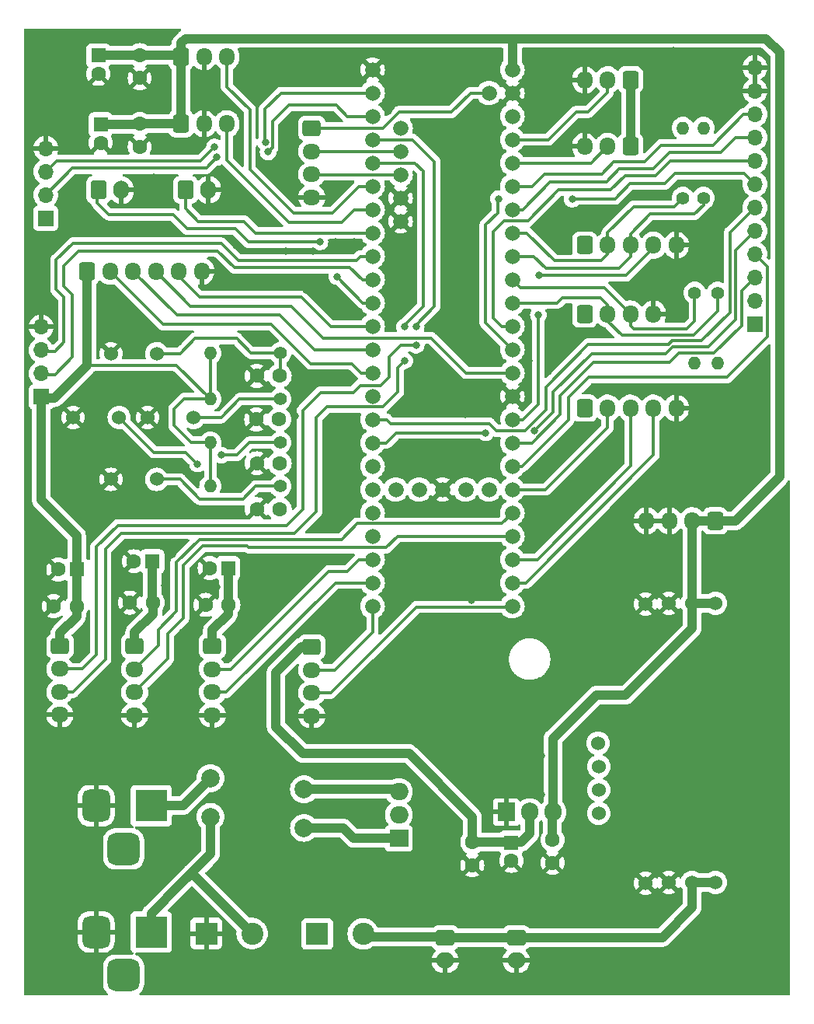
<source format=gtl>
%TF.GenerationSoftware,KiCad,Pcbnew,7.0.1*%
%TF.CreationDate,2023-04-14T16:28:44+02:00*%
%TF.ProjectId,AutkoPcb,4175746b-6f50-4636-922e-6b696361645f,rev?*%
%TF.SameCoordinates,Original*%
%TF.FileFunction,Copper,L1,Top*%
%TF.FilePolarity,Positive*%
%FSLAX46Y46*%
G04 Gerber Fmt 4.6, Leading zero omitted, Abs format (unit mm)*
G04 Created by KiCad (PCBNEW 7.0.1) date 2023-04-14 16:28:44*
%MOMM*%
%LPD*%
G01*
G04 APERTURE LIST*
G04 Aperture macros list*
%AMRoundRect*
0 Rectangle with rounded corners*
0 $1 Rounding radius*
0 $2 $3 $4 $5 $6 $7 $8 $9 X,Y pos of 4 corners*
0 Add a 4 corners polygon primitive as box body*
4,1,4,$2,$3,$4,$5,$6,$7,$8,$9,$2,$3,0*
0 Add four circle primitives for the rounded corners*
1,1,$1+$1,$2,$3*
1,1,$1+$1,$4,$5*
1,1,$1+$1,$6,$7*
1,1,$1+$1,$8,$9*
0 Add four rect primitives between the rounded corners*
20,1,$1+$1,$2,$3,$4,$5,0*
20,1,$1+$1,$4,$5,$6,$7,0*
20,1,$1+$1,$6,$7,$8,$9,0*
20,1,$1+$1,$8,$9,$2,$3,0*%
G04 Aperture macros list end*
%TA.AperFunction,ComponentPad*%
%ADD10R,2.400000X2.400000*%
%TD*%
%TA.AperFunction,ComponentPad*%
%ADD11C,2.400000*%
%TD*%
%TA.AperFunction,ComponentPad*%
%ADD12RoundRect,0.250000X-0.600000X-0.725000X0.600000X-0.725000X0.600000X0.725000X-0.600000X0.725000X0*%
%TD*%
%TA.AperFunction,ComponentPad*%
%ADD13O,1.700000X1.950000*%
%TD*%
%TA.AperFunction,ComponentPad*%
%ADD14R,1.905000X2.000000*%
%TD*%
%TA.AperFunction,ComponentPad*%
%ADD15O,1.905000X2.000000*%
%TD*%
%TA.AperFunction,ComponentPad*%
%ADD16C,1.600000*%
%TD*%
%TA.AperFunction,ComponentPad*%
%ADD17C,2.010000*%
%TD*%
%TA.AperFunction,ComponentPad*%
%ADD18RoundRect,0.250000X-0.725000X0.600000X-0.725000X-0.600000X0.725000X-0.600000X0.725000X0.600000X0*%
%TD*%
%TA.AperFunction,ComponentPad*%
%ADD19O,1.950000X1.700000*%
%TD*%
%TA.AperFunction,ComponentPad*%
%ADD20C,1.524000*%
%TD*%
%TA.AperFunction,ComponentPad*%
%ADD21RoundRect,0.250000X-0.750000X0.600000X-0.750000X-0.600000X0.750000X-0.600000X0.750000X0.600000X0*%
%TD*%
%TA.AperFunction,ComponentPad*%
%ADD22O,2.000000X1.700000*%
%TD*%
%TA.AperFunction,ComponentPad*%
%ADD23C,1.400000*%
%TD*%
%TA.AperFunction,ComponentPad*%
%ADD24O,1.400000X1.400000*%
%TD*%
%TA.AperFunction,ComponentPad*%
%ADD25R,1.700000X1.700000*%
%TD*%
%TA.AperFunction,ComponentPad*%
%ADD26O,1.700000X1.700000*%
%TD*%
%TA.AperFunction,ComponentPad*%
%ADD27R,2.000000X1.905000*%
%TD*%
%TA.AperFunction,ComponentPad*%
%ADD28O,2.000000X1.905000*%
%TD*%
%TA.AperFunction,ComponentPad*%
%ADD29RoundRect,0.250000X0.600000X0.725000X-0.600000X0.725000X-0.600000X-0.725000X0.600000X-0.725000X0*%
%TD*%
%TA.AperFunction,ComponentPad*%
%ADD30R,1.600000X1.600000*%
%TD*%
%TA.AperFunction,ComponentPad*%
%ADD31C,1.665000*%
%TD*%
%TA.AperFunction,ComponentPad*%
%ADD32RoundRect,0.250000X-0.600000X-0.750000X0.600000X-0.750000X0.600000X0.750000X-0.600000X0.750000X0*%
%TD*%
%TA.AperFunction,ComponentPad*%
%ADD33O,1.700000X2.000000*%
%TD*%
%TA.AperFunction,ComponentPad*%
%ADD34R,3.500000X3.500000*%
%TD*%
%TA.AperFunction,ComponentPad*%
%ADD35RoundRect,0.750000X-0.750000X-1.000000X0.750000X-1.000000X0.750000X1.000000X-0.750000X1.000000X0*%
%TD*%
%TA.AperFunction,ComponentPad*%
%ADD36RoundRect,0.875000X-0.875000X-0.875000X0.875000X-0.875000X0.875000X0.875000X-0.875000X0.875000X0*%
%TD*%
%TA.AperFunction,ViaPad*%
%ADD37C,0.800000*%
%TD*%
%TA.AperFunction,Conductor*%
%ADD38C,0.300000*%
%TD*%
%TA.AperFunction,Conductor*%
%ADD39C,1.000000*%
%TD*%
G04 APERTURE END LIST*
D10*
%TO.P,J901,1,Pin_1*%
%TO.N,GND*%
X124500000Y-122950000D03*
D11*
%TO.P,J901,2,Pin_2*%
%TO.N,/Power/VIN_CONN*%
X129500000Y-122950000D03*
%TD*%
D12*
%TO.P,J110,1,Pin_1*%
%TO.N,+3.3V*%
X165750000Y-55500000D03*
D13*
%TO.P,J110,2,Pin_2*%
%TO.N,/IMU_SCL*%
X168250000Y-55500000D03*
%TO.P,J110,3,Pin_3*%
%TO.N,/IMU_SDA*%
X170750000Y-55500000D03*
%TO.P,J110,4,Pin_4*%
%TO.N,GND*%
X173250000Y-55500000D03*
%TD*%
D14*
%TO.P,U901,1,GND*%
%TO.N,GND*%
X157210000Y-109730000D03*
D15*
%TO.P,U901,2,VO*%
%TO.N,+3.3V*%
X159750000Y-109730000D03*
%TO.P,U901,3,VI*%
%TO.N,+5V*%
X162290000Y-109730000D03*
%TD*%
D16*
%TO.P,C401,1*%
%TO.N,+5V*%
X117250000Y-27300000D03*
%TO.P,C401,2*%
%TO.N,GND*%
X117250000Y-29800000D03*
%TD*%
D17*
%TO.P,F902,1*%
%TO.N,/Power/VIN_DIODE2*%
X135150000Y-107250000D03*
%TO.P,F902,2*%
%TO.N,/Power/VIN_CONN2*%
X124950000Y-106050000D03*
%TD*%
D18*
%TO.P,J601,1,Pin_1*%
%TO.N,+3.3V*%
X116690000Y-91675000D03*
D19*
%TO.P,J601,2,Pin_2*%
%TO.N,/ULTRAD1_A*%
X116690000Y-94175000D03*
%TO.P,J601,3,Pin_3*%
%TO.N,/ULTRAD1_B*%
X116690000Y-96675000D03*
%TO.P,J601,4,Pin_4*%
%TO.N,GND*%
X116690000Y-99175000D03*
%TD*%
D20*
%TO.P,SW1301,1,1*%
%TO.N,/BUTTON_D*%
X119100000Y-73500000D03*
%TO.P,SW1301,2,2*%
%TO.N,GND*%
X114100000Y-73500000D03*
%TD*%
D21*
%TO.P,J906,1,Pin_1*%
%TO.N,VCC*%
X158300000Y-123400000D03*
D22*
%TO.P,J906,2,Pin_2*%
%TO.N,GND*%
X158300000Y-125900000D03*
%TD*%
D23*
%TO.P,R104,1*%
%TO.N,/TOF_SDA*%
X178700000Y-42860000D03*
D24*
%TO.P,R104,2*%
%TO.N,+3.3V*%
X178700000Y-35240000D03*
%TD*%
D25*
%TO.P,J114,1,Pin_1*%
%TO.N,+3.3V*%
X184300000Y-56600000D03*
D26*
%TO.P,J114,2,Pin_2*%
X184300000Y-54060000D03*
%TO.P,J114,3,Pin_3*%
%TO.N,/A16_NC*%
X184300000Y-51520000D03*
%TO.P,J114,4,Pin_4*%
%TO.N,/A15_NC*%
X184300000Y-48980000D03*
%TO.P,J114,5,Pin_5*%
%TO.N,/A11_NC*%
X184300000Y-46440000D03*
%TO.P,J114,6,Pin_6*%
%TO.N,/A10_NC*%
X184300000Y-43900000D03*
%TO.P,J114,7,Pin_7*%
%TO.N,/A0_NC*%
X184300000Y-41360000D03*
%TO.P,J114,8,Pin_8*%
%TO.N,/A1_NC*%
X184300000Y-38820000D03*
%TO.P,J114,9,Pin_9*%
%TO.N,/A6_NC*%
X184300000Y-36280000D03*
%TO.P,J114,10,Pin_10*%
%TO.N,/A7_NC*%
X184300000Y-33740000D03*
%TO.P,J114,11,Pin_11*%
%TO.N,GND*%
X184300000Y-31200000D03*
%TO.P,J114,12,Pin_12*%
X184300000Y-28660000D03*
%TD*%
D27*
%TO.P,D901,1,K*%
%TO.N,/Power/VIN_DIODE1*%
X145495000Y-112590000D03*
D28*
%TO.P,D901,2,A*%
%TO.N,/Power/VIN_FUSE*%
X145495000Y-110050000D03*
%TO.P,D901,3,K*%
%TO.N,/Power/VIN_DIODE2*%
X145495000Y-107510000D03*
%TD*%
D12*
%TO.P,J401,1,Pin_1*%
%TO.N,+5V*%
X121750000Y-27475000D03*
D13*
%TO.P,J401,2,Pin_2*%
%TO.N,GND*%
X124250000Y-27475000D03*
%TO.P,J401,3,Pin_3*%
%TO.N,/CAMERA_SERVO_A*%
X126750000Y-27475000D03*
%TD*%
D29*
%TO.P,J112,1,Pin_1*%
%TO.N,/6V_PASSTHROUGHT*%
X170750000Y-37250000D03*
D13*
%TO.P,J112,2,Pin_2*%
%TO.N,/STEERING_IN*%
X168250000Y-37250000D03*
%TO.P,J112,3,Pin_3*%
%TO.N,GND*%
X165750000Y-37250000D03*
%TD*%
D30*
%TO.P,C502,1*%
%TO.N,+5V*%
X113000000Y-34844888D03*
D16*
%TO.P,C502,2*%
%TO.N,GND*%
X113000000Y-36844888D03*
%TD*%
D20*
%TO.P,SW1201,1,1*%
%TO.N,/BUTTON_C*%
X115000000Y-66750000D03*
%TO.P,SW1201,2,2*%
%TO.N,GND*%
X110000000Y-66750000D03*
%TD*%
D16*
%TO.P,C1301,1*%
%TO.N,/BUTTON_D*%
X132500000Y-76750000D03*
%TO.P,C1301,2*%
%TO.N,GND*%
X130000000Y-76750000D03*
%TD*%
D31*
%TO.P,IC201,1,TX1*%
%TO.N,/TX1_NC*%
X142630000Y-33965000D03*
%TO.P,IC201,2,OUT2*%
%TO.N,/ULTRAD3_A*%
X142630000Y-36505000D03*
%TO.P,IC201,3,LRCLK2*%
%TO.N,/ULTRAD3_B*%
X142630000Y-39045000D03*
%TO.P,IC201,4,BCLK2*%
%TO.N,/CAMERA_SERVO_A*%
X142630000Y-41585000D03*
%TO.P,IC201,5,IN2*%
%TO.N,/CAMERA_SERVO_B*%
X142630000Y-44125000D03*
%TO.P,IC201,6,OUT1D*%
%TO.N,/SPEED_IN*%
X142630000Y-46665000D03*
%TO.P,IC201,7,RX2*%
%TO.N,/RX2_NC*%
X142630000Y-49205000D03*
%TO.P,IC201,8,TX2*%
%TO.N,/TX2_NC*%
X142630000Y-51745000D03*
%TO.P,IC201,9,OUT1C*%
%TO.N,/SPEED_OUT*%
X142630000Y-54285000D03*
%TO.P,IC201,10,CS_1*%
%TO.N,/DISP_CS*%
X142630000Y-56825000D03*
%TO.P,IC201,11,MOSI*%
%TO.N,/DISP_MOSI*%
X142630000Y-59365000D03*
%TO.P,IC201,12,MISO*%
%TO.N,/DISP_MISO*%
X142630000Y-61905000D03*
%TO.P,IC201,13,SCK*%
%TO.N,/DISP_SCK*%
X157870000Y-61905000D03*
%TO.P,IC201,14,A0*%
%TO.N,/A0_NC*%
X157870000Y-59365000D03*
%TO.P,IC201,15,A1*%
%TO.N,/A1_NC*%
X157870000Y-56825000D03*
%TO.P,IC201,16,A2*%
%TO.N,/IMU_SCL*%
X157870000Y-54285000D03*
%TO.P,IC201,17,A3*%
%TO.N,/IMU_SDA*%
X157870000Y-51745000D03*
%TO.P,IC201,18,A4*%
%TO.N,/TOF_SDA*%
X157870000Y-49205000D03*
%TO.P,IC201,19,A5*%
%TO.N,/TOF_SCL*%
X157870000Y-46665000D03*
%TO.P,IC201,20,A6*%
%TO.N,/A6_NC*%
X157870000Y-44125000D03*
%TO.P,IC201,21,A7*%
%TO.N,/A7_NC*%
X157870000Y-41585000D03*
%TO.P,IC201,22,A8*%
%TO.N,/STEERING_IN*%
X157870000Y-39045000D03*
%TO.P,IC201,23,A9*%
%TO.N,/STEERING_OUT*%
X157870000Y-36505000D03*
%TO.P,IC201,24,A10*%
%TO.N,/A10_NC*%
X142630000Y-66985000D03*
%TO.P,IC201,25,A11*%
%TO.N,/A11_NC*%
X142630000Y-69525000D03*
%TO.P,IC201,26,A12*%
%TO.N,/BUTTON_A*%
X142630000Y-72065000D03*
%TO.P,IC201,27,A13*%
%TO.N,/BUTTON_B*%
X142630000Y-74605000D03*
%TO.P,IC201,28,RX7*%
%TO.N,/BUTTON_C*%
X142630000Y-77145000D03*
%TO.P,IC201,29,TX7*%
%TO.N,/BUTTON_D*%
X142630000Y-79685000D03*
%TO.P,IC201,30,CRX3*%
%TO.N,/ULTRAD2_A*%
X142630000Y-82225000D03*
%TO.P,IC201,31,CTX3*%
%TO.N,/ULTRAD2_B*%
X142630000Y-84765000D03*
%TO.P,IC201,32,OUT1B*%
%TO.N,/ENCODER_A*%
X142630000Y-87305000D03*
%TO.P,IC201,33,MCLK2*%
%TO.N,/ENCODER_B*%
X157870000Y-87305000D03*
%TO.P,IC201,34,RX8*%
%TO.N,/GPS_RX*%
X157870000Y-84765000D03*
%TO.P,IC201,35,TX8*%
%TO.N,/GPS_TX*%
X157870000Y-82225000D03*
%TO.P,IC201,36,CS_2*%
%TO.N,/ULTRAD1_B*%
X157870000Y-79685000D03*
%TO.P,IC201,37,CS_3*%
%TO.N,/ULTRAD1_A*%
X157870000Y-77145000D03*
%TO.P,IC201,38,A14*%
%TO.N,/GPS_EN*%
X157870000Y-74605000D03*
%TO.P,IC201,39,A15*%
%TO.N,/A15_NC*%
X157870000Y-72065000D03*
%TO.P,IC201,40,A16*%
%TO.N,/A16_NC*%
X157870000Y-69525000D03*
%TO.P,IC201,41,A17*%
%TO.N,/TOF_INT*%
X157870000Y-66985000D03*
%TO.P,IC201,42,3.3V_1*%
%TO.N,unconnected-(IC201-3.3V_1-Pad42)*%
X142630000Y-64445000D03*
%TO.P,IC201,43,VBAT*%
%TO.N,unconnected-(IC201-VBAT-Pad43)*%
X145170000Y-74605000D03*
%TO.P,IC201,44,3.3V_2*%
%TO.N,unconnected-(IC201-3.3V_2-Pad44)*%
X147710000Y-74605000D03*
%TO.P,IC201,45,GND_1*%
%TO.N,GND*%
X150250000Y-74605000D03*
%TO.P,IC201,46,PROGRAM*%
%TO.N,/Tensee/PROGRAM_NC*%
X152790000Y-74605000D03*
%TO.P,IC201,47,ON/OFF*%
%TO.N,/Tensee/ON_OFF_NC*%
X155330000Y-74605000D03*
%TO.P,IC201,48,GND_2*%
%TO.N,GND*%
X145680000Y-45395000D03*
%TO.P,IC201,49,GND_3*%
X145680000Y-42855000D03*
%TO.P,IC201,50,D+*%
%TO.N,/D+_NC*%
X145680000Y-40315000D03*
%TO.P,IC201,51,D-*%
%TO.N,/D-_NC*%
X145680000Y-37775000D03*
%TO.P,IC201,52,+5V*%
%TO.N,unconnected-(IC201-+5V-Pad52)*%
X145680000Y-35235000D03*
%TO.P,IC201,53,3.3V_(250_M_A_MAX)*%
%TO.N,unconnected-(IC201-3.3V_(250_M_A_MAX)-Pad53)*%
X157870000Y-33965000D03*
%TO.P,IC201,55,VIN_(3.6_TO_5.5_VOLTS)*%
%TO.N,+5V*%
X157870000Y-28885000D03*
%TO.P,IC201,57,RX1*%
%TO.N,/RX1_NC*%
X142630000Y-31425000D03*
%TO.P,IC201,68,VUSB*%
%TO.N,/V_USB_NC*%
X155330000Y-31425000D03*
%TO.P,IC201,69,GND_4*%
%TO.N,GND*%
X157870000Y-64445000D03*
%TO.P,IC201,70,GND_5*%
X157870000Y-31425000D03*
%TO.P,IC201,71,GND_6*%
X142630000Y-28885000D03*
%TD*%
D32*
%TO.P,J107,1,Pin_1*%
%TO.N,/SPEED_IN*%
X122250000Y-41975000D03*
D33*
%TO.P,J107,2,Pin_2*%
%TO.N,GND*%
X124750000Y-41975000D03*
%TD*%
D23*
%TO.P,R1101,1*%
%TO.N,/BUTTON_B*%
X132560000Y-64750000D03*
D24*
%TO.P,R1101,2*%
%TO.N,+3.3V*%
X124940000Y-64750000D03*
%TD*%
D21*
%TO.P,J905,1,Pin_1*%
%TO.N,VCC*%
X150550000Y-123400000D03*
D22*
%TO.P,J905,2,Pin_2*%
%TO.N,GND*%
X150550000Y-125900000D03*
%TD*%
D12*
%TO.P,J501,1,Pin_1*%
%TO.N,+5V*%
X121750000Y-34775000D03*
D13*
%TO.P,J501,2,Pin_2*%
%TO.N,GND*%
X124250000Y-34775000D03*
%TO.P,J501,3,Pin_3*%
%TO.N,/CAMERA_SERVO_B*%
X126750000Y-34775000D03*
%TD*%
D20*
%TO.P,SW1101,1,1*%
%TO.N,/BUTTON_B*%
X123100000Y-66750000D03*
%TO.P,SW1101,2,2*%
%TO.N,GND*%
X118100000Y-66750000D03*
%TD*%
D18*
%TO.P,J102,1,Pin_1*%
%TO.N,+3.3V*%
X136000000Y-91750000D03*
D19*
%TO.P,J102,2,Pin_2*%
%TO.N,/ENCODER_A*%
X136000000Y-94250000D03*
%TO.P,J102,3,Pin_3*%
%TO.N,/ENCODER_B*%
X136000000Y-96750000D03*
%TO.P,J102,4,Pin_4*%
%TO.N,GND*%
X136000000Y-99250000D03*
%TD*%
D16*
%TO.P,C901,1*%
%TO.N,+5V*%
X162250000Y-112750000D03*
%TO.P,C901,2*%
%TO.N,GND*%
X162250000Y-115250000D03*
%TD*%
D12*
%TO.P,J111,1,Pin_1*%
%TO.N,+3.3V*%
X165750000Y-65750000D03*
D13*
%TO.P,J111,2,Pin_2*%
%TO.N,/GPS_EN*%
X168250000Y-65750000D03*
%TO.P,J111,3,Pin_3*%
%TO.N,/GPS_TX*%
X170750000Y-65750000D03*
%TO.P,J111,4,Pin_4*%
%TO.N,/GPS_RX*%
X173250000Y-65750000D03*
%TO.P,J111,5,Pin_5*%
%TO.N,GND*%
X175750000Y-65750000D03*
%TD*%
D20*
%TO.P,DC901,1,GND_IN*%
%TO.N,GND*%
X172384600Y-117478000D03*
X174924600Y-117398000D03*
%TO.P,DC901,2,Vin*%
%TO.N,VCC*%
X177464600Y-117398000D03*
X180004600Y-117398000D03*
%TO.P,DC901,3,GND_OUT*%
%TO.N,GND*%
X172380000Y-87080000D03*
X174920000Y-87000000D03*
%TO.P,DC901,4,Vout*%
%TO.N,+5V*%
X177460000Y-87000000D03*
X180000000Y-87000000D03*
%TO.P,DC901,5,EN*%
%TO.N,unconnected-(DC901-EN-Pad5)*%
X167290000Y-109860000D03*
%TO.P,DC901,6,PG*%
%TO.N,unconnected-(DC901-PG-Pad6)*%
X167290000Y-107320000D03*
%TO.P,DC901,7,FB*%
%TO.N,unconnected-(DC901-FB-Pad7)*%
X167294600Y-104780000D03*
%TO.P,DC901,8,VOUT2*%
%TO.N,unconnected-(DC901-VOUT2-Pad8)*%
X167210000Y-102240000D03*
%TD*%
D25*
%TO.P,J103,1,Pin_1*%
%TO.N,+3.3V*%
X107000000Y-45065000D03*
D26*
%TO.P,J103,2,Pin_2*%
%TO.N,/TX1_NC*%
X107000000Y-42525000D03*
%TO.P,J103,3,Pin_3*%
%TO.N,/RX1_NC*%
X107000000Y-39985000D03*
%TO.P,J103,4,Pin_4*%
%TO.N,GND*%
X107000000Y-37445000D03*
%TD*%
D23*
%TO.P,R102,1*%
%TO.N,/TOF_SCL*%
X176450000Y-42860000D03*
D24*
%TO.P,R102,2*%
%TO.N,+3.3V*%
X176450000Y-35240000D03*
%TD*%
D16*
%TO.P,C1201,1*%
%TO.N,/BUTTON_C*%
X132500000Y-71750000D03*
%TO.P,C1201,2*%
%TO.N,GND*%
X130000000Y-71750000D03*
%TD*%
D30*
%TO.P,C903,1*%
%TO.N,+3.3V*%
X157750000Y-113044888D03*
D16*
%TO.P,C903,2*%
%TO.N,GND*%
X157750000Y-115044888D03*
%TD*%
%TO.P,C701,1*%
%TO.N,+3.3V*%
X126915000Y-87175000D03*
%TO.P,C701,2*%
%TO.N,GND*%
X124415000Y-87175000D03*
%TD*%
D23*
%TO.P,R1001,1*%
%TO.N,/BUTTON_A*%
X132560000Y-59750000D03*
D24*
%TO.P,R1001,2*%
%TO.N,+3.3V*%
X124940000Y-59750000D03*
%TD*%
D16*
%TO.P,C801,1*%
%TO.N,+3.3V*%
X110370113Y-87305000D03*
%TO.P,C801,2*%
%TO.N,GND*%
X107870113Y-87305000D03*
%TD*%
D20*
%TO.P,SW1001,1,1*%
%TO.N,/BUTTON_A*%
X119100000Y-59800000D03*
%TO.P,SW1001,2,2*%
%TO.N,GND*%
X114100000Y-59800000D03*
%TD*%
D16*
%TO.P,C501,1*%
%TO.N,+5V*%
X117250000Y-34800000D03*
%TO.P,C501,2*%
%TO.N,GND*%
X117250000Y-37300000D03*
%TD*%
D17*
%TO.P,F901,1*%
%TO.N,/Power/VIN_CONN*%
X124950000Y-110250000D03*
%TO.P,F901,2*%
%TO.N,/Power/VIN_DIODE1*%
X135150000Y-111450000D03*
%TD*%
D30*
%TO.P,C802,1*%
%TO.N,+3.3V*%
X110370113Y-83305000D03*
D16*
%TO.P,C802,2*%
%TO.N,GND*%
X108370113Y-83305000D03*
%TD*%
%TO.P,C902,1*%
%TO.N,+3.3V*%
X153500000Y-113000000D03*
%TO.P,C902,2*%
%TO.N,GND*%
X153500000Y-115500000D03*
%TD*%
D32*
%TO.P,J108,1,Pin_1*%
%TO.N,/SPEED_OUT*%
X112750000Y-42000000D03*
D33*
%TO.P,J108,2,Pin_2*%
%TO.N,GND*%
X115250000Y-42000000D03*
%TD*%
D16*
%TO.P,C601,1*%
%TO.N,+3.3V*%
X118665000Y-86925000D03*
%TO.P,C601,2*%
%TO.N,GND*%
X116165000Y-86925000D03*
%TD*%
D18*
%TO.P,J701,1,Pin_1*%
%TO.N,+3.3V*%
X125165000Y-91675000D03*
D19*
%TO.P,J701,2,Pin_2*%
%TO.N,/ULTRAD2_A*%
X125165000Y-94175000D03*
%TO.P,J701,3,Pin_3*%
%TO.N,/ULTRAD2_B*%
X125165000Y-96675000D03*
%TO.P,J701,4,Pin_4*%
%TO.N,GND*%
X125165000Y-99175000D03*
%TD*%
D16*
%TO.P,C1001,1*%
%TO.N,/BUTTON_A*%
X132500000Y-62225000D03*
%TO.P,C1001,2*%
%TO.N,GND*%
X130000000Y-62225000D03*
%TD*%
D34*
%TO.P,J903,1*%
%TO.N,/Power/VIN_CONN2*%
X118500000Y-109042500D03*
D35*
%TO.P,J903,2*%
%TO.N,GND*%
X112500000Y-109042500D03*
D36*
%TO.P,J903,3*%
%TO.N,N/C*%
X115500000Y-113742500D03*
%TD*%
D23*
%TO.P,R103,1*%
%TO.N,/IMU_SDA*%
X177750000Y-53190000D03*
D24*
%TO.P,R103,2*%
%TO.N,+3.3V*%
X177750000Y-60810000D03*
%TD*%
D30*
%TO.P,C702,1*%
%TO.N,+3.3V*%
X126870113Y-83175000D03*
D16*
%TO.P,C702,2*%
%TO.N,GND*%
X124870113Y-83175000D03*
%TD*%
D12*
%TO.P,J109,1,Pin_1*%
%TO.N,+3.3V*%
X165750000Y-48000000D03*
D13*
%TO.P,J109,2,Pin_2*%
%TO.N,/TOF_SCL*%
X168250000Y-48000000D03*
%TO.P,J109,3,Pin_3*%
%TO.N,/TOF_SDA*%
X170750000Y-48000000D03*
%TO.P,J109,4,Pin_4*%
%TO.N,/TOF_INT*%
X173250000Y-48000000D03*
%TO.P,J109,5,Pin_5*%
%TO.N,GND*%
X175750000Y-48000000D03*
%TD*%
D18*
%TO.P,J105,1,Pin_1*%
%TO.N,/V_USB_NC*%
X136000000Y-35275000D03*
D19*
%TO.P,J105,2,Pin_2*%
%TO.N,/D-_NC*%
X136000000Y-37775000D03*
%TO.P,J105,3,Pin_3*%
%TO.N,/D+_NC*%
X136000000Y-40275000D03*
%TO.P,J105,4,Pin_4*%
%TO.N,GND*%
X136000000Y-42775000D03*
%TD*%
D16*
%TO.P,C1101,1*%
%TO.N,/BUTTON_B*%
X132450000Y-66975000D03*
%TO.P,C1101,2*%
%TO.N,GND*%
X129950000Y-66975000D03*
%TD*%
D29*
%TO.P,J113,1,Pin_1*%
%TO.N,/6V_PASSTHROUGHT*%
X170750000Y-30000000D03*
D13*
%TO.P,J113,2,Pin_2*%
%TO.N,/STEERING_OUT*%
X168250000Y-30000000D03*
%TO.P,J113,3,Pin_3*%
%TO.N,GND*%
X165750000Y-30000000D03*
%TD*%
D29*
%TO.P,J907,1,Pin_1*%
%TO.N,+5V*%
X179971800Y-78024000D03*
D13*
%TO.P,J907,2,Pin_2*%
X177471800Y-78024000D03*
%TO.P,J907,3,Pin_3*%
%TO.N,GND*%
X174971800Y-78024000D03*
%TO.P,J907,4,Pin_4*%
X172471800Y-78024000D03*
%TD*%
D23*
%TO.P,R1201,1*%
%TO.N,/BUTTON_C*%
X132560000Y-69500000D03*
D24*
%TO.P,R1201,2*%
%TO.N,+3.3V*%
X124940000Y-69500000D03*
%TD*%
D30*
%TO.P,C402,1*%
%TO.N,+5V*%
X112750000Y-27344888D03*
D16*
%TO.P,C402,2*%
%TO.N,GND*%
X112750000Y-29344888D03*
%TD*%
D34*
%TO.P,J902,1*%
%TO.N,/Power/VIN_CONN*%
X118500000Y-122792500D03*
D35*
%TO.P,J902,2*%
%TO.N,GND*%
X112500000Y-122792500D03*
D36*
%TO.P,J902,3*%
%TO.N,N/C*%
X115500000Y-127492500D03*
%TD*%
D30*
%TO.P,C602,1*%
%TO.N,+3.3V*%
X118620112Y-82425000D03*
D16*
%TO.P,C602,2*%
%TO.N,GND*%
X116620112Y-82425000D03*
%TD*%
D23*
%TO.P,R1301,1*%
%TO.N,/BUTTON_D*%
X132560000Y-74250000D03*
D24*
%TO.P,R1301,2*%
%TO.N,+3.3V*%
X124940000Y-74250000D03*
%TD*%
D23*
%TO.P,R101,1*%
%TO.N,/IMU_SCL*%
X180250000Y-53190000D03*
D24*
%TO.P,R101,2*%
%TO.N,+3.3V*%
X180250000Y-60810000D03*
%TD*%
D25*
%TO.P,J104,1,Pin_1*%
%TO.N,+3.3V*%
X106500000Y-64525000D03*
D26*
%TO.P,J104,2,Pin_2*%
%TO.N,/TX2_NC*%
X106500000Y-61985000D03*
%TO.P,J104,3,Pin_3*%
%TO.N,/RX2_NC*%
X106500000Y-59445000D03*
%TO.P,J104,4,Pin_4*%
%TO.N,GND*%
X106500000Y-56905000D03*
%TD*%
D10*
%TO.P,J904,1,Pin_1*%
%TO.N,/Power/VIN_FUSE*%
X136600000Y-123000000D03*
D11*
%TO.P,J904,2,Pin_2*%
%TO.N,VCC*%
X141600000Y-123000000D03*
%TD*%
D18*
%TO.P,J801,1,Pin_1*%
%TO.N,+3.3V*%
X108555000Y-91655000D03*
D19*
%TO.P,J801,2,Pin_2*%
%TO.N,/ULTRAD3_A*%
X108555000Y-94155000D03*
%TO.P,J801,3,Pin_3*%
%TO.N,/ULTRAD3_B*%
X108555000Y-96655000D03*
%TO.P,J801,4,Pin_4*%
%TO.N,GND*%
X108555000Y-99155000D03*
%TD*%
D12*
%TO.P,J101,1,Pin_1*%
%TO.N,+3.3V*%
X111500000Y-50845000D03*
D13*
%TO.P,J101,2,Pin_2*%
%TO.N,/DISP_MISO*%
X114000000Y-50845000D03*
%TO.P,J101,3,Pin_3*%
%TO.N,/DISP_MOSI*%
X116500000Y-50845000D03*
%TO.P,J101,4,Pin_4*%
%TO.N,/DISP_SCK*%
X119000000Y-50845000D03*
%TO.P,J101,5,Pin_5*%
%TO.N,/DISP_CS*%
X121500000Y-50845000D03*
%TO.P,J101,6,Pin_6*%
%TO.N,GND*%
X124000000Y-50845000D03*
%TD*%
D37*
%TO.N,/ULTRAD3_A*%
X147380000Y-58905000D03*
X147380000Y-56905000D03*
%TO.N,/ULTRAD3_B*%
X146130000Y-56905000D03*
X146130000Y-60600000D03*
%TO.N,GND*%
X127275000Y-59650000D03*
X120002500Y-85062500D03*
X107350000Y-54225000D03*
X133150000Y-48625000D03*
X146380000Y-66155000D03*
X153630000Y-32905000D03*
X113000000Y-55800000D03*
X162000000Y-121800000D03*
X163600000Y-55200000D03*
X144380000Y-33405000D03*
X172400000Y-92000000D03*
X125950000Y-52425000D03*
X166400000Y-68000000D03*
X139630000Y-62655000D03*
X137950000Y-70625000D03*
X127000000Y-93000000D03*
X166800000Y-87600000D03*
X154600000Y-44000000D03*
X179600000Y-84800000D03*
X105800000Y-28800000D03*
X135380000Y-52905000D03*
X185400000Y-63400000D03*
X112402500Y-78862500D03*
X156000000Y-40200000D03*
X162200000Y-46400000D03*
X136600000Y-78800000D03*
X131200000Y-88200000D03*
X122200000Y-106200000D03*
X140550000Y-67025000D03*
X164200000Y-97400000D03*
X130250000Y-45025000D03*
X167000000Y-93400000D03*
X161400000Y-77800000D03*
X126600000Y-116400000D03*
X118800000Y-40600000D03*
X144630000Y-53155000D03*
X180600000Y-34600000D03*
X113750000Y-57025000D03*
X151000000Y-39400000D03*
X130950000Y-58225000D03*
X155380000Y-88905000D03*
X159380000Y-75655000D03*
X107150000Y-48625000D03*
X147000000Y-50275000D03*
X122800000Y-119200000D03*
X169000000Y-95200000D03*
X148880000Y-59405000D03*
X105800000Y-25600000D03*
X137150000Y-62425000D03*
X185400000Y-60600000D03*
X149380000Y-65905000D03*
X147000000Y-46775000D03*
X106800000Y-79000000D03*
X150630000Y-61655000D03*
X130400000Y-95000000D03*
X144630000Y-56905000D03*
X151200000Y-53600000D03*
X167800000Y-72400000D03*
X167800000Y-57600000D03*
X146800000Y-64200000D03*
X149130000Y-56905000D03*
X144630000Y-72655000D03*
X119402500Y-95862500D03*
X150500000Y-32275000D03*
X123202500Y-95462500D03*
X112165000Y-96425000D03*
X147130000Y-61405000D03*
X131150000Y-52225000D03*
X153800000Y-122000000D03*
X129002500Y-86262500D03*
X162000000Y-56800000D03*
X158200000Y-103400000D03*
X179000000Y-27000000D03*
X156250000Y-37525000D03*
X138400000Y-55400000D03*
X149380000Y-36905000D03*
X185000000Y-72200000D03*
X151600000Y-110800000D03*
X139200000Y-86200000D03*
X140880000Y-55655000D03*
X118800000Y-46600000D03*
X119500000Y-43275000D03*
X182000000Y-27000000D03*
X134400000Y-116800000D03*
X108600000Y-32600000D03*
X155630000Y-77155000D03*
X155950000Y-66625000D03*
X111002500Y-92662500D03*
X148600000Y-108000000D03*
X147880000Y-35405000D03*
X138400000Y-41800000D03*
X147400000Y-27200000D03*
X150800000Y-42000000D03*
X136150000Y-48625000D03*
X120802500Y-81662500D03*
X121665000Y-93175000D03*
X149130000Y-76655000D03*
X159400000Y-121600000D03*
X146000000Y-70400000D03*
X159000000Y-97600000D03*
X155880000Y-63155000D03*
X122600000Y-111400000D03*
X136400000Y-27200000D03*
X159630000Y-64905000D03*
X146380000Y-72405000D03*
X124750000Y-44025000D03*
X140200000Y-116200000D03*
X162800000Y-44000000D03*
X117380000Y-56155000D03*
X151750000Y-56775000D03*
X115665000Y-89175000D03*
X144380000Y-88905000D03*
X166400000Y-74400000D03*
X152800000Y-27200000D03*
X133400000Y-35200000D03*
X153800000Y-47400000D03*
X127750000Y-48025000D03*
X144380000Y-86405000D03*
X182000000Y-41400000D03*
X106000000Y-54500000D03*
X139750000Y-69025000D03*
X128002500Y-97462500D03*
X163200000Y-82800000D03*
X159650000Y-60550000D03*
X123202500Y-84662500D03*
X179600000Y-80600000D03*
X134200000Y-66600000D03*
X125950000Y-50425000D03*
X161000000Y-107800000D03*
X163200000Y-77800000D03*
X138630000Y-47655000D03*
X181600000Y-64000000D03*
X164000000Y-38000000D03*
X138800000Y-82100000D03*
X111402500Y-89462500D03*
X134000000Y-85600000D03*
X123200000Y-37600000D03*
X160800000Y-27600000D03*
X138200000Y-34000000D03*
X140630000Y-47655000D03*
X114130000Y-53155000D03*
X163200000Y-86000000D03*
X147500000Y-86275000D03*
X114600000Y-81800000D03*
X129402500Y-82462500D03*
X149630000Y-88905000D03*
X152750000Y-66425000D03*
X137000000Y-89800000D03*
X121915000Y-90175000D03*
X139950000Y-72625000D03*
X154000000Y-108200000D03*
X147000000Y-53275000D03*
X159900000Y-37800000D03*
X168800000Y-98800000D03*
X175400000Y-26800000D03*
X149600000Y-103800000D03*
X169400000Y-68200000D03*
X105600000Y-34200000D03*
X151000000Y-45600000D03*
X146400000Y-29600000D03*
X146130000Y-77155000D03*
X144380000Y-47905000D03*
X166600000Y-79800000D03*
X151200000Y-49200000D03*
X121200000Y-77400000D03*
X155630000Y-35405000D03*
X129202500Y-90262500D03*
X175200000Y-95400000D03*
X131000000Y-39400000D03*
X154600000Y-58200000D03*
X128000000Y-77400000D03*
X162000000Y-76000000D03*
X169000000Y-33000000D03*
X163000000Y-70200000D03*
X109200000Y-46800000D03*
X161000000Y-103600000D03*
X167400000Y-63800000D03*
X174400000Y-42600000D03*
X155000000Y-28025000D03*
X127200000Y-111400000D03*
X121450000Y-58525000D03*
X153600000Y-52000000D03*
X132600000Y-103800000D03*
X127750000Y-44275000D03*
X133400000Y-42000000D03*
X133800000Y-82200000D03*
X151750000Y-59025000D03*
X161800000Y-99800000D03*
X153000000Y-71000000D03*
X150400000Y-71000000D03*
X155880000Y-81155000D03*
X172800000Y-36600000D03*
X124400000Y-77400000D03*
X113200000Y-46600000D03*
X112400000Y-63000000D03*
X125602500Y-85262500D03*
X146000000Y-121800000D03*
X151600000Y-121600000D03*
X161800000Y-61800000D03*
X149130000Y-72655000D03*
X110400000Y-25600000D03*
X152000000Y-63000000D03*
X164000000Y-107000000D03*
X140550000Y-89025000D03*
X141000000Y-105200000D03*
X159400000Y-55400000D03*
X155950000Y-69625000D03*
X163200000Y-92600000D03*
X121600000Y-115000000D03*
X155880000Y-85655000D03*
X186200000Y-76800000D03*
X153380000Y-86655000D03*
X108600000Y-75200000D03*
X127415000Y-89675000D03*
X159630000Y-73405000D03*
X155880000Y-60405000D03*
X117002500Y-85062500D03*
X158200000Y-105200000D03*
X155880000Y-72405000D03*
X144630000Y-50655000D03*
X115200000Y-31200000D03*
X141200000Y-101800000D03*
X160200000Y-35000000D03*
X137150000Y-51825000D03*
X144130000Y-76155000D03*
X135150000Y-64025000D03*
%TO.N,/BUTTON_C*%
X123550000Y-71825000D03*
X126125000Y-70875000D03*
%TO.N,/TOF_INT*%
X160800000Y-51300000D03*
X160700000Y-55600000D03*
%TO.N,/A0_NC*%
X156350000Y-42950000D03*
X164400000Y-43000000D03*
%TO.N,/A11_NC*%
X160279977Y-68229977D03*
X154950000Y-68425000D03*
%TO.N,/RX1_NC*%
X125400000Y-37300000D03*
X130950500Y-36800000D03*
%TO.N,/TX1_NC*%
X131250000Y-37850000D03*
X125650000Y-38450000D03*
%TO.N,/SPEED_OUT*%
X138750000Y-51425000D03*
X136880000Y-47655000D03*
%TD*%
D38*
%TO.N,/ULTRAD3_A*%
X146980000Y-36505000D02*
X149380000Y-38905000D01*
X140500000Y-64025000D02*
X137000000Y-64025000D01*
X137000000Y-64025000D02*
X135000000Y-66025000D01*
X149380000Y-38905000D02*
X149380000Y-54655000D01*
X135000000Y-76750000D02*
X133250000Y-78500000D01*
X114865000Y-78500000D02*
X112502500Y-80862500D01*
X112502500Y-92612500D02*
X110960000Y-94155000D01*
X147380000Y-56655000D02*
X149380000Y-54655000D01*
X145695000Y-58905000D02*
X144400000Y-60200000D01*
X143537500Y-63262500D02*
X141262500Y-63262500D01*
X133250000Y-78500000D02*
X114865000Y-78500000D01*
X112502500Y-80862500D02*
X112502500Y-92612500D01*
X147380000Y-58905000D02*
X145695000Y-58905000D01*
X144400000Y-62400000D02*
X143537500Y-63262500D01*
X141262500Y-63262500D02*
X140500000Y-64025000D01*
X144400000Y-60200000D02*
X144400000Y-62400000D01*
X135000000Y-66025000D02*
X135000000Y-76750000D01*
X142630000Y-36505000D02*
X146980000Y-36505000D01*
X110960000Y-94155000D02*
X108555000Y-94155000D01*
X147380000Y-56655000D02*
X147380000Y-56905000D01*
%TO.N,/ULTRAD3_B*%
X113502500Y-81112500D02*
X113502500Y-93112500D01*
X148130000Y-54655000D02*
X146130000Y-56655000D01*
X134137500Y-79362500D02*
X115252500Y-79362500D01*
X136500000Y-77000000D02*
X134137500Y-79362500D01*
X148130000Y-39905000D02*
X148130000Y-54655000D01*
X146130000Y-56655000D02*
X146130000Y-56905000D01*
X145400000Y-61330000D02*
X145400000Y-64000000D01*
X115252500Y-79362500D02*
X113502500Y-81112500D01*
X143772500Y-65627500D02*
X137647500Y-65627500D01*
X142630000Y-39045000D02*
X147270000Y-39045000D01*
X136500000Y-66775000D02*
X136500000Y-77000000D01*
X145400000Y-64000000D02*
X143772500Y-65627500D01*
X109960000Y-96655000D02*
X108555000Y-96655000D01*
X146130000Y-60600000D02*
X145400000Y-61330000D01*
X147270000Y-39045000D02*
X148130000Y-39905000D01*
X137647500Y-65627500D02*
X136500000Y-66775000D01*
X113502500Y-93112500D02*
X109960000Y-96655000D01*
%TO.N,/CAMERA_SERVO_A*%
X138250000Y-44500000D02*
X141165000Y-41585000D01*
X141165000Y-41585000D02*
X142630000Y-41585000D01*
X126750000Y-27300000D02*
X126750000Y-30750000D01*
X134000000Y-44500000D02*
X138250000Y-44500000D01*
X126750000Y-30750000D02*
X129250000Y-33250000D01*
X129250000Y-39750000D02*
X134000000Y-44500000D01*
X129250000Y-33250000D02*
X129250000Y-39750000D01*
%TO.N,/CAMERA_SERVO_B*%
X140625000Y-44125000D02*
X142630000Y-44125000D01*
X133500000Y-45500000D02*
X139250000Y-45500000D01*
X139250000Y-45500000D02*
X140625000Y-44125000D01*
X126750000Y-38750000D02*
X133500000Y-45500000D01*
X126750000Y-34775000D02*
X126750000Y-38750000D01*
%TO.N,/DISP_CS*%
X123780000Y-53625000D02*
X134850000Y-53625000D01*
X134850000Y-53625000D02*
X138050000Y-56825000D01*
X121500000Y-51345000D02*
X123780000Y-53625000D01*
X138050000Y-56825000D02*
X142630000Y-56825000D01*
%TO.N,/DISP_MOSI*%
X136270000Y-59365000D02*
X142630000Y-59365000D01*
X116500000Y-50845000D02*
X121280000Y-55625000D01*
X121280000Y-55625000D02*
X132530000Y-55625000D01*
X132530000Y-55625000D02*
X136270000Y-59365000D01*
%TO.N,/GPS_EN*%
X157870000Y-74605000D02*
X161495000Y-74605000D01*
X161495000Y-74605000D02*
X168250000Y-67850000D01*
X168250000Y-67850000D02*
X168250000Y-65750000D01*
D39*
%TO.N,+3.3V*%
X153500000Y-110250000D02*
X146600000Y-103350000D01*
X110370113Y-87305000D02*
X110370113Y-83305000D01*
X159750000Y-112100000D02*
X158850000Y-113000000D01*
D38*
X124890000Y-64700000D02*
X124940000Y-64750000D01*
D39*
X118620112Y-82425000D02*
X118620112Y-86880112D01*
X132100000Y-100450000D02*
X132100000Y-94500000D01*
X111500000Y-50845000D02*
X111500000Y-61075000D01*
X125165000Y-89925000D02*
X126915000Y-88175000D01*
X159750000Y-109730000D02*
X159750000Y-112100000D01*
X116690000Y-90150000D02*
X118665000Y-88175000D01*
D38*
X124940000Y-64750000D02*
X121265000Y-61075000D01*
D39*
X158850000Y-113000000D02*
X153500000Y-113000000D01*
X118665000Y-88175000D02*
X118665000Y-86925000D01*
D38*
X121025000Y-65800000D02*
X121025000Y-67650000D01*
D39*
X146600000Y-103350000D02*
X135000000Y-103350000D01*
D38*
X108050000Y-64525000D02*
X106500000Y-64525000D01*
D39*
X134850000Y-91750000D02*
X136000000Y-91750000D01*
X106500000Y-75750000D02*
X110370113Y-79620113D01*
D38*
X124940000Y-64750000D02*
X124940000Y-59750000D01*
D39*
X116690000Y-91675000D02*
X116690000Y-90150000D01*
D38*
X122075000Y-64750000D02*
X121025000Y-65800000D01*
D39*
X106500000Y-64525000D02*
X106500000Y-75750000D01*
X125165000Y-91675000D02*
X125165000Y-89925000D01*
X107950000Y-64625000D02*
X106950000Y-64625000D01*
D38*
X124940000Y-69500000D02*
X124940000Y-74250000D01*
D39*
X108555000Y-90245000D02*
X110370113Y-88429887D01*
X111500000Y-61075000D02*
X107950000Y-64625000D01*
D38*
X121025000Y-67650000D02*
X122875000Y-69500000D01*
X111500000Y-61075000D02*
X108050000Y-64525000D01*
D39*
X110370113Y-88429887D02*
X110370113Y-87305000D01*
X110370113Y-79620113D02*
X110370113Y-83305000D01*
D38*
X121265000Y-61075000D02*
X111500000Y-61075000D01*
D39*
X126915000Y-88175000D02*
X126915000Y-87175000D01*
X108555000Y-91655000D02*
X108555000Y-90245000D01*
D38*
X124940000Y-64750000D02*
X122075000Y-64750000D01*
D39*
X126915000Y-87175000D02*
X126915000Y-83219887D01*
D38*
X122875000Y-69500000D02*
X124940000Y-69500000D01*
D39*
X135000000Y-103350000D02*
X132100000Y-100450000D01*
X153500000Y-113000000D02*
X153500000Y-110250000D01*
X132100000Y-94500000D02*
X134850000Y-91750000D01*
%TO.N,+5V*%
X187000000Y-73200000D02*
X187000000Y-27000000D01*
X162290000Y-101710000D02*
X167000000Y-97000000D01*
X157870000Y-25630000D02*
X158000000Y-25500000D01*
X179971800Y-78024000D02*
X182176000Y-78024000D01*
X122250000Y-25500000D02*
X121750000Y-26000000D01*
X158000000Y-25500000D02*
X122250000Y-25500000D01*
X113000000Y-34844888D02*
X117205112Y-34844888D01*
X187000000Y-27000000D02*
X185500000Y-25500000D01*
X121750000Y-26000000D02*
X121750000Y-27300000D01*
X157870000Y-28885000D02*
X157870000Y-25630000D01*
X162290000Y-109730000D02*
X162290000Y-101710000D01*
X177460000Y-87000000D02*
X180000000Y-87000000D01*
X117250000Y-27300000D02*
X121750000Y-27300000D01*
X162250000Y-112750000D02*
X162250000Y-109770000D01*
X177460000Y-87000000D02*
X177460000Y-78035800D01*
X185500000Y-25500000D02*
X158000000Y-25500000D01*
X177471800Y-78024000D02*
X179971800Y-78024000D01*
X182176000Y-78024000D02*
X187000000Y-73200000D01*
X170200000Y-97000000D02*
X177460000Y-89740000D01*
X121750000Y-27475000D02*
X121750000Y-34775000D01*
X167000000Y-97000000D02*
X170200000Y-97000000D01*
X112750000Y-27344888D02*
X117205112Y-27344888D01*
X177460000Y-89740000D02*
X177460000Y-87000000D01*
X121750000Y-34775000D02*
X117275000Y-34775000D01*
D38*
%TO.N,/DISP_MISO*%
X135880000Y-60905000D02*
X140380000Y-60905000D01*
X114000000Y-50845000D02*
X119780000Y-56625000D01*
X140380000Y-60905000D02*
X141380000Y-61905000D01*
X141380000Y-61905000D02*
X142630000Y-61905000D01*
X131600000Y-56625000D02*
X135880000Y-60905000D01*
X119780000Y-56625000D02*
X131600000Y-56625000D01*
%TO.N,/DISP_SCK*%
X137250000Y-58095000D02*
X149000000Y-58095000D01*
X152810000Y-61905000D02*
X157870000Y-61905000D01*
X119000000Y-50845000D02*
X122780000Y-54625000D01*
X149000000Y-58095000D02*
X152810000Y-61905000D01*
X122780000Y-54625000D02*
X133780000Y-54625000D01*
X133780000Y-54625000D02*
X137250000Y-58095000D01*
%TO.N,/IMU_SCL*%
X169800000Y-57800000D02*
X168250000Y-56250000D01*
X167450000Y-53700000D02*
X168250000Y-54500000D01*
X177650000Y-57800000D02*
X169800000Y-57800000D01*
X163300000Y-53700000D02*
X167450000Y-53700000D01*
X157870000Y-54285000D02*
X162715000Y-54285000D01*
X180250000Y-55200000D02*
X177650000Y-57800000D01*
X180250000Y-53190000D02*
X180250000Y-55200000D01*
X168250000Y-54500000D02*
X168250000Y-55500000D01*
X162715000Y-54285000D02*
X163300000Y-53700000D01*
%TO.N,/IMU_SDA*%
X157870000Y-51745000D02*
X158725000Y-52600000D01*
X158725000Y-52600000D02*
X167850000Y-52600000D01*
X167850000Y-52600000D02*
X170750000Y-55500000D01*
X170750000Y-56750000D02*
X170750000Y-55500000D01*
X176900000Y-57100000D02*
X171100000Y-57100000D01*
X177750000Y-56250000D02*
X176900000Y-57100000D01*
X171100000Y-57100000D02*
X170750000Y-56750000D01*
X177750000Y-53190000D02*
X177750000Y-56250000D01*
%TO.N,/TOF_SDA*%
X172900000Y-44600000D02*
X177750000Y-44600000D01*
X157870000Y-49205000D02*
X160205000Y-49205000D01*
X161500000Y-50500000D02*
X169500000Y-50500000D01*
X178700000Y-43650000D02*
X178700000Y-42860000D01*
X170750000Y-48000000D02*
X170750000Y-46750000D01*
X169500000Y-50500000D02*
X170750000Y-49250000D01*
X170750000Y-46750000D02*
X172900000Y-44600000D01*
X177750000Y-44600000D02*
X178700000Y-43650000D01*
X160205000Y-49205000D02*
X161500000Y-50500000D01*
X170750000Y-49250000D02*
X170750000Y-48000000D01*
%TO.N,/TOF_SCL*%
X168250000Y-48000000D02*
X168250000Y-46650000D01*
X168250000Y-46650000D02*
X171100000Y-43800000D01*
X168250000Y-49000000D02*
X168250000Y-48000000D01*
X159415000Y-46665000D02*
X162450000Y-49700000D01*
X167550000Y-49700000D02*
X168250000Y-49000000D01*
X157870000Y-46665000D02*
X159415000Y-46665000D01*
X171100000Y-43800000D02*
X175510000Y-43800000D01*
X175510000Y-43800000D02*
X176450000Y-42860000D01*
X162450000Y-49700000D02*
X167550000Y-49700000D01*
%TO.N,/BUTTON_A*%
X127825000Y-58175000D02*
X123250000Y-58175000D01*
X132560000Y-59775000D02*
X132560000Y-62190000D01*
X129400000Y-59750000D02*
X127825000Y-58175000D01*
X132560000Y-59750000D02*
X129400000Y-59750000D01*
X121625000Y-59800000D02*
X119100000Y-59800000D01*
X123250000Y-58175000D02*
X121625000Y-59800000D01*
%TO.N,/BUTTON_B*%
X126125000Y-66750000D02*
X128125000Y-64750000D01*
X123100000Y-66750000D02*
X126125000Y-66750000D01*
X128125000Y-64750000D02*
X132560000Y-64750000D01*
%TO.N,/BUTTON_C*%
X118800000Y-70550000D02*
X115000000Y-66750000D01*
X123525000Y-71825000D02*
X122250000Y-70550000D01*
X127800000Y-70875000D02*
X129175000Y-69500000D01*
X129175000Y-69500000D02*
X132560000Y-69500000D01*
X126125000Y-70875000D02*
X127800000Y-70875000D01*
X123550000Y-71825000D02*
X123525000Y-71825000D01*
X122250000Y-70550000D02*
X118800000Y-70550000D01*
%TO.N,/BUTTON_D*%
X128500000Y-75650000D02*
X129900000Y-74250000D01*
X123800000Y-75650000D02*
X128500000Y-75650000D01*
X129900000Y-74250000D02*
X132560000Y-74250000D01*
X121650000Y-73500000D02*
X123800000Y-75650000D01*
X118700000Y-73500000D02*
X121650000Y-73500000D01*
%TO.N,/ULTRAD2_A*%
X125165000Y-94175000D02*
X127190000Y-94175000D01*
X141175000Y-82225000D02*
X142630000Y-82225000D01*
X127190000Y-94175000D02*
X137865000Y-83500000D01*
X137865000Y-83500000D02*
X139900000Y-83500000D01*
X139900000Y-83500000D02*
X141175000Y-82225000D01*
%TO.N,/ULTRAD2_B*%
X142630000Y-84765000D02*
X138575000Y-84765000D01*
X138575000Y-84765000D02*
X126665000Y-96675000D01*
X126665000Y-96675000D02*
X125165000Y-96675000D01*
%TO.N,/ENCODER_A*%
X142630000Y-90120000D02*
X138500000Y-94250000D01*
X138500000Y-94250000D02*
X136000000Y-94250000D01*
X142630000Y-87305000D02*
X142630000Y-90120000D01*
%TO.N,/GPS_RX*%
X159335000Y-84765000D02*
X157870000Y-84765000D01*
X173250000Y-70850000D02*
X159335000Y-84765000D01*
X173250000Y-65750000D02*
X173250000Y-70850000D01*
%TO.N,/GPS_TX*%
X157870000Y-82225000D02*
X160575000Y-82225000D01*
X160575000Y-82225000D02*
X170750000Y-72050000D01*
X170750000Y-72050000D02*
X170750000Y-65750000D01*
%TO.N,/ULTRAD1_B*%
X122002500Y-82897500D02*
X122002500Y-88612500D01*
X120315000Y-90300000D02*
X120315000Y-93050000D01*
X128950000Y-80750000D02*
X124150000Y-80750000D01*
X122002500Y-88612500D02*
X120315000Y-90300000D01*
X120315000Y-93050000D02*
X116690000Y-96675000D01*
X157870000Y-79685000D02*
X145350000Y-79685000D01*
X124150000Y-80750000D02*
X122002500Y-82897500D01*
X144130000Y-80905000D02*
X129105000Y-80905000D01*
X129105000Y-80905000D02*
X128950000Y-80750000D01*
X145350000Y-79685000D02*
X144130000Y-80905000D01*
%TO.N,/ULTRAD1_A*%
X156687500Y-78327500D02*
X157870000Y-77145000D01*
X116690000Y-94175000D02*
X119252500Y-91612500D01*
X119252500Y-91612500D02*
X119252500Y-89862500D01*
X140947500Y-78327500D02*
X156687500Y-78327500D01*
X123775000Y-80025000D02*
X139250000Y-80025000D01*
X119252500Y-89862500D02*
X121252500Y-87862500D01*
X121252500Y-87862500D02*
X121252500Y-82547500D01*
X121252500Y-82547500D02*
X123775000Y-80025000D01*
X139250000Y-80025000D02*
X140947500Y-78327500D01*
%TO.N,/TOF_INT*%
X159015000Y-66985000D02*
X157870000Y-66985000D01*
X170300000Y-51300000D02*
X173250000Y-48350000D01*
X160700000Y-65300000D02*
X159015000Y-66985000D01*
X160700000Y-55600000D02*
X160700000Y-65300000D01*
X160800000Y-51300000D02*
X170300000Y-51300000D01*
%TO.N,/ENCODER_B*%
X147395000Y-87405000D02*
X138050000Y-96750000D01*
X138050000Y-96750000D02*
X136000000Y-96750000D01*
X157770000Y-87405000D02*
X147395000Y-87405000D01*
D39*
%TO.N,VCC*%
X174200000Y-123400000D02*
X177464600Y-120135400D01*
X158300000Y-123400000D02*
X174200000Y-123400000D01*
X141950000Y-123350000D02*
X150500000Y-123350000D01*
X177464600Y-120135400D02*
X177464600Y-117398000D01*
X150550000Y-123400000D02*
X158300000Y-123400000D01*
X177464600Y-117398000D02*
X180004600Y-117398000D01*
%TO.N,/Power/VIN_CONN*%
X129500000Y-122950000D02*
X122900000Y-116350000D01*
X118500000Y-122792500D02*
X118500000Y-120750000D01*
X122900000Y-116350000D02*
X121700000Y-117550000D01*
X124950000Y-114300000D02*
X124950000Y-110250000D01*
X121700000Y-117550000D02*
X124950000Y-114300000D01*
X118500000Y-120750000D02*
X121700000Y-117550000D01*
%TO.N,/Power/VIN_CONN2*%
X121957500Y-109042500D02*
X124950000Y-106050000D01*
X118500000Y-109042500D02*
X121957500Y-109042500D01*
D38*
%TO.N,/A0_NC*%
X156250000Y-43050000D02*
X156250000Y-44500000D01*
X169050000Y-42950000D02*
X170700000Y-41300000D01*
X154950000Y-56445000D02*
X157870000Y-59365000D01*
X154950000Y-45800000D02*
X154950000Y-56445000D01*
X183140000Y-40200000D02*
X184300000Y-41360000D01*
X170700000Y-41300000D02*
X174500000Y-41300000D01*
X164450000Y-42950000D02*
X169050000Y-42950000D01*
X175600000Y-40200000D02*
X183140000Y-40200000D01*
X164400000Y-43000000D02*
X164450000Y-42950000D01*
X174500000Y-41300000D02*
X175600000Y-40200000D01*
X156250000Y-44500000D02*
X154950000Y-45800000D01*
X156350000Y-42950000D02*
X156250000Y-43050000D01*
%TO.N,/A1_NC*%
X162900000Y-42000000D02*
X168600000Y-42000000D01*
X159550000Y-45350000D02*
X162900000Y-42000000D01*
X170200000Y-40400000D02*
X173500000Y-40400000D01*
X173500000Y-40400000D02*
X175100000Y-38800000D01*
X175100000Y-38800000D02*
X184280000Y-38800000D01*
X156675000Y-56825000D02*
X155800000Y-55950000D01*
X157870000Y-56825000D02*
X156675000Y-56825000D01*
X155800000Y-55950000D02*
X155800000Y-46500000D01*
X155800000Y-46500000D02*
X156950000Y-45350000D01*
X168600000Y-42000000D02*
X170200000Y-40400000D01*
X156950000Y-45350000D02*
X159550000Y-45350000D01*
%TO.N,/A6_NC*%
X180600000Y-37900000D02*
X175000000Y-37900000D01*
X158975000Y-44125000D02*
X157870000Y-44125000D01*
X169500000Y-39700000D02*
X168100000Y-41100000D01*
X184300000Y-36280000D02*
X182220000Y-36280000D01*
X182220000Y-36280000D02*
X180600000Y-37900000D01*
X168100000Y-41100000D02*
X162000000Y-41100000D01*
X173200000Y-39700000D02*
X169500000Y-39700000D01*
X175000000Y-37900000D02*
X173200000Y-39700000D01*
X162000000Y-41100000D02*
X158975000Y-44125000D01*
%TO.N,/A7_NC*%
X167600000Y-40250000D02*
X168900000Y-38950000D01*
X174100000Y-37100000D02*
X179700000Y-37100000D01*
X157870000Y-41585000D02*
X160015000Y-41585000D01*
X179700000Y-37100000D02*
X183060000Y-33740000D01*
X160015000Y-41585000D02*
X161350000Y-40250000D01*
X183060000Y-33740000D02*
X184300000Y-33740000D01*
X172250000Y-38950000D02*
X174100000Y-37100000D01*
X161350000Y-40250000D02*
X167600000Y-40250000D01*
X168900000Y-38950000D02*
X172250000Y-38950000D01*
%TO.N,/A10_NC*%
X181600000Y-46600000D02*
X184300000Y-43900000D01*
X181600000Y-55300000D02*
X181600000Y-46600000D01*
X174892893Y-58800000D02*
X175292893Y-58400000D01*
X159225000Y-68225000D02*
X161500000Y-65950000D01*
X156150000Y-68225000D02*
X159225000Y-68225000D01*
X175292893Y-58400000D02*
X178500000Y-58400000D01*
X144625000Y-67425000D02*
X155350000Y-67425000D01*
X144185000Y-66985000D02*
X144625000Y-67425000D01*
X155350000Y-67425000D02*
X156150000Y-68225000D01*
X161500000Y-63450000D02*
X166150000Y-58800000D01*
X161500000Y-65950000D02*
X161500000Y-63450000D01*
X178500000Y-58400000D02*
X181600000Y-55300000D01*
X166150000Y-58800000D02*
X174892893Y-58800000D01*
X142630000Y-66985000D02*
X144185000Y-66985000D01*
%TO.N,/A11_NC*%
X179200000Y-59100000D02*
X182200000Y-56100000D01*
X145175000Y-68425000D02*
X154950000Y-68425000D01*
X175300000Y-59100000D02*
X179200000Y-59100000D01*
X160279977Y-68229977D02*
X162300000Y-66209954D01*
X162300000Y-64000000D02*
X166500000Y-59800000D01*
X174600000Y-59800000D02*
X175300000Y-59100000D01*
X182200000Y-48540000D02*
X184300000Y-46440000D01*
X142650000Y-69525000D02*
X144075000Y-69525000D01*
X144075000Y-69525000D02*
X145175000Y-68425000D01*
X182200000Y-56100000D02*
X182200000Y-48540000D01*
X162300000Y-66209954D02*
X162300000Y-64000000D01*
X166500000Y-59800000D02*
X174600000Y-59800000D01*
%TO.N,/A15_NC*%
X185650000Y-50330000D02*
X185650000Y-58000000D01*
X181250000Y-62400000D02*
X166200000Y-62400000D01*
X158935000Y-72065000D02*
X157870000Y-72065000D01*
X166200000Y-62400000D02*
X164000000Y-64600000D01*
X184300000Y-48980000D02*
X185650000Y-50330000D01*
X164000000Y-64600000D02*
X164000000Y-67000000D01*
X185650000Y-58000000D02*
X181250000Y-62400000D01*
X164000000Y-67000000D02*
X158935000Y-72065000D01*
%TO.N,/V_USB_NC*%
X153325000Y-31425000D02*
X155330000Y-31425000D01*
X136000000Y-35275000D02*
X143725000Y-35275000D01*
X145500000Y-33500000D02*
X151250000Y-33500000D01*
X151250000Y-33500000D02*
X153325000Y-31425000D01*
X143725000Y-35275000D02*
X145500000Y-33500000D01*
%TO.N,/RX1_NC*%
X130900000Y-33150000D02*
X132625000Y-31425000D01*
X130900000Y-36749500D02*
X130900000Y-33150000D01*
X107000000Y-39985000D02*
X108185000Y-38800000D01*
X132625000Y-31425000D02*
X142630000Y-31425000D01*
X108185000Y-38800000D02*
X123900000Y-38800000D01*
X123900000Y-38800000D02*
X125400000Y-37300000D01*
X130950500Y-36800000D02*
X130900000Y-36749500D01*
%TO.N,/D-_NC*%
X145680000Y-37775000D02*
X136000000Y-37775000D01*
%TO.N,/D+_NC*%
X145680000Y-40315000D02*
X136040000Y-40315000D01*
%TO.N,/TX2_NC*%
X127550000Y-50425000D02*
X125750000Y-48625000D01*
X108015000Y-62085000D02*
X106950000Y-62085000D01*
X109900000Y-60200000D02*
X108015000Y-62085000D01*
X108950000Y-50225000D02*
X108950000Y-52425000D01*
X125750000Y-48625000D02*
X110550000Y-48625000D01*
X142150000Y-51825000D02*
X141537500Y-51825000D01*
X140137500Y-50425000D02*
X127550000Y-50425000D01*
X141537500Y-51825000D02*
X140137500Y-50425000D01*
X108950000Y-52425000D02*
X109900000Y-53375000D01*
X110550000Y-48625000D02*
X108950000Y-50225000D01*
X109900000Y-53375000D02*
X109900000Y-60200000D01*
%TO.N,/RX2_NC*%
X108150000Y-49625000D02*
X108150000Y-52825000D01*
X109000000Y-58600000D02*
X108055000Y-59545000D01*
X141295000Y-49205000D02*
X140845000Y-49655000D01*
X142630000Y-49205000D02*
X141295000Y-49205000D01*
X109000000Y-53675000D02*
X109000000Y-58600000D01*
X108055000Y-59545000D02*
X106950000Y-59545000D01*
X126150000Y-47825000D02*
X109950000Y-47825000D01*
X140845000Y-49655000D02*
X127980000Y-49655000D01*
X109950000Y-47825000D02*
X108150000Y-49625000D01*
X108150000Y-52825000D02*
X109000000Y-53675000D01*
X127980000Y-49655000D02*
X126150000Y-47825000D01*
%TO.N,/TX1_NC*%
X138650000Y-32750000D02*
X139865000Y-33965000D01*
X131250000Y-37850000D02*
X131700000Y-37400000D01*
X139865000Y-33965000D02*
X142630000Y-33965000D01*
X133500000Y-32750000D02*
X138650000Y-32750000D01*
X131700000Y-37400000D02*
X131700000Y-34550000D01*
X109925000Y-39600000D02*
X124500000Y-39600000D01*
X124500000Y-39600000D02*
X125650000Y-38450000D01*
X107000000Y-42525000D02*
X109925000Y-39600000D01*
X131700000Y-34550000D02*
X133500000Y-32750000D01*
%TO.N,/A16_NC*%
X182850000Y-52970000D02*
X182850000Y-56750000D01*
X184300000Y-51520000D02*
X182850000Y-52970000D01*
X166700000Y-60800000D02*
X163100000Y-64400000D01*
X176040000Y-59760000D02*
X175000000Y-60800000D01*
X160045615Y-69525000D02*
X157870000Y-69525000D01*
X179840000Y-59760000D02*
X176040000Y-59760000D01*
X182850000Y-56750000D02*
X179840000Y-59760000D01*
X175000000Y-60800000D02*
X166700000Y-60800000D01*
X163100000Y-66470615D02*
X160045615Y-69525000D01*
X163100000Y-64400000D02*
X163100000Y-66470615D01*
%TO.N,/SPEED_IN*%
X123630000Y-45405000D02*
X128630000Y-45405000D01*
X128630000Y-45405000D02*
X129890000Y-46665000D01*
X129890000Y-46665000D02*
X142630000Y-46665000D01*
X122250000Y-44025000D02*
X123630000Y-45405000D01*
X122250000Y-41975000D02*
X122250000Y-44025000D01*
%TO.N,/SPEED_OUT*%
X113880000Y-44655000D02*
X120880000Y-44655000D01*
X120880000Y-44655000D02*
X122450000Y-46225000D01*
X129130000Y-47655000D02*
X136880000Y-47655000D01*
X141585000Y-54285000D02*
X142630000Y-54285000D01*
X112630000Y-43405000D02*
X113880000Y-44655000D01*
X138750000Y-51425000D02*
X138750000Y-51450000D01*
X138750000Y-51450000D02*
X141585000Y-54285000D01*
X112630000Y-41820000D02*
X112630000Y-43405000D01*
X127700000Y-46225000D02*
X129130000Y-47655000D01*
X122450000Y-46225000D02*
X127700000Y-46225000D01*
%TO.N,/STEERING_IN*%
X166455000Y-39045000D02*
X168250000Y-37250000D01*
X157870000Y-39045000D02*
X166455000Y-39045000D01*
%TO.N,/STEERING_OUT*%
X168250000Y-31350000D02*
X168250000Y-30000000D01*
X164800000Y-33500000D02*
X166100000Y-33500000D01*
X161795000Y-36505000D02*
X164800000Y-33500000D01*
X157870000Y-36505000D02*
X161795000Y-36505000D01*
X166100000Y-33500000D02*
X168250000Y-31350000D01*
D39*
%TO.N,/Power/VIN_DIODE1*%
X140580000Y-112590000D02*
X145495000Y-112590000D01*
X135150000Y-111450000D02*
X139440000Y-111450000D01*
X139440000Y-111450000D02*
X140580000Y-112590000D01*
%TO.N,/Power/VIN_DIODE2*%
X135150000Y-107250000D02*
X145235000Y-107250000D01*
%TO.N,/6V_PASSTHROUGHT*%
X170750000Y-30025000D02*
X170750000Y-37275000D01*
%TD*%
%TA.AperFunction,Conductor*%
%TO.N,GND*%
G36*
X121719905Y-24422295D02*
G01*
X121766126Y-24469434D01*
X121782168Y-24533474D01*
X121763625Y-24596835D01*
X121715588Y-24642122D01*
X121686996Y-24657404D01*
X121533430Y-24783433D01*
X121505765Y-24817142D01*
X121497463Y-24826301D01*
X121076301Y-25247463D01*
X121067142Y-25255765D01*
X121033431Y-25283432D01*
X120907406Y-25436994D01*
X120873729Y-25500000D01*
X120813758Y-25612197D01*
X120756090Y-25802298D01*
X120736619Y-26000000D01*
X120739474Y-26028985D01*
X120726987Y-26097266D01*
X120680233Y-26148573D01*
X120676346Y-26150970D01*
X120572722Y-26254595D01*
X120531845Y-26281909D01*
X120483627Y-26291500D01*
X118130740Y-26291500D01*
X118092851Y-26285668D01*
X118058469Y-26268713D01*
X117906749Y-26162477D01*
X117699243Y-26065715D01*
X117478087Y-26006457D01*
X117250000Y-25986502D01*
X117021912Y-26006457D01*
X116800756Y-26065715D01*
X116593249Y-26162477D01*
X116405696Y-26293804D01*
X116400018Y-26299483D01*
X116359141Y-26326797D01*
X116310923Y-26336388D01*
X114092186Y-26336388D01*
X114035786Y-26323060D01*
X113991318Y-26285897D01*
X113913261Y-26181626D01*
X113796205Y-26093999D01*
X113720372Y-26065715D01*
X113659201Y-26042899D01*
X113598638Y-26036388D01*
X111901362Y-26036388D01*
X111840799Y-26042899D01*
X111703794Y-26093999D01*
X111586738Y-26181626D01*
X111499111Y-26298682D01*
X111448011Y-26435687D01*
X111441500Y-26496250D01*
X111441500Y-28193526D01*
X111448011Y-28254088D01*
X111499110Y-28391091D01*
X111499111Y-28391092D01*
X111586739Y-28508149D01*
X111588997Y-28509839D01*
X111628782Y-28559882D01*
X111638886Y-28623011D01*
X111616705Y-28682972D01*
X111612914Y-28688386D01*
X111516186Y-28895817D01*
X111456951Y-29116888D01*
X111437004Y-29344887D01*
X111456951Y-29572887D01*
X111516186Y-29793958D01*
X111612912Y-30001385D01*
X111662900Y-30072776D01*
X112660904Y-29074773D01*
X112717388Y-29042161D01*
X112782610Y-29042161D01*
X112839094Y-29074773D01*
X113837097Y-30072776D01*
X113837099Y-30072776D01*
X113887087Y-30001386D01*
X113980996Y-29799999D01*
X115937004Y-29799999D01*
X115956951Y-30027999D01*
X116016186Y-30249070D01*
X116112912Y-30456497D01*
X116162900Y-30527887D01*
X116890789Y-29800001D01*
X117609210Y-29800001D01*
X118337097Y-30527888D01*
X118337099Y-30527888D01*
X118387087Y-30456498D01*
X118483813Y-30249070D01*
X118543048Y-30027999D01*
X118562995Y-29799999D01*
X118543048Y-29572000D01*
X118483813Y-29350929D01*
X118387085Y-29143497D01*
X118337100Y-29072110D01*
X118337098Y-29072110D01*
X117609210Y-29800000D01*
X117609210Y-29800001D01*
X116890789Y-29800001D01*
X116890790Y-29800000D01*
X116890790Y-29799999D01*
X116162900Y-29072109D01*
X116112913Y-29143499D01*
X116016186Y-29350929D01*
X115956951Y-29572000D01*
X115937004Y-29799999D01*
X113980996Y-29799999D01*
X113983813Y-29793958D01*
X114043048Y-29572887D01*
X114062995Y-29344887D01*
X114043048Y-29116888D01*
X113983813Y-28895817D01*
X113887088Y-28688391D01*
X113883300Y-28682981D01*
X113861114Y-28623016D01*
X113871216Y-28559882D01*
X113911003Y-28509838D01*
X113913261Y-28508149D01*
X113991316Y-28403879D01*
X114035785Y-28366716D01*
X114092185Y-28353388D01*
X116433366Y-28353388D01*
X116471255Y-28359220D01*
X116505637Y-28376175D01*
X116602281Y-28443846D01*
X116601037Y-28445621D01*
X116643175Y-28482574D01*
X116662909Y-28550272D01*
X116643179Y-28617971D01*
X116601243Y-28654751D01*
X116602531Y-28656590D01*
X116522109Y-28712900D01*
X117249999Y-29440790D01*
X117250000Y-29440790D01*
X117977888Y-28712899D01*
X117897468Y-28656590D01*
X117898756Y-28654750D01*
X117856822Y-28617974D01*
X117837090Y-28550272D01*
X117856826Y-28482571D01*
X117898962Y-28445622D01*
X117897719Y-28443846D01*
X118058469Y-28331287D01*
X118092851Y-28314332D01*
X118130740Y-28308500D01*
X120295909Y-28308500D01*
X120346934Y-28319294D01*
X120389218Y-28349827D01*
X120415512Y-28394865D01*
X120457885Y-28522738D01*
X120541053Y-28657574D01*
X120550972Y-28673655D01*
X120676345Y-28799028D01*
X120681646Y-28802298D01*
X120725524Y-28848132D01*
X120741500Y-28909539D01*
X120741500Y-33340461D01*
X120725524Y-33401868D01*
X120681646Y-33447702D01*
X120676345Y-33450971D01*
X120550972Y-33576344D01*
X120520021Y-33626524D01*
X120470629Y-33706602D01*
X120470601Y-33706647D01*
X120424766Y-33750524D01*
X120363360Y-33766500D01*
X118095037Y-33766500D01*
X118057148Y-33760668D01*
X118022766Y-33743713D01*
X117906750Y-33662477D01*
X117699243Y-33565715D01*
X117478087Y-33506457D01*
X117250000Y-33486502D01*
X117021912Y-33506457D01*
X116800756Y-33565715D01*
X116593249Y-33662477D01*
X116405696Y-33793804D01*
X116400018Y-33799483D01*
X116359141Y-33826797D01*
X116310923Y-33836388D01*
X114342186Y-33836388D01*
X114285786Y-33823060D01*
X114241318Y-33785897D01*
X114163261Y-33681626D01*
X114046205Y-33593999D01*
X113938486Y-33553822D01*
X113909201Y-33542899D01*
X113848638Y-33536388D01*
X112151362Y-33536388D01*
X112090799Y-33542899D01*
X111953794Y-33593999D01*
X111836738Y-33681626D01*
X111749111Y-33798682D01*
X111708255Y-33908222D01*
X111698011Y-33935687D01*
X111691500Y-33996250D01*
X111691500Y-35693526D01*
X111698011Y-35754089D01*
X111710823Y-35788438D01*
X111749110Y-35891091D01*
X111790845Y-35946842D01*
X111836739Y-36008149D01*
X111838997Y-36009839D01*
X111878782Y-36059882D01*
X111888886Y-36123011D01*
X111866705Y-36182972D01*
X111862914Y-36188386D01*
X111766186Y-36395817D01*
X111706951Y-36616888D01*
X111687004Y-36844888D01*
X111706951Y-37072887D01*
X111766186Y-37293958D01*
X111862912Y-37501385D01*
X111912900Y-37572776D01*
X112910904Y-36574773D01*
X112967388Y-36542161D01*
X113032610Y-36542161D01*
X113089094Y-36574773D01*
X114087097Y-37572776D01*
X114087099Y-37572776D01*
X114137087Y-37501386D01*
X114233813Y-37293958D01*
X114293048Y-37072887D01*
X114312995Y-36844888D01*
X114293048Y-36616888D01*
X114233813Y-36395817D01*
X114137088Y-36188391D01*
X114133300Y-36182981D01*
X114111114Y-36123016D01*
X114121216Y-36059882D01*
X114161003Y-36009838D01*
X114163261Y-36008149D01*
X114224780Y-35925970D01*
X114241317Y-35903879D01*
X114285785Y-35866716D01*
X114342185Y-35853388D01*
X116433366Y-35853388D01*
X116471255Y-35859220D01*
X116505637Y-35876175D01*
X116602281Y-35943846D01*
X116601037Y-35945621D01*
X116643175Y-35982574D01*
X116662909Y-36050272D01*
X116643179Y-36117971D01*
X116601243Y-36154751D01*
X116602531Y-36156590D01*
X116522109Y-36212900D01*
X117249999Y-36940790D01*
X117250000Y-36940790D01*
X117977888Y-36212899D01*
X117897468Y-36156590D01*
X117898756Y-36154750D01*
X117856822Y-36117974D01*
X117837090Y-36050272D01*
X117856826Y-35982571D01*
X117898962Y-35945622D01*
X117897719Y-35943846D01*
X118094173Y-35806287D01*
X118128555Y-35789332D01*
X118166444Y-35783500D01*
X120363360Y-35783500D01*
X120424766Y-35799476D01*
X120470599Y-35843351D01*
X120538182Y-35952919D01*
X120550972Y-35973655D01*
X120676344Y-36099027D01*
X120676346Y-36099028D01*
X120676348Y-36099030D01*
X120827262Y-36192115D01*
X120995574Y-36247887D01*
X121099455Y-36258500D01*
X122400544Y-36258499D01*
X122504426Y-36247887D01*
X122672738Y-36192115D01*
X122823652Y-36099030D01*
X122949030Y-35973652D01*
X123039331Y-35827250D01*
X123079435Y-35786775D01*
X123133271Y-35768104D01*
X123189827Y-35775058D01*
X123237537Y-35806216D01*
X123349562Y-35923101D01*
X123535413Y-36060557D01*
X123741830Y-36164629D01*
X123962859Y-36232318D01*
X123996000Y-36236562D01*
X123996000Y-33315560D01*
X123850908Y-33346830D01*
X123636414Y-33433020D01*
X123439566Y-33554224D01*
X123266036Y-33706952D01*
X123243812Y-33734477D01*
X123196481Y-33770670D01*
X123137811Y-33781068D01*
X123080924Y-33763346D01*
X123038541Y-33721468D01*
X122949030Y-33576348D01*
X122949028Y-33576346D01*
X122949027Y-33576344D01*
X122823654Y-33450971D01*
X122818354Y-33447702D01*
X122774476Y-33401868D01*
X122758500Y-33340461D01*
X122758500Y-28909539D01*
X122774476Y-28848132D01*
X122818354Y-28802298D01*
X122819900Y-28801344D01*
X122823652Y-28799030D01*
X122949030Y-28673652D01*
X123039331Y-28527250D01*
X123079435Y-28486775D01*
X123133271Y-28468104D01*
X123189827Y-28475058D01*
X123237537Y-28506216D01*
X123349562Y-28623101D01*
X123535413Y-28760557D01*
X123741830Y-28864629D01*
X123962859Y-28932318D01*
X123996000Y-28936562D01*
X123996000Y-27347000D01*
X124012881Y-27284000D01*
X124059000Y-27237881D01*
X124122000Y-27221000D01*
X124378000Y-27221000D01*
X124441000Y-27237881D01*
X124487119Y-27284000D01*
X124504000Y-27347000D01*
X124504000Y-28934439D01*
X124649091Y-28903169D01*
X124863585Y-28816979D01*
X125060433Y-28695775D01*
X125233961Y-28543048D01*
X125379182Y-28363198D01*
X125391132Y-28341806D01*
X125435069Y-28295962D01*
X125495784Y-28277368D01*
X125557858Y-28290745D01*
X125605525Y-28332697D01*
X125626328Y-28363476D01*
X125689217Y-28456523D01*
X125849228Y-28623476D01*
X126035153Y-28760985D01*
X126035154Y-28760985D01*
X126040424Y-28764883D01*
X126078009Y-28809461D01*
X126091500Y-28866187D01*
X126091500Y-30663389D01*
X126089128Y-30684874D01*
X126091438Y-30758369D01*
X126091500Y-30762327D01*
X126091500Y-30791436D01*
X126092055Y-30795832D01*
X126092986Y-30807656D01*
X126094437Y-30853831D01*
X126100421Y-30874427D01*
X126104429Y-30893782D01*
X126107117Y-30915061D01*
X126107117Y-30915063D01*
X126107118Y-30915064D01*
X126117449Y-30941159D01*
X126124124Y-30958017D01*
X126127967Y-30969244D01*
X126140854Y-31013600D01*
X126151770Y-31032058D01*
X126160467Y-31049810D01*
X126168364Y-31069756D01*
X126195514Y-31107123D01*
X126202030Y-31117042D01*
X126220620Y-31148476D01*
X126225549Y-31156810D01*
X126240710Y-31171971D01*
X126253550Y-31187004D01*
X126266157Y-31204355D01*
X126266158Y-31204356D01*
X126266159Y-31204357D01*
X126286509Y-31221192D01*
X126301751Y-31233801D01*
X126310531Y-31241791D01*
X128554595Y-33485855D01*
X128581909Y-33526732D01*
X128591500Y-33574950D01*
X128591500Y-39356050D01*
X128577767Y-39413253D01*
X128539561Y-39457986D01*
X128485211Y-39480499D01*
X128426564Y-39475883D01*
X128376405Y-39445145D01*
X127445405Y-38514145D01*
X127418091Y-38473268D01*
X127408500Y-38425050D01*
X127408500Y-36160299D01*
X127424500Y-36098849D01*
X127468437Y-36053006D01*
X127471130Y-36051348D01*
X127560730Y-35996179D01*
X127734324Y-35843398D01*
X127879600Y-35663476D01*
X127992380Y-35461591D01*
X128069419Y-35243550D01*
X128108500Y-35015625D01*
X128108500Y-34592287D01*
X128107043Y-34575173D01*
X128093801Y-34419581D01*
X128035530Y-34195793D01*
X127940278Y-33985070D01*
X127868514Y-33878893D01*
X127810783Y-33793477D01*
X127650772Y-33626524D01*
X127464847Y-33489015D01*
X127258357Y-33384905D01*
X127258356Y-33384904D01*
X127258355Y-33384904D01*
X127037240Y-33317188D01*
X126807864Y-33287815D01*
X126576824Y-33297630D01*
X126350762Y-33346350D01*
X126136189Y-33432573D01*
X126136187Y-33432574D01*
X126049653Y-33485855D01*
X125939268Y-33553822D01*
X125815812Y-33662477D01*
X125765676Y-33706602D01*
X125745776Y-33731248D01*
X125620395Y-33886529D01*
X125608277Y-33908222D01*
X125564340Y-33954064D01*
X125503625Y-33972657D01*
X125441552Y-33959278D01*
X125393887Y-33917326D01*
X125310396Y-33793796D01*
X125150437Y-33626898D01*
X124964586Y-33489442D01*
X124758169Y-33385370D01*
X124537140Y-33317681D01*
X124504000Y-33313438D01*
X124504000Y-36234439D01*
X124649091Y-36203169D01*
X124863585Y-36116979D01*
X125060433Y-35995775D01*
X125233961Y-35843048D01*
X125379182Y-35663198D01*
X125391132Y-35641806D01*
X125435069Y-35595962D01*
X125495784Y-35577368D01*
X125557858Y-35590745D01*
X125605525Y-35632697D01*
X125626328Y-35663476D01*
X125689217Y-35756523D01*
X125849228Y-35923476D01*
X126035153Y-36060985D01*
X126035154Y-36060985D01*
X126040424Y-36064883D01*
X126078009Y-36109461D01*
X126091500Y-36166187D01*
X126091500Y-36432148D01*
X126072933Y-36497983D01*
X126022703Y-36544415D01*
X125955614Y-36557760D01*
X125891439Y-36534084D01*
X125856753Y-36508883D01*
X125856752Y-36508882D01*
X125682288Y-36431206D01*
X125495487Y-36391500D01*
X125304513Y-36391500D01*
X125179979Y-36417970D01*
X125117711Y-36431206D01*
X124977696Y-36493544D01*
X124959218Y-36501772D01*
X124943246Y-36508883D01*
X124788747Y-36621133D01*
X124660958Y-36763057D01*
X124565472Y-36928443D01*
X124506458Y-37110070D01*
X124493245Y-37235785D01*
X124481661Y-37276859D01*
X124457031Y-37311708D01*
X123664142Y-38104597D01*
X123623268Y-38131909D01*
X123575050Y-38141500D01*
X118498601Y-38141500D01*
X118437996Y-38125968D01*
X118392334Y-38083200D01*
X118372871Y-38023741D01*
X118384406Y-37962250D01*
X118483813Y-37749071D01*
X118543048Y-37527999D01*
X118562995Y-37300000D01*
X118543048Y-37072000D01*
X118483813Y-36850929D01*
X118387085Y-36643497D01*
X118337100Y-36572110D01*
X118337097Y-36572110D01*
X117339094Y-37570114D01*
X117282610Y-37602726D01*
X117217388Y-37602726D01*
X117160904Y-37570114D01*
X116162900Y-36572109D01*
X116112913Y-36643499D01*
X116016186Y-36850929D01*
X115956951Y-37072000D01*
X115937004Y-37300000D01*
X115956951Y-37527999D01*
X116016186Y-37749071D01*
X116115594Y-37962250D01*
X116127129Y-38023741D01*
X116107666Y-38083200D01*
X116062004Y-38125968D01*
X116001399Y-38141500D01*
X113828294Y-38141500D01*
X113767208Y-38125702D01*
X113721440Y-38082270D01*
X113702467Y-38022095D01*
X113715045Y-37960266D01*
X113726597Y-37946739D01*
X113727888Y-37931985D01*
X113000001Y-37204098D01*
X113000000Y-37204098D01*
X112272110Y-37931986D01*
X112273401Y-37946740D01*
X112284952Y-37960265D01*
X112297531Y-38022094D01*
X112278558Y-38082270D01*
X112232790Y-38125702D01*
X112171704Y-38141500D01*
X108370243Y-38141500D01*
X108310274Y-38126314D01*
X108264760Y-38084415D01*
X108244673Y-38025905D01*
X108254856Y-37964886D01*
X108288822Y-37887451D01*
X108336544Y-37699000D01*
X105663455Y-37699000D01*
X105711177Y-37887451D01*
X105801580Y-38093548D01*
X105924678Y-38281962D01*
X106077096Y-38447533D01*
X106254702Y-38585769D01*
X106288207Y-38603902D01*
X106336478Y-38650218D01*
X106354237Y-38714715D01*
X106336478Y-38779212D01*
X106288207Y-38825528D01*
X106254423Y-38843811D01*
X106076762Y-38982091D01*
X105924278Y-39147731D01*
X105801139Y-39336209D01*
X105710702Y-39542388D01*
X105655437Y-39760627D01*
X105655436Y-39760632D01*
X105636844Y-39985000D01*
X105655436Y-40209368D01*
X105655436Y-40209371D01*
X105655437Y-40209372D01*
X105710702Y-40427611D01*
X105801139Y-40633790D01*
X105857283Y-40719725D01*
X105924278Y-40822268D01*
X106076604Y-40987737D01*
X106076762Y-40987908D01*
X106254418Y-41126185D01*
X106254420Y-41126186D01*
X106254424Y-41126189D01*
X106287682Y-41144187D01*
X106335952Y-41190503D01*
X106353711Y-41255000D01*
X106335952Y-41319497D01*
X106287682Y-41365812D01*
X106262794Y-41379281D01*
X106254418Y-41383814D01*
X106076762Y-41522091D01*
X105924278Y-41687731D01*
X105801139Y-41876209D01*
X105710702Y-42082388D01*
X105655437Y-42300627D01*
X105655436Y-42300632D01*
X105636844Y-42525000D01*
X105655436Y-42749368D01*
X105655436Y-42749371D01*
X105655437Y-42749372D01*
X105710702Y-42967611D01*
X105801139Y-43173790D01*
X105924278Y-43362268D01*
X106067475Y-43517820D01*
X106096712Y-43571424D01*
X106097315Y-43632480D01*
X106069141Y-43686650D01*
X106018808Y-43721213D01*
X106009310Y-43724756D01*
X105903793Y-43764111D01*
X105786738Y-43851738D01*
X105699111Y-43968794D01*
X105655271Y-44086335D01*
X105648011Y-44105799D01*
X105641500Y-44166362D01*
X105641500Y-45963638D01*
X105648011Y-46024201D01*
X105664275Y-46067807D01*
X105699111Y-46161205D01*
X105786738Y-46278261D01*
X105903794Y-46365888D01*
X105903795Y-46365888D01*
X105903796Y-46365889D01*
X106040799Y-46416989D01*
X106101362Y-46423500D01*
X107898638Y-46423500D01*
X107959201Y-46416989D01*
X108096204Y-46365889D01*
X108213261Y-46278261D01*
X108300889Y-46161204D01*
X108351989Y-46024201D01*
X108358500Y-45963638D01*
X108358500Y-44166362D01*
X108351989Y-44105799D01*
X108300889Y-43968796D01*
X108300888Y-43968794D01*
X108213261Y-43851738D01*
X108096205Y-43764111D01*
X108034670Y-43741159D01*
X107981191Y-43721213D01*
X107930858Y-43686650D01*
X107902684Y-43632480D01*
X107903287Y-43571424D01*
X107932522Y-43517822D01*
X108075722Y-43362268D01*
X108198860Y-43173791D01*
X108289296Y-42967616D01*
X108344564Y-42749368D01*
X108363156Y-42525000D01*
X108344564Y-42300632D01*
X108323961Y-42219273D01*
X108324626Y-42154894D01*
X108357007Y-42099251D01*
X110160857Y-40295402D01*
X110201732Y-40268091D01*
X110249950Y-40258500D01*
X111949932Y-40258500D01*
X112017322Y-40278036D01*
X112063815Y-40330587D01*
X112074993Y-40399856D01*
X112047389Y-40464363D01*
X111989565Y-40504103D01*
X111854824Y-40548752D01*
X111827262Y-40557885D01*
X111676344Y-40650972D01*
X111550972Y-40776344D01*
X111522646Y-40822268D01*
X111457885Y-40927262D01*
X111402113Y-41095574D01*
X111398021Y-41135632D01*
X111391500Y-41199459D01*
X111391500Y-42800540D01*
X111399559Y-42879426D01*
X111402113Y-42904426D01*
X111457885Y-43072738D01*
X111550970Y-43223652D01*
X111550972Y-43223655D01*
X111676344Y-43349027D01*
X111676346Y-43349028D01*
X111676348Y-43349030D01*
X111827262Y-43442115D01*
X111901816Y-43466819D01*
X111959499Y-43506388D01*
X111980668Y-43555500D01*
X111981260Y-43555266D01*
X111987117Y-43570061D01*
X111987118Y-43570064D01*
X112003274Y-43610871D01*
X112004124Y-43613017D01*
X112007967Y-43624244D01*
X112020854Y-43668600D01*
X112031770Y-43687058D01*
X112040467Y-43704810D01*
X112048364Y-43724756D01*
X112075514Y-43762123D01*
X112082033Y-43772046D01*
X112105549Y-43811810D01*
X112120710Y-43826971D01*
X112133550Y-43842004D01*
X112146157Y-43859355D01*
X112146158Y-43859356D01*
X112146159Y-43859357D01*
X112181751Y-43888801D01*
X112190531Y-43896791D01*
X113353125Y-45059385D01*
X113366642Y-45076256D01*
X113420256Y-45126603D01*
X113423067Y-45129327D01*
X113443667Y-45149927D01*
X113447170Y-45152644D01*
X113456197Y-45160354D01*
X113489867Y-45191972D01*
X113508666Y-45202307D01*
X113525185Y-45213159D01*
X113541577Y-45225874D01*
X113542132Y-45226304D01*
X113584534Y-45244653D01*
X113595182Y-45249870D01*
X113628327Y-45268091D01*
X113635663Y-45272124D01*
X113656432Y-45277456D01*
X113675134Y-45283859D01*
X113694824Y-45292380D01*
X113740448Y-45299605D01*
X113752067Y-45302011D01*
X113796812Y-45313500D01*
X113818259Y-45313500D01*
X113837967Y-45315050D01*
X113859152Y-45318406D01*
X113905140Y-45314058D01*
X113916996Y-45313500D01*
X120555050Y-45313500D01*
X120603268Y-45323091D01*
X120644145Y-45350405D01*
X121923126Y-46629386D01*
X121936647Y-46646261D01*
X121990272Y-46696618D01*
X121993083Y-46699342D01*
X122013667Y-46719926D01*
X122017170Y-46722643D01*
X122026186Y-46730343D01*
X122059867Y-46761972D01*
X122078660Y-46772303D01*
X122095176Y-46783152D01*
X122112131Y-46796304D01*
X122144026Y-46810106D01*
X122154531Y-46814652D01*
X122165180Y-46819868D01*
X122205663Y-46842124D01*
X122226440Y-46847458D01*
X122245135Y-46853859D01*
X122264823Y-46862379D01*
X122310454Y-46869606D01*
X122322054Y-46872008D01*
X122366812Y-46883500D01*
X122388258Y-46883500D01*
X122407968Y-46885050D01*
X122429151Y-46888406D01*
X122475135Y-46884059D01*
X122486994Y-46883500D01*
X127375050Y-46883500D01*
X127423268Y-46893091D01*
X127464145Y-46920405D01*
X128603126Y-48059386D01*
X128616647Y-48076261D01*
X128670272Y-48126618D01*
X128673083Y-48129342D01*
X128693667Y-48149926D01*
X128697170Y-48152643D01*
X128706186Y-48160343D01*
X128739867Y-48191972D01*
X128758660Y-48202303D01*
X128775176Y-48213152D01*
X128792131Y-48226304D01*
X128825225Y-48240625D01*
X128834531Y-48244652D01*
X128845180Y-48249868D01*
X128885663Y-48272124D01*
X128906440Y-48277458D01*
X128925135Y-48283859D01*
X128944823Y-48292379D01*
X128990454Y-48299606D01*
X129002054Y-48302008D01*
X129046812Y-48313500D01*
X129068258Y-48313500D01*
X129087968Y-48315050D01*
X129109151Y-48318406D01*
X129155135Y-48314059D01*
X129166994Y-48313500D01*
X136199777Y-48313500D01*
X136238713Y-48319667D01*
X136273834Y-48337562D01*
X136423248Y-48446118D01*
X136597712Y-48523794D01*
X136784513Y-48563500D01*
X136975485Y-48563500D01*
X136975487Y-48563500D01*
X137162288Y-48523794D01*
X137336752Y-48446118D01*
X137491253Y-48333866D01*
X137619040Y-48191944D01*
X137714527Y-48026556D01*
X137773542Y-47844928D01*
X137793504Y-47655000D01*
X137773542Y-47465072D01*
X137773541Y-47465069D01*
X137773289Y-47462671D01*
X137785351Y-47394265D01*
X137831829Y-47342646D01*
X137898599Y-47323500D01*
X141388437Y-47323500D01*
X141446617Y-47337737D01*
X141491649Y-47377228D01*
X141515140Y-47410776D01*
X141598813Y-47530274D01*
X141764725Y-47696186D01*
X141764728Y-47696188D01*
X141764729Y-47696189D01*
X141956939Y-47830776D01*
X141956940Y-47830776D01*
X141958382Y-47831786D01*
X141997874Y-47876818D01*
X142012111Y-47934999D01*
X141997875Y-47993179D01*
X141958382Y-48038212D01*
X141764725Y-48173813D01*
X141598813Y-48339725D01*
X141517060Y-48456480D01*
X141508610Y-48468550D01*
X141491650Y-48492771D01*
X141446617Y-48532263D01*
X141388437Y-48546500D01*
X141381611Y-48546500D01*
X141360125Y-48544128D01*
X141286631Y-48546438D01*
X141282673Y-48546500D01*
X141253568Y-48546500D01*
X141249160Y-48547056D01*
X141237344Y-48547986D01*
X141191166Y-48549437D01*
X141170573Y-48555420D01*
X141151222Y-48559428D01*
X141129934Y-48562118D01*
X141086974Y-48579126D01*
X141075749Y-48582969D01*
X141031400Y-48595854D01*
X141012938Y-48606772D01*
X140995190Y-48615466D01*
X140975246Y-48623363D01*
X140937873Y-48650516D01*
X140927953Y-48657033D01*
X140888191Y-48680548D01*
X140873023Y-48695716D01*
X140857996Y-48708550D01*
X140840643Y-48721158D01*
X140811196Y-48756752D01*
X140803210Y-48765528D01*
X140609145Y-48959595D01*
X140568267Y-48986909D01*
X140520049Y-48996500D01*
X128304950Y-48996500D01*
X128256732Y-48986909D01*
X128215855Y-48959595D01*
X126676874Y-47420614D01*
X126663356Y-47403742D01*
X126634627Y-47376764D01*
X126609741Y-47353394D01*
X126606930Y-47350670D01*
X126586333Y-47330073D01*
X126582828Y-47327354D01*
X126573803Y-47319646D01*
X126540131Y-47288026D01*
X126521338Y-47277694D01*
X126504817Y-47266842D01*
X126487870Y-47253697D01*
X126487868Y-47253696D01*
X126445459Y-47235343D01*
X126434818Y-47230130D01*
X126394337Y-47207876D01*
X126394334Y-47207875D01*
X126373568Y-47202543D01*
X126354864Y-47196139D01*
X126335178Y-47187620D01*
X126289552Y-47180394D01*
X126277928Y-47177987D01*
X126261180Y-47173687D01*
X126233188Y-47166500D01*
X126233187Y-47166500D01*
X126211741Y-47166500D01*
X126192032Y-47164949D01*
X126170848Y-47161594D01*
X126170847Y-47161594D01*
X126150770Y-47163491D01*
X126124859Y-47165941D01*
X126113004Y-47166500D01*
X110036611Y-47166500D01*
X110015125Y-47164128D01*
X109941631Y-47166438D01*
X109937673Y-47166500D01*
X109908568Y-47166500D01*
X109904160Y-47167056D01*
X109892344Y-47167986D01*
X109846166Y-47169437D01*
X109825573Y-47175420D01*
X109806222Y-47179428D01*
X109784933Y-47182118D01*
X109741983Y-47199123D01*
X109730756Y-47202967D01*
X109686398Y-47215854D01*
X109667934Y-47226774D01*
X109650184Y-47235470D01*
X109630242Y-47243365D01*
X109592870Y-47270517D01*
X109582956Y-47277029D01*
X109543195Y-47300546D01*
X109528029Y-47315711D01*
X109513003Y-47328544D01*
X109495644Y-47341156D01*
X109466186Y-47376764D01*
X109458199Y-47385540D01*
X107745611Y-49098127D01*
X107728742Y-49111643D01*
X107678394Y-49165257D01*
X107675644Y-49168095D01*
X107655070Y-49188670D01*
X107652343Y-49192185D01*
X107644650Y-49201191D01*
X107613027Y-49234868D01*
X107602690Y-49253668D01*
X107591844Y-49270179D01*
X107578695Y-49287131D01*
X107560350Y-49329524D01*
X107555130Y-49340179D01*
X107532876Y-49380660D01*
X107527542Y-49401435D01*
X107521139Y-49420135D01*
X107512620Y-49439820D01*
X107505393Y-49485452D01*
X107502986Y-49497073D01*
X107491500Y-49541811D01*
X107491500Y-49563259D01*
X107489949Y-49582967D01*
X107486594Y-49604152D01*
X107488697Y-49626405D01*
X107490941Y-49650138D01*
X107491500Y-49661996D01*
X107491500Y-52738389D01*
X107489128Y-52759874D01*
X107491438Y-52833369D01*
X107491500Y-52837327D01*
X107491500Y-52866436D01*
X107492055Y-52870832D01*
X107492986Y-52882656D01*
X107494437Y-52928831D01*
X107500421Y-52949427D01*
X107504429Y-52968782D01*
X107507117Y-52990061D01*
X107507117Y-52990063D01*
X107507118Y-52990064D01*
X107522978Y-53030124D01*
X107524124Y-53033017D01*
X107527967Y-53044244D01*
X107540854Y-53088600D01*
X107551770Y-53107058D01*
X107560467Y-53124810D01*
X107568364Y-53144756D01*
X107595514Y-53182123D01*
X107602030Y-53192042D01*
X107618928Y-53220614D01*
X107625549Y-53231810D01*
X107640710Y-53246971D01*
X107653550Y-53262004D01*
X107666157Y-53279355D01*
X107666158Y-53279356D01*
X107666159Y-53279357D01*
X107701751Y-53308801D01*
X107710531Y-53316791D01*
X108304595Y-53910855D01*
X108331909Y-53951732D01*
X108341500Y-53999950D01*
X108341500Y-58275050D01*
X108331909Y-58323268D01*
X108304597Y-58364142D01*
X108078980Y-58589760D01*
X107877202Y-58791538D01*
X107830248Y-58821186D01*
X107775109Y-58827770D01*
X107722495Y-58810011D01*
X107682624Y-58771358D01*
X107633356Y-58695948D01*
X107575722Y-58607732D01*
X107423240Y-58442094D01*
X107423239Y-58442093D01*
X107423237Y-58442091D01*
X107284122Y-58333813D01*
X107245576Y-58303811D01*
X107211792Y-58285528D01*
X107163521Y-58239212D01*
X107145762Y-58174715D01*
X107163521Y-58110217D01*
X107211793Y-58063901D01*
X107245300Y-58045768D01*
X107422903Y-57907533D01*
X107575321Y-57741962D01*
X107698419Y-57553548D01*
X107788822Y-57347451D01*
X107836544Y-57159000D01*
X105163455Y-57159000D01*
X105211177Y-57347451D01*
X105301580Y-57553548D01*
X105424678Y-57741962D01*
X105577096Y-57907533D01*
X105754702Y-58045769D01*
X105788207Y-58063902D01*
X105836478Y-58110218D01*
X105854237Y-58174715D01*
X105836478Y-58239212D01*
X105788207Y-58285528D01*
X105754423Y-58303811D01*
X105576762Y-58442091D01*
X105424278Y-58607731D01*
X105301139Y-58796209D01*
X105210702Y-59002388D01*
X105155437Y-59220627D01*
X105155436Y-59220632D01*
X105136844Y-59445000D01*
X105155436Y-59669368D01*
X105155436Y-59669371D01*
X105155437Y-59669372D01*
X105210702Y-59887611D01*
X105301139Y-60093790D01*
X105364369Y-60190570D01*
X105424278Y-60282268D01*
X105560864Y-60430639D01*
X105576762Y-60447908D01*
X105632381Y-60491198D01*
X105754424Y-60586189D01*
X105787682Y-60604187D01*
X105835951Y-60650500D01*
X105853711Y-60714997D01*
X105835953Y-60779494D01*
X105787683Y-60825811D01*
X105754423Y-60843810D01*
X105576762Y-60982091D01*
X105424278Y-61147731D01*
X105301139Y-61336209D01*
X105210702Y-61542388D01*
X105160281Y-61741500D01*
X105155436Y-61760632D01*
X105136844Y-61985000D01*
X105155436Y-62209368D01*
X105155436Y-62209371D01*
X105155437Y-62209372D01*
X105210702Y-62427611D01*
X105210703Y-62427614D01*
X105210704Y-62427616D01*
X105231876Y-62475883D01*
X105301139Y-62633790D01*
X105424278Y-62822268D01*
X105567475Y-62977820D01*
X105596712Y-63031424D01*
X105597315Y-63092480D01*
X105569141Y-63146650D01*
X105518808Y-63181213D01*
X105492972Y-63190849D01*
X105403793Y-63224111D01*
X105286738Y-63311738D01*
X105199111Y-63428794D01*
X105158796Y-63536884D01*
X105148011Y-63565799D01*
X105141500Y-63626362D01*
X105141500Y-65423638D01*
X105148011Y-65484201D01*
X105173134Y-65551559D01*
X105199111Y-65621205D01*
X105286738Y-65738261D01*
X105403796Y-65825889D01*
X105409535Y-65828030D01*
X105452451Y-65854896D01*
X105481327Y-65896486D01*
X105491500Y-65946085D01*
X105491500Y-75694263D01*
X105490893Y-75706614D01*
X105486619Y-75750001D01*
X105506090Y-75947699D01*
X105550244Y-76093251D01*
X105550244Y-76093252D01*
X105563758Y-76137802D01*
X105657404Y-76313004D01*
X105783433Y-76466569D01*
X105817135Y-76494227D01*
X105826298Y-76502532D01*
X109324708Y-80000942D01*
X109352022Y-80041819D01*
X109361613Y-80090037D01*
X109361613Y-81962814D01*
X109348286Y-82019213D01*
X109311123Y-82063682D01*
X109206850Y-82141740D01*
X109205159Y-82144000D01*
X109155112Y-82183785D01*
X109091982Y-82193885D01*
X109032021Y-82171700D01*
X109026612Y-82167912D01*
X108819183Y-82071186D01*
X108598112Y-82011951D01*
X108370113Y-81992004D01*
X108142113Y-82011951D01*
X107921042Y-82071186D01*
X107713612Y-82167913D01*
X107642222Y-82217899D01*
X108370113Y-82945789D01*
X108370113Y-82945790D01*
X108640227Y-83215904D01*
X108672839Y-83272388D01*
X108672839Y-83337610D01*
X108640227Y-83394094D01*
X107642223Y-84392097D01*
X107642223Y-84392100D01*
X107713610Y-84442085D01*
X107921042Y-84538813D01*
X108142113Y-84598048D01*
X108370113Y-84617995D01*
X108598112Y-84598048D01*
X108819183Y-84538813D01*
X109026612Y-84442087D01*
X109032021Y-84438300D01*
X109091983Y-84416115D01*
X109155115Y-84426216D01*
X109205162Y-84466004D01*
X109206852Y-84468262D01*
X109311122Y-84546318D01*
X109348285Y-84590786D01*
X109361613Y-84647186D01*
X109361613Y-86424260D01*
X109355781Y-86462149D01*
X109338826Y-86496531D01*
X109226267Y-86657281D01*
X109224493Y-86656039D01*
X109187521Y-86698185D01*
X109119821Y-86717908D01*
X109052126Y-86698169D01*
X109015364Y-86656242D01*
X109013524Y-86657531D01*
X108957213Y-86577110D01*
X108957211Y-86577110D01*
X107870114Y-87664210D01*
X107870111Y-87664211D01*
X107142223Y-88392098D01*
X107142223Y-88392100D01*
X107213610Y-88442085D01*
X107421042Y-88538813D01*
X107642113Y-88598048D01*
X107870112Y-88617995D01*
X108098112Y-88598048D01*
X108319183Y-88538813D01*
X108526611Y-88442087D01*
X108698036Y-88322054D01*
X108755679Y-88300119D01*
X108816827Y-88308169D01*
X108866828Y-88344276D01*
X108893704Y-88399787D01*
X108891014Y-88461404D01*
X108859402Y-88514362D01*
X107881301Y-89492463D01*
X107872142Y-89500765D01*
X107838431Y-89528432D01*
X107712406Y-89681994D01*
X107660389Y-89779312D01*
X107618757Y-89857197D01*
X107561090Y-90047298D01*
X107541619Y-90245000D01*
X107542886Y-90257866D01*
X107530397Y-90326148D01*
X107483640Y-90377455D01*
X107356344Y-90455972D01*
X107230972Y-90581344D01*
X107196621Y-90637036D01*
X107137885Y-90732262D01*
X107082113Y-90900574D01*
X107072408Y-90995574D01*
X107071500Y-91004459D01*
X107071500Y-92305540D01*
X107074994Y-92339741D01*
X107082113Y-92409426D01*
X107137885Y-92577738D01*
X107209293Y-92693508D01*
X107230972Y-92728655D01*
X107356344Y-92854027D01*
X107356346Y-92854028D01*
X107356348Y-92854030D01*
X107502308Y-92944059D01*
X107542784Y-92984163D01*
X107561455Y-93037999D01*
X107554501Y-93094555D01*
X107523344Y-93142264D01*
X107406525Y-93254226D01*
X107269015Y-93440153D01*
X107164904Y-93646644D01*
X107097188Y-93867759D01*
X107067815Y-94097135D01*
X107077630Y-94328175D01*
X107126350Y-94554237D01*
X107168384Y-94658841D01*
X107212574Y-94768813D01*
X107333821Y-94965730D01*
X107486602Y-95139324D01*
X107666524Y-95284600D01*
X107686636Y-95295835D01*
X107687731Y-95296447D01*
X107733574Y-95340385D01*
X107752167Y-95401100D01*
X107738790Y-95463173D01*
X107696838Y-95510839D01*
X107573478Y-95594216D01*
X107406524Y-95754227D01*
X107269015Y-95940153D01*
X107164904Y-96146644D01*
X107097188Y-96367759D01*
X107067815Y-96597135D01*
X107077630Y-96828175D01*
X107126350Y-97054237D01*
X107173449Y-97171447D01*
X107212574Y-97268813D01*
X107333821Y-97465730D01*
X107486602Y-97639324D01*
X107666524Y-97784600D01*
X107666525Y-97784600D01*
X107666527Y-97784602D01*
X107688219Y-97796720D01*
X107734063Y-97840657D01*
X107752656Y-97901372D01*
X107739279Y-97963445D01*
X107697327Y-98011112D01*
X107573794Y-98094605D01*
X107406898Y-98254562D01*
X107269442Y-98440413D01*
X107165370Y-98646830D01*
X107097681Y-98867859D01*
X107093438Y-98901000D01*
X110014439Y-98901000D01*
X109983169Y-98755908D01*
X109896979Y-98541414D01*
X109775775Y-98344566D01*
X109623048Y-98171038D01*
X109443193Y-98025814D01*
X109421804Y-98013865D01*
X109375961Y-97969928D01*
X109357367Y-97909213D01*
X109370746Y-97847140D01*
X109412695Y-97799475D01*
X109536523Y-97715783D01*
X109703476Y-97555772D01*
X109840985Y-97369847D01*
X109840986Y-97369844D01*
X109844260Y-97365418D01*
X109887078Y-97328737D01*
X109941606Y-97314403D01*
X109957222Y-97313912D01*
X109968370Y-97313562D01*
X109972327Y-97313500D01*
X110001434Y-97313500D01*
X110005825Y-97312945D01*
X110017662Y-97312012D01*
X110063831Y-97310562D01*
X110075412Y-97307197D01*
X110084418Y-97304581D01*
X110103780Y-97300570D01*
X110125064Y-97297882D01*
X110168032Y-97280869D01*
X110179231Y-97277035D01*
X110223600Y-97264145D01*
X110242064Y-97253224D01*
X110259807Y-97244532D01*
X110279756Y-97236635D01*
X110317148Y-97209466D01*
X110327025Y-97202978D01*
X110366807Y-97179453D01*
X110381974Y-97164285D01*
X110397006Y-97151447D01*
X110414354Y-97138843D01*
X110414353Y-97138843D01*
X110414357Y-97138841D01*
X110443812Y-97103233D01*
X110451781Y-97094477D01*
X113906887Y-93639371D01*
X113923751Y-93625862D01*
X113925576Y-93623918D01*
X113925580Y-93623916D01*
X113974106Y-93572239D01*
X113976828Y-93569430D01*
X113997427Y-93548833D01*
X114000148Y-93545323D01*
X114007846Y-93536309D01*
X114039472Y-93502633D01*
X114049803Y-93483839D01*
X114060659Y-93467314D01*
X114073804Y-93450368D01*
X114092152Y-93407965D01*
X114097377Y-93397303D01*
X114114902Y-93365426D01*
X114119624Y-93356837D01*
X114124958Y-93336058D01*
X114131356Y-93317369D01*
X114139880Y-93297676D01*
X114147109Y-93252021D01*
X114149510Y-93240432D01*
X114161000Y-93195688D01*
X114161000Y-93174241D01*
X114162551Y-93154530D01*
X114165906Y-93133348D01*
X114161558Y-93087359D01*
X114161000Y-93075504D01*
X114161000Y-88012100D01*
X115437110Y-88012100D01*
X115508497Y-88062085D01*
X115715929Y-88158813D01*
X115937000Y-88218048D01*
X116165000Y-88237995D01*
X116392999Y-88218048D01*
X116614070Y-88158813D01*
X116821498Y-88062087D01*
X116892888Y-88012099D01*
X116892888Y-88012097D01*
X116165001Y-87284210D01*
X116165000Y-87284210D01*
X115437110Y-88012098D01*
X115437110Y-88012100D01*
X114161000Y-88012100D01*
X114161000Y-86925000D01*
X114852004Y-86925000D01*
X114871951Y-87152999D01*
X114931186Y-87374070D01*
X115027912Y-87581497D01*
X115077900Y-87652887D01*
X115805790Y-86925000D01*
X115805790Y-86924999D01*
X115077900Y-86197109D01*
X115027913Y-86268499D01*
X114931186Y-86475929D01*
X114871951Y-86697000D01*
X114852004Y-86925000D01*
X114161000Y-86925000D01*
X114161000Y-85837900D01*
X115437109Y-85837900D01*
X116164999Y-86565790D01*
X116165000Y-86565790D01*
X116892888Y-85837899D01*
X116821497Y-85787912D01*
X116614070Y-85691186D01*
X116392999Y-85631951D01*
X116165000Y-85612004D01*
X115937000Y-85631951D01*
X115715929Y-85691186D01*
X115508499Y-85787913D01*
X115437109Y-85837900D01*
X114161000Y-85837900D01*
X114161000Y-82425000D01*
X115307116Y-82425000D01*
X115327063Y-82652999D01*
X115386298Y-82874070D01*
X115483024Y-83081497D01*
X115533012Y-83152887D01*
X116260902Y-82425000D01*
X116260902Y-82424999D01*
X115533012Y-81697109D01*
X115483025Y-81768499D01*
X115386298Y-81975929D01*
X115327063Y-82197000D01*
X115307116Y-82425000D01*
X114161000Y-82425000D01*
X114161000Y-81437450D01*
X114170591Y-81389232D01*
X114197905Y-81348355D01*
X115488355Y-80057905D01*
X115529232Y-80030591D01*
X115577450Y-80021000D01*
X122543550Y-80021000D01*
X122600753Y-80034733D01*
X122645486Y-80072939D01*
X122667999Y-80127289D01*
X122663383Y-80185936D01*
X122632646Y-80236093D01*
X121292377Y-81576362D01*
X120848111Y-82020628D01*
X120831241Y-82034144D01*
X120780894Y-82087757D01*
X120778144Y-82090595D01*
X120757570Y-82111170D01*
X120754843Y-82114685D01*
X120747150Y-82123691D01*
X120715527Y-82157368D01*
X120705190Y-82176168D01*
X120694344Y-82192679D01*
X120681195Y-82209631D01*
X120662850Y-82252024D01*
X120657630Y-82262679D01*
X120635376Y-82303160D01*
X120630042Y-82323935D01*
X120623639Y-82342635D01*
X120615120Y-82362320D01*
X120607893Y-82407952D01*
X120605486Y-82419573D01*
X120594000Y-82464311D01*
X120594000Y-82485759D01*
X120592449Y-82505470D01*
X120589094Y-82526652D01*
X120593441Y-82572638D01*
X120594000Y-82584496D01*
X120594000Y-87537550D01*
X120584409Y-87585768D01*
X120557097Y-87626642D01*
X120052125Y-88131614D01*
X119891292Y-88292447D01*
X119838772Y-88323926D01*
X119777614Y-88326930D01*
X119722262Y-88300749D01*
X119685787Y-88251567D01*
X119676804Y-88190998D01*
X119678380Y-88174997D01*
X119674107Y-88131614D01*
X119673500Y-88119263D01*
X119673500Y-87805740D01*
X119679332Y-87767851D01*
X119696287Y-87733469D01*
X119707520Y-87717426D01*
X119802523Y-87581749D01*
X119899284Y-87374243D01*
X119958543Y-87153087D01*
X119978498Y-86925000D01*
X119958543Y-86696913D01*
X119909412Y-86513556D01*
X119899284Y-86475756D01*
X119802522Y-86268249D01*
X119690570Y-86108366D01*
X119671198Y-86080700D01*
X119671197Y-86080699D01*
X119671195Y-86080696D01*
X119665517Y-86075018D01*
X119638203Y-86034141D01*
X119628612Y-85985923D01*
X119628612Y-83767186D01*
X119641940Y-83710786D01*
X119679103Y-83666318D01*
X119783373Y-83588261D01*
X119809634Y-83553180D01*
X119871001Y-83471204D01*
X119922101Y-83334201D01*
X119928612Y-83273638D01*
X119928612Y-81576362D01*
X119922101Y-81515799D01*
X119871001Y-81378796D01*
X119856725Y-81359725D01*
X119783373Y-81261738D01*
X119666317Y-81174111D01*
X119597814Y-81148560D01*
X119529313Y-81123011D01*
X119468750Y-81116500D01*
X117771474Y-81116500D01*
X117710911Y-81123011D01*
X117573906Y-81174111D01*
X117456850Y-81261739D01*
X117455158Y-81264000D01*
X117405111Y-81303785D01*
X117341981Y-81313885D01*
X117282020Y-81291700D01*
X117276611Y-81287912D01*
X117069182Y-81191186D01*
X116848111Y-81131951D01*
X116620112Y-81112004D01*
X116392112Y-81131951D01*
X116171041Y-81191186D01*
X115963611Y-81287913D01*
X115892221Y-81337899D01*
X116620112Y-82065789D01*
X116620112Y-82065790D01*
X116890226Y-82335904D01*
X116922838Y-82392388D01*
X116922838Y-82457610D01*
X116890226Y-82514094D01*
X115892222Y-83512097D01*
X115892222Y-83512100D01*
X115963609Y-83562085D01*
X116171041Y-83658813D01*
X116392112Y-83718048D01*
X116620112Y-83737995D01*
X116848111Y-83718048D01*
X117069182Y-83658813D01*
X117276611Y-83562087D01*
X117282020Y-83558300D01*
X117341982Y-83536115D01*
X117405114Y-83546216D01*
X117455161Y-83586004D01*
X117456851Y-83588262D01*
X117561121Y-83666318D01*
X117598284Y-83710786D01*
X117611612Y-83767186D01*
X117611612Y-86108366D01*
X117605780Y-86146255D01*
X117588825Y-86180637D01*
X117521154Y-86277281D01*
X117519380Y-86276039D01*
X117482408Y-86318185D01*
X117414708Y-86337908D01*
X117347013Y-86318169D01*
X117310251Y-86276242D01*
X117308411Y-86277531D01*
X117252100Y-86197110D01*
X117252098Y-86197110D01*
X116524210Y-86925000D01*
X116524210Y-86925001D01*
X117252097Y-87652888D01*
X117252099Y-87652888D01*
X117308411Y-87572468D01*
X117310251Y-87573756D01*
X117347020Y-87531826D01*
X117414721Y-87512090D01*
X117482423Y-87531822D01*
X117519378Y-87573961D01*
X117521154Y-87572718D01*
X117527475Y-87581746D01*
X117527477Y-87581749D01*
X117592255Y-87674263D01*
X117613712Y-87728271D01*
X117608647Y-87786165D01*
X117578137Y-87835627D01*
X116016301Y-89397463D01*
X116007142Y-89405765D01*
X115973431Y-89433432D01*
X115847405Y-89586995D01*
X115796627Y-89681996D01*
X115753757Y-89762197D01*
X115696090Y-89952298D01*
X115676619Y-90149998D01*
X115680893Y-90193386D01*
X115681500Y-90205737D01*
X115681500Y-90288360D01*
X115665524Y-90349766D01*
X115621648Y-90395599D01*
X115563179Y-90431664D01*
X115491344Y-90475972D01*
X115365972Y-90601344D01*
X115365970Y-90601348D01*
X115272885Y-90752262D01*
X115217113Y-90920574D01*
X115208544Y-91004456D01*
X115206500Y-91024459D01*
X115206500Y-92325540D01*
X115207951Y-92339741D01*
X115217113Y-92429426D01*
X115272885Y-92597738D01*
X115358098Y-92735889D01*
X115365972Y-92748655D01*
X115491344Y-92874027D01*
X115491346Y-92874028D01*
X115491348Y-92874030D01*
X115637308Y-92964059D01*
X115677784Y-93004163D01*
X115696455Y-93057999D01*
X115689501Y-93114555D01*
X115658344Y-93162264D01*
X115541525Y-93274226D01*
X115404015Y-93460153D01*
X115299904Y-93666644D01*
X115232188Y-93887759D01*
X115202815Y-94117135D01*
X115212630Y-94348175D01*
X115261350Y-94574237D01*
X115300003Y-94670427D01*
X115347574Y-94788813D01*
X115468821Y-94985730D01*
X115621602Y-95159324D01*
X115801524Y-95304600D01*
X115817767Y-95313674D01*
X115822731Y-95316447D01*
X115868574Y-95360385D01*
X115887167Y-95421100D01*
X115873790Y-95483173D01*
X115831838Y-95530839D01*
X115708478Y-95614216D01*
X115541524Y-95774227D01*
X115404015Y-95960153D01*
X115299904Y-96166644D01*
X115232188Y-96387759D01*
X115202815Y-96617135D01*
X115212630Y-96848175D01*
X115261350Y-97074237D01*
X115314293Y-97205990D01*
X115347574Y-97288813D01*
X115468821Y-97485730D01*
X115621602Y-97659324D01*
X115801524Y-97804600D01*
X115801525Y-97804600D01*
X115801527Y-97804602D01*
X115823219Y-97816720D01*
X115869063Y-97860657D01*
X115887656Y-97921372D01*
X115874279Y-97983445D01*
X115832327Y-98031112D01*
X115708794Y-98114605D01*
X115541898Y-98274562D01*
X115404442Y-98460413D01*
X115300370Y-98666830D01*
X115232681Y-98887859D01*
X115228438Y-98921000D01*
X118149439Y-98921000D01*
X118118169Y-98775908D01*
X118031979Y-98561414D01*
X117910775Y-98364566D01*
X117758048Y-98191038D01*
X117578193Y-98045814D01*
X117556804Y-98033865D01*
X117510961Y-97989928D01*
X117492367Y-97929213D01*
X117505746Y-97867140D01*
X117547695Y-97819475D01*
X117671523Y-97735783D01*
X117838476Y-97575772D01*
X117975985Y-97389847D01*
X118080095Y-97183357D01*
X118147811Y-96962243D01*
X118177184Y-96732865D01*
X118167369Y-96501822D01*
X118127567Y-96317142D01*
X118116390Y-96265278D01*
X118118118Y-96264905D01*
X118112462Y-96235107D01*
X118122220Y-96187364D01*
X118149361Y-96146897D01*
X120719387Y-93576871D01*
X120736251Y-93563362D01*
X120738076Y-93561418D01*
X120738080Y-93561416D01*
X120786606Y-93509739D01*
X120789328Y-93506930D01*
X120809927Y-93486333D01*
X120812648Y-93482823D01*
X120820346Y-93473809D01*
X120851972Y-93440133D01*
X120862308Y-93421330D01*
X120873149Y-93404825D01*
X120886304Y-93387868D01*
X120904660Y-93345448D01*
X120909868Y-93334818D01*
X120932124Y-93294337D01*
X120937456Y-93273565D01*
X120943862Y-93254859D01*
X120952380Y-93235177D01*
X120959607Y-93189541D01*
X120962011Y-93177934D01*
X120973500Y-93133188D01*
X120973500Y-93111742D01*
X120975051Y-93092032D01*
X120978406Y-93070848D01*
X120974059Y-93024862D01*
X120973500Y-93013004D01*
X120973500Y-90624950D01*
X120983091Y-90576732D01*
X121010402Y-90535857D01*
X122406891Y-89139367D01*
X122423757Y-89125856D01*
X122425576Y-89123917D01*
X122425580Y-89123916D01*
X122474121Y-89072223D01*
X122476843Y-89069414D01*
X122497426Y-89048833D01*
X122500141Y-89045331D01*
X122507843Y-89036313D01*
X122539472Y-89002633D01*
X122549800Y-88983845D01*
X122560658Y-88967315D01*
X122573804Y-88950369D01*
X122592153Y-88907964D01*
X122597368Y-88897319D01*
X122619624Y-88856837D01*
X122624960Y-88836049D01*
X122631360Y-88817361D01*
X122639879Y-88797677D01*
X122647106Y-88752043D01*
X122649506Y-88740448D01*
X122661000Y-88695688D01*
X122661000Y-88674242D01*
X122662551Y-88654531D01*
X122663091Y-88651121D01*
X122665906Y-88633349D01*
X122661559Y-88587364D01*
X122661000Y-88575506D01*
X122661000Y-87175000D01*
X123102004Y-87175000D01*
X123121951Y-87402999D01*
X123181186Y-87624070D01*
X123277912Y-87831497D01*
X123327900Y-87902887D01*
X124055790Y-87175000D01*
X124055790Y-87174999D01*
X123327900Y-86447109D01*
X123277913Y-86518499D01*
X123181186Y-86725929D01*
X123121951Y-86947000D01*
X123102004Y-87175000D01*
X122661000Y-87175000D01*
X122661000Y-86087900D01*
X123687109Y-86087900D01*
X124414999Y-86815790D01*
X124415000Y-86815790D01*
X125142888Y-86087899D01*
X125071497Y-86037912D01*
X124864070Y-85941186D01*
X124642999Y-85881951D01*
X124415000Y-85862004D01*
X124187000Y-85881951D01*
X123965929Y-85941186D01*
X123758499Y-86037913D01*
X123687109Y-86087900D01*
X122661000Y-86087900D01*
X122661000Y-83222450D01*
X122670438Y-83174999D01*
X123557117Y-83174999D01*
X123577064Y-83402999D01*
X123636299Y-83624070D01*
X123733025Y-83831497D01*
X123783013Y-83902887D01*
X124510903Y-83175000D01*
X124510903Y-83174999D01*
X123783013Y-82447109D01*
X123733026Y-82518499D01*
X123636299Y-82725929D01*
X123577064Y-82947000D01*
X123557117Y-83174999D01*
X122670438Y-83174999D01*
X122670591Y-83174232D01*
X122697905Y-83133355D01*
X124385855Y-81445405D01*
X124426732Y-81418091D01*
X124474950Y-81408500D01*
X128629336Y-81408500D01*
X128675720Y-81417348D01*
X128712271Y-81440544D01*
X128714864Y-81441970D01*
X128714867Y-81441972D01*
X128733666Y-81452307D01*
X128750186Y-81463159D01*
X128767132Y-81476304D01*
X128809534Y-81494653D01*
X128820182Y-81499870D01*
X128860659Y-81522122D01*
X128860663Y-81522124D01*
X128881432Y-81527456D01*
X128900134Y-81533859D01*
X128919824Y-81542380D01*
X128965448Y-81549605D01*
X128977067Y-81552011D01*
X129021812Y-81563500D01*
X129043259Y-81563500D01*
X129062967Y-81565050D01*
X129084152Y-81568406D01*
X129130140Y-81564058D01*
X129141996Y-81563500D01*
X140599851Y-81563500D01*
X140667369Y-81583117D01*
X140713863Y-81635860D01*
X140724856Y-81705305D01*
X140696925Y-81769829D01*
X140691178Y-81776774D01*
X140683199Y-81785540D01*
X139664145Y-82804595D01*
X139623268Y-82831909D01*
X139575050Y-82841500D01*
X137951614Y-82841500D01*
X137930125Y-82839127D01*
X137856612Y-82841438D01*
X137852654Y-82841500D01*
X137823566Y-82841500D01*
X137819162Y-82842056D01*
X137807341Y-82842986D01*
X137761166Y-82844437D01*
X137740573Y-82850420D01*
X137721222Y-82854428D01*
X137699934Y-82857118D01*
X137656974Y-82874126D01*
X137645749Y-82877969D01*
X137601400Y-82890854D01*
X137582938Y-82901772D01*
X137565190Y-82910466D01*
X137545246Y-82918363D01*
X137507873Y-82945516D01*
X137497953Y-82952033D01*
X137458191Y-82975548D01*
X137443023Y-82990716D01*
X137427996Y-83003550D01*
X137410643Y-83016158D01*
X137381191Y-83051758D01*
X137373204Y-83060534D01*
X126954145Y-93479595D01*
X126913268Y-93506909D01*
X126865050Y-93516500D01*
X126550299Y-93516500D01*
X126488849Y-93500500D01*
X126443006Y-93456563D01*
X126386178Y-93364268D01*
X126293643Y-93259128D01*
X126233398Y-93190676D01*
X126205974Y-93168533D01*
X126169783Y-93121203D01*
X126159384Y-93062533D01*
X126177106Y-93005645D01*
X126218982Y-92963263D01*
X126363652Y-92874030D01*
X126489030Y-92748652D01*
X126582115Y-92597738D01*
X126637887Y-92429426D01*
X126648500Y-92325545D01*
X126648499Y-91024456D01*
X126637887Y-90920574D01*
X126582115Y-90752262D01*
X126489030Y-90601348D01*
X126489028Y-90601346D01*
X126489027Y-90601344D01*
X126363654Y-90475971D01*
X126299262Y-90436253D01*
X126259142Y-90396712D01*
X126240262Y-90343640D01*
X126246395Y-90287645D01*
X126276313Y-90239920D01*
X127588708Y-88927524D01*
X127597838Y-88919247D01*
X127631568Y-88891568D01*
X127757595Y-88738004D01*
X127851241Y-88562804D01*
X127872189Y-88493749D01*
X127908909Y-88372701D01*
X127924140Y-88218048D01*
X127928380Y-88175001D01*
X127927914Y-88170274D01*
X127924106Y-88131612D01*
X127923500Y-88119263D01*
X127923500Y-88055740D01*
X127929332Y-88017851D01*
X127946287Y-87983469D01*
X127950835Y-87976974D01*
X128052523Y-87831749D01*
X128149284Y-87624243D01*
X128208543Y-87403087D01*
X128228498Y-87175000D01*
X128208543Y-86946913D01*
X128158306Y-86759428D01*
X128149284Y-86725756D01*
X128075056Y-86566574D01*
X128052523Y-86518251D01*
X127946287Y-86366531D01*
X127929332Y-86332149D01*
X127923500Y-86294260D01*
X127923500Y-84483583D01*
X127936828Y-84427183D01*
X127973991Y-84382715D01*
X128033374Y-84338261D01*
X128058574Y-84304598D01*
X128121002Y-84221204D01*
X128172102Y-84084201D01*
X128178613Y-84023638D01*
X128178613Y-82326362D01*
X128172102Y-82265799D01*
X128121002Y-82128796D01*
X128121001Y-82128794D01*
X128033374Y-82011738D01*
X127916318Y-81924111D01*
X127847815Y-81898560D01*
X127779314Y-81873011D01*
X127718751Y-81866500D01*
X126021475Y-81866500D01*
X125960912Y-81873011D01*
X125823907Y-81924111D01*
X125706851Y-82011739D01*
X125705159Y-82014000D01*
X125655112Y-82053785D01*
X125591982Y-82063885D01*
X125532021Y-82041700D01*
X125526612Y-82037912D01*
X125319183Y-81941186D01*
X125098112Y-81881951D01*
X124870113Y-81862004D01*
X124642113Y-81881951D01*
X124421042Y-81941186D01*
X124213612Y-82037913D01*
X124142222Y-82087899D01*
X124870113Y-82815789D01*
X124870113Y-82815790D01*
X125140227Y-83085904D01*
X125172839Y-83142388D01*
X125172839Y-83207610D01*
X125140227Y-83264094D01*
X124142223Y-84262097D01*
X124142223Y-84262100D01*
X124213610Y-84312085D01*
X124421042Y-84408813D01*
X124642113Y-84468048D01*
X124870113Y-84487995D01*
X125098112Y-84468048D01*
X125319183Y-84408813D01*
X125526612Y-84312087D01*
X125532021Y-84308300D01*
X125591983Y-84286115D01*
X125655115Y-84296216D01*
X125705162Y-84336004D01*
X125706852Y-84338261D01*
X125823909Y-84425889D01*
X125824530Y-84426121D01*
X125867449Y-84452986D01*
X125896327Y-84494576D01*
X125906500Y-84544177D01*
X125906500Y-86294260D01*
X125900668Y-86332149D01*
X125883713Y-86366531D01*
X125771154Y-86527281D01*
X125769380Y-86526039D01*
X125732408Y-86568185D01*
X125664708Y-86587908D01*
X125597013Y-86568169D01*
X125560251Y-86526242D01*
X125558411Y-86527531D01*
X125502100Y-86447110D01*
X125502098Y-86447110D01*
X124415001Y-87534210D01*
X124414998Y-87534211D01*
X123687110Y-88262098D01*
X123687110Y-88262100D01*
X123758497Y-88312085D01*
X123965929Y-88408813D01*
X124187000Y-88468048D01*
X124415000Y-88487995D01*
X124642999Y-88468048D01*
X124864073Y-88408812D01*
X124948849Y-88369280D01*
X125017455Y-88358413D01*
X125081394Y-88385553D01*
X125121235Y-88442452D01*
X125124871Y-88511818D01*
X125091195Y-88572569D01*
X124491301Y-89172463D01*
X124482142Y-89180765D01*
X124448433Y-89208430D01*
X124322404Y-89361995D01*
X124300806Y-89402405D01*
X124228758Y-89537197D01*
X124171090Y-89727298D01*
X124151619Y-89924998D01*
X124155893Y-89968386D01*
X124156500Y-89980737D01*
X124156500Y-90288360D01*
X124140524Y-90349766D01*
X124096648Y-90395599D01*
X124038179Y-90431664D01*
X123966344Y-90475972D01*
X123840972Y-90601344D01*
X123840970Y-90601348D01*
X123747885Y-90752262D01*
X123692113Y-90920574D01*
X123683544Y-91004456D01*
X123681500Y-91024459D01*
X123681500Y-92325540D01*
X123682951Y-92339741D01*
X123692113Y-92429426D01*
X123747885Y-92597738D01*
X123833098Y-92735889D01*
X123840972Y-92748655D01*
X123966344Y-92874027D01*
X123966346Y-92874028D01*
X123966348Y-92874030D01*
X124112308Y-92964059D01*
X124152784Y-93004163D01*
X124171455Y-93057999D01*
X124164501Y-93114555D01*
X124133344Y-93162264D01*
X124016525Y-93274226D01*
X123879015Y-93460153D01*
X123774904Y-93666644D01*
X123707188Y-93887759D01*
X123677815Y-94117135D01*
X123687630Y-94348175D01*
X123736350Y-94574237D01*
X123775003Y-94670427D01*
X123822574Y-94788813D01*
X123943821Y-94985730D01*
X124096602Y-95159324D01*
X124276524Y-95304600D01*
X124292767Y-95313674D01*
X124297731Y-95316447D01*
X124343574Y-95360385D01*
X124362167Y-95421100D01*
X124348790Y-95483173D01*
X124306838Y-95530839D01*
X124183478Y-95614216D01*
X124016524Y-95774227D01*
X123879015Y-95960153D01*
X123774904Y-96166644D01*
X123707188Y-96387759D01*
X123677815Y-96617135D01*
X123687630Y-96848175D01*
X123736350Y-97074237D01*
X123789293Y-97205990D01*
X123822574Y-97288813D01*
X123943821Y-97485730D01*
X124096602Y-97659324D01*
X124276524Y-97804600D01*
X124276525Y-97804600D01*
X124276527Y-97804602D01*
X124298219Y-97816720D01*
X124344063Y-97860657D01*
X124362656Y-97921372D01*
X124349279Y-97983445D01*
X124307327Y-98031112D01*
X124183794Y-98114605D01*
X124016898Y-98274562D01*
X123879442Y-98460413D01*
X123775370Y-98666830D01*
X123707681Y-98887859D01*
X123703438Y-98921000D01*
X126624439Y-98921000D01*
X126593169Y-98775908D01*
X126506979Y-98561414D01*
X126385775Y-98364566D01*
X126233048Y-98191038D01*
X126053193Y-98045814D01*
X126031804Y-98033865D01*
X125985961Y-97989928D01*
X125967367Y-97929213D01*
X125980746Y-97867140D01*
X126022695Y-97819475D01*
X126146523Y-97735783D01*
X126313476Y-97575772D01*
X126450985Y-97389847D01*
X126450985Y-97389845D01*
X126454883Y-97384576D01*
X126499461Y-97346991D01*
X126556187Y-97333500D01*
X126578389Y-97333500D01*
X126599874Y-97335871D01*
X126602534Y-97335787D01*
X126602537Y-97335788D01*
X126673369Y-97333561D01*
X126677327Y-97333500D01*
X126706434Y-97333500D01*
X126710825Y-97332945D01*
X126722662Y-97332012D01*
X126768831Y-97330562D01*
X126780412Y-97327196D01*
X126789418Y-97324581D01*
X126808780Y-97320570D01*
X126830064Y-97317882D01*
X126873032Y-97300869D01*
X126884231Y-97297035D01*
X126928600Y-97284145D01*
X126947064Y-97273224D01*
X126964807Y-97264532D01*
X126984756Y-97256635D01*
X127022148Y-97229466D01*
X127032025Y-97222978D01*
X127071807Y-97199453D01*
X127086974Y-97184285D01*
X127102006Y-97171447D01*
X127119354Y-97158843D01*
X127119353Y-97158843D01*
X127119357Y-97158841D01*
X127148812Y-97123233D01*
X127156781Y-97114477D01*
X138810854Y-85460405D01*
X138851732Y-85433091D01*
X138899950Y-85423500D01*
X141388437Y-85423500D01*
X141446617Y-85437737D01*
X141491650Y-85477229D01*
X141598813Y-85630274D01*
X141764725Y-85796186D01*
X141958382Y-85931787D01*
X141997874Y-85976820D01*
X142012111Y-86035000D01*
X141997874Y-86093180D01*
X141958382Y-86138213D01*
X141764725Y-86273813D01*
X141598813Y-86439725D01*
X141464224Y-86631938D01*
X141365058Y-86844598D01*
X141304329Y-87071246D01*
X141283878Y-87305000D01*
X141304329Y-87538753D01*
X141365058Y-87765401D01*
X141464224Y-87978061D01*
X141598813Y-88170274D01*
X141764725Y-88336186D01*
X141764728Y-88336188D01*
X141764729Y-88336189D01*
X141916488Y-88442452D01*
X141917771Y-88443350D01*
X141957263Y-88488383D01*
X141971500Y-88546563D01*
X141971500Y-89795050D01*
X141961909Y-89843268D01*
X141934595Y-89884145D01*
X138264145Y-93554595D01*
X138223268Y-93581909D01*
X138175050Y-93591500D01*
X137385299Y-93591500D01*
X137323849Y-93575500D01*
X137278006Y-93531563D01*
X137268731Y-93516500D01*
X137242439Y-93473799D01*
X137221178Y-93439268D01*
X137096561Y-93297676D01*
X137068398Y-93265676D01*
X137040974Y-93243533D01*
X137004783Y-93196203D01*
X136994384Y-93137533D01*
X137012106Y-93080645D01*
X137053982Y-93038263D01*
X137198652Y-92949030D01*
X137324030Y-92823652D01*
X137417115Y-92672738D01*
X137472887Y-92504426D01*
X137483500Y-92400545D01*
X137483499Y-91099456D01*
X137472887Y-90995574D01*
X137417115Y-90827262D01*
X137324030Y-90676348D01*
X137324028Y-90676346D01*
X137324027Y-90676344D01*
X137198655Y-90550972D01*
X137194054Y-90548134D01*
X137047738Y-90457885D01*
X136879426Y-90402113D01*
X136775545Y-90391500D01*
X136775540Y-90391500D01*
X135224459Y-90391500D01*
X135120573Y-90402113D01*
X134952262Y-90457885D01*
X134801344Y-90550972D01*
X134675970Y-90676346D01*
X134645942Y-90725029D01*
X134615587Y-90758704D01*
X134575278Y-90779455D01*
X134462197Y-90813758D01*
X134286996Y-90907404D01*
X134133430Y-91033433D01*
X134105765Y-91067142D01*
X134097463Y-91076301D01*
X131426301Y-93747463D01*
X131417142Y-93755765D01*
X131383433Y-93783430D01*
X131257404Y-93936995D01*
X131199732Y-94044895D01*
X131163758Y-94112197D01*
X131106090Y-94302298D01*
X131086619Y-94499998D01*
X131089714Y-94531414D01*
X131090846Y-94542914D01*
X131090893Y-94543386D01*
X131091500Y-94555737D01*
X131091500Y-100394263D01*
X131090893Y-100406614D01*
X131086619Y-100450001D01*
X131106090Y-100647698D01*
X131120931Y-100696619D01*
X131120931Y-100696621D01*
X131163758Y-100837802D01*
X131257404Y-101013004D01*
X131383433Y-101166569D01*
X131417135Y-101194227D01*
X131426298Y-101202532D01*
X134247462Y-104023696D01*
X134255766Y-104032857D01*
X134283432Y-104066568D01*
X134375741Y-104142324D01*
X134436996Y-104192595D01*
X134612196Y-104286241D01*
X134707247Y-104315074D01*
X134802298Y-104343908D01*
X134999998Y-104363380D01*
X134999999Y-104363379D01*
X135000000Y-104363380D01*
X135043384Y-104359106D01*
X135055735Y-104358500D01*
X146130076Y-104358500D01*
X146178294Y-104368091D01*
X146219171Y-104395405D01*
X152454595Y-110630830D01*
X152481909Y-110671707D01*
X152491500Y-110719925D01*
X152491500Y-112119260D01*
X152485668Y-112157149D01*
X152468713Y-112191531D01*
X152362477Y-112343250D01*
X152265715Y-112550756D01*
X152206457Y-112771912D01*
X152186502Y-112999999D01*
X152206457Y-113228087D01*
X152265715Y-113449243D01*
X152362477Y-113656750D01*
X152493804Y-113844303D01*
X152655696Y-114006195D01*
X152852281Y-114143846D01*
X152851037Y-114145621D01*
X152893175Y-114182574D01*
X152912909Y-114250272D01*
X152893179Y-114317971D01*
X152851243Y-114354751D01*
X152852531Y-114356590D01*
X152772109Y-114412900D01*
X153499999Y-115140790D01*
X153500000Y-115140790D01*
X154227888Y-114412899D01*
X154147468Y-114356590D01*
X154148756Y-114354750D01*
X154106822Y-114317974D01*
X154087090Y-114250272D01*
X154106826Y-114182571D01*
X154148962Y-114145622D01*
X154147719Y-114143846D01*
X154308469Y-114031287D01*
X154342851Y-114014332D01*
X154380740Y-114008500D01*
X156380823Y-114008500D01*
X156430423Y-114018673D01*
X156472014Y-114047550D01*
X156498877Y-114090465D01*
X156499111Y-114091092D01*
X156499112Y-114091093D01*
X156586737Y-114208147D01*
X156586739Y-114208149D01*
X156588997Y-114209839D01*
X156628782Y-114259882D01*
X156638886Y-114323011D01*
X156616705Y-114382972D01*
X156612914Y-114388386D01*
X156516186Y-114595817D01*
X156456951Y-114816888D01*
X156437004Y-115044888D01*
X156456951Y-115272887D01*
X156516186Y-115493958D01*
X156612912Y-115701385D01*
X156662900Y-115772776D01*
X157660904Y-114774772D01*
X157717388Y-114742160D01*
X157782610Y-114742160D01*
X157839094Y-114774772D01*
X158837097Y-115772776D01*
X158837099Y-115772776D01*
X158887087Y-115701386D01*
X158983813Y-115493958D01*
X159043048Y-115272887D01*
X159045050Y-115249999D01*
X160937004Y-115249999D01*
X160956951Y-115477999D01*
X161016186Y-115699070D01*
X161112912Y-115906497D01*
X161162900Y-115977887D01*
X161890789Y-115250001D01*
X162609210Y-115250001D01*
X163337097Y-115977888D01*
X163337099Y-115977888D01*
X163387087Y-115906498D01*
X163483813Y-115699070D01*
X163543048Y-115477999D01*
X163562995Y-115249999D01*
X163543048Y-115022000D01*
X163483813Y-114800929D01*
X163387085Y-114593497D01*
X163337100Y-114522110D01*
X163337098Y-114522110D01*
X162609210Y-115250000D01*
X162609210Y-115250001D01*
X161890789Y-115250001D01*
X161890790Y-115250000D01*
X161890790Y-115249999D01*
X161162900Y-114522109D01*
X161112913Y-114593499D01*
X161016186Y-114800929D01*
X160956951Y-115022000D01*
X160937004Y-115249999D01*
X159045050Y-115249999D01*
X159062995Y-115044888D01*
X159043048Y-114816888D01*
X158983813Y-114595817D01*
X158887088Y-114388391D01*
X158883300Y-114382981D01*
X158861114Y-114323016D01*
X158871216Y-114259882D01*
X158911003Y-114209838D01*
X158913261Y-114208149D01*
X159000889Y-114091092D01*
X159013992Y-114055958D01*
X159045778Y-114008157D01*
X159095466Y-113979419D01*
X159237804Y-113936241D01*
X159294828Y-113905761D01*
X159413004Y-113842595D01*
X159566568Y-113716568D01*
X159594247Y-113682838D01*
X159602524Y-113673708D01*
X160423708Y-112852524D01*
X160432838Y-112844247D01*
X160466568Y-112816568D01*
X160592595Y-112663004D01*
X160686241Y-112487804D01*
X160743908Y-112297701D01*
X160758500Y-112149547D01*
X160763380Y-112100000D01*
X160759106Y-112056615D01*
X160758500Y-112044265D01*
X160758500Y-110888296D01*
X160767120Y-110842494D01*
X160791799Y-110802959D01*
X160906882Y-110677945D01*
X160906885Y-110677941D01*
X160906886Y-110677940D01*
X160914516Y-110666260D01*
X160960029Y-110624362D01*
X161020000Y-110609175D01*
X161079971Y-110624362D01*
X161125483Y-110666260D01*
X161126447Y-110667735D01*
X161133115Y-110677941D01*
X161208201Y-110759506D01*
X161232880Y-110799042D01*
X161241500Y-110844844D01*
X161241500Y-111869260D01*
X161235668Y-111907149D01*
X161218713Y-111941531D01*
X161112477Y-112093250D01*
X161015715Y-112300756D01*
X160956457Y-112521912D01*
X160953933Y-112550756D01*
X160936502Y-112750000D01*
X160938544Y-112773335D01*
X160956457Y-112978087D01*
X161015715Y-113199243D01*
X161112477Y-113406750D01*
X161243804Y-113594303D01*
X161405696Y-113756195D01*
X161602281Y-113893846D01*
X161601037Y-113895621D01*
X161643175Y-113932574D01*
X161662909Y-114000272D01*
X161643179Y-114067971D01*
X161601243Y-114104751D01*
X161602531Y-114106590D01*
X161522109Y-114162900D01*
X162249999Y-114890790D01*
X162250000Y-114890790D01*
X162977888Y-114162899D01*
X162897468Y-114106590D01*
X162898756Y-114104750D01*
X162856822Y-114067974D01*
X162837090Y-114000272D01*
X162856826Y-113932571D01*
X162898962Y-113895622D01*
X162897719Y-113893846D01*
X162968473Y-113844303D01*
X163094300Y-113756198D01*
X163256198Y-113594300D01*
X163387523Y-113406749D01*
X163484284Y-113199243D01*
X163543543Y-112978087D01*
X163563498Y-112750000D01*
X163543543Y-112521913D01*
X163484284Y-112300757D01*
X163387523Y-112093251D01*
X163281287Y-111941531D01*
X163264332Y-111907149D01*
X163258500Y-111869260D01*
X163258500Y-110931747D01*
X163267119Y-110885945D01*
X163291799Y-110846410D01*
X163395801Y-110733433D01*
X163446886Y-110677940D01*
X163579315Y-110475242D01*
X163676575Y-110253512D01*
X163736013Y-110018797D01*
X163751000Y-109837927D01*
X163751000Y-109622073D01*
X163736013Y-109441203D01*
X163676575Y-109206488D01*
X163579315Y-108984758D01*
X163446886Y-108782060D01*
X163335958Y-108661560D01*
X163331799Y-108657042D01*
X163307120Y-108617507D01*
X163298500Y-108571705D01*
X163298500Y-102240000D01*
X165934647Y-102240000D01*
X165954022Y-102461467D01*
X166007946Y-102662709D01*
X166011560Y-102676196D01*
X166011608Y-102676298D01*
X166105512Y-102877678D01*
X166233025Y-103059784D01*
X166390215Y-103216974D01*
X166390218Y-103216976D01*
X166390219Y-103216977D01*
X166572323Y-103344488D01*
X166724675Y-103415530D01*
X166777691Y-103462024D01*
X166797424Y-103529723D01*
X166777692Y-103597423D01*
X166724675Y-103643918D01*
X166656925Y-103675510D01*
X166474815Y-103803025D01*
X166317625Y-103960215D01*
X166190112Y-104142322D01*
X166096159Y-104343807D01*
X166038622Y-104558532D01*
X166019247Y-104780000D01*
X166038622Y-105001467D01*
X166080467Y-105157631D01*
X166096160Y-105216196D01*
X166157209Y-105347117D01*
X166190112Y-105417678D01*
X166317625Y-105599784D01*
X166474815Y-105756974D01*
X166474818Y-105756976D01*
X166474819Y-105756977D01*
X166656923Y-105884488D01*
X166764674Y-105934733D01*
X166817691Y-105981227D01*
X166837424Y-106048926D01*
X166817692Y-106116626D01*
X166764674Y-106163122D01*
X166652323Y-106215512D01*
X166470215Y-106343025D01*
X166313025Y-106500215D01*
X166185512Y-106682322D01*
X166091559Y-106883807D01*
X166034022Y-107098532D01*
X166014647Y-107320000D01*
X166034022Y-107541467D01*
X166081632Y-107719144D01*
X166091560Y-107756196D01*
X166132927Y-107844908D01*
X166185512Y-107957678D01*
X166313025Y-108139784D01*
X166470215Y-108296974D01*
X166470218Y-108296976D01*
X166470219Y-108296977D01*
X166508119Y-108323515D01*
X166652321Y-108424487D01*
X166652322Y-108424487D01*
X166652323Y-108424488D01*
X166762375Y-108475806D01*
X166815391Y-108522300D01*
X166835124Y-108590000D01*
X166815391Y-108657700D01*
X166762374Y-108704194D01*
X166732991Y-108717895D01*
X166652322Y-108755512D01*
X166470215Y-108883025D01*
X166313025Y-109040215D01*
X166185512Y-109222322D01*
X166091559Y-109423807D01*
X166034022Y-109638532D01*
X166014647Y-109860000D01*
X166034022Y-110081467D01*
X166079181Y-110249998D01*
X166091560Y-110296196D01*
X166138720Y-110397331D01*
X166185512Y-110497678D01*
X166313025Y-110679784D01*
X166470215Y-110836974D01*
X166470218Y-110836976D01*
X166470219Y-110836977D01*
X166491648Y-110851982D01*
X166652321Y-110964487D01*
X166652322Y-110964487D01*
X166652323Y-110964488D01*
X166853804Y-111058440D01*
X166993400Y-111095845D01*
X167068532Y-111115977D01*
X167068533Y-111115977D01*
X167068537Y-111115978D01*
X167290000Y-111135353D01*
X167511463Y-111115978D01*
X167726196Y-111058440D01*
X167927677Y-110964488D01*
X168109781Y-110836977D01*
X168266977Y-110679781D01*
X168394488Y-110497677D01*
X168488440Y-110296196D01*
X168545978Y-110081463D01*
X168565353Y-109860000D01*
X168545978Y-109638537D01*
X168541566Y-109622073D01*
X168509352Y-109501848D01*
X168488440Y-109423804D01*
X168394488Y-109222324D01*
X168383400Y-109206489D01*
X168309332Y-109100708D01*
X168266977Y-109040219D01*
X168266976Y-109040218D01*
X168266974Y-109040215D01*
X168109784Y-108883025D01*
X167927678Y-108755512D01*
X167876869Y-108731820D01*
X167817624Y-108704193D01*
X167764609Y-108657700D01*
X167744876Y-108590000D01*
X167764609Y-108522300D01*
X167817624Y-108475806D01*
X167927677Y-108424488D01*
X168109781Y-108296977D01*
X168266977Y-108139781D01*
X168394488Y-107957677D01*
X168488440Y-107756196D01*
X168545978Y-107541463D01*
X168565353Y-107320000D01*
X168545978Y-107098537D01*
X168488440Y-106883804D01*
X168394488Y-106682324D01*
X168266977Y-106500219D01*
X168266976Y-106500218D01*
X168266974Y-106500215D01*
X168109784Y-106343025D01*
X167927677Y-106215512D01*
X167819926Y-106165267D01*
X167766909Y-106118772D01*
X167747176Y-106051072D01*
X167766909Y-105983372D01*
X167819925Y-105936878D01*
X167932277Y-105884488D01*
X168114381Y-105756977D01*
X168271577Y-105599781D01*
X168399088Y-105417677D01*
X168493040Y-105216196D01*
X168550578Y-105001463D01*
X168569953Y-104780000D01*
X168550578Y-104558537D01*
X168548427Y-104550511D01*
X168533483Y-104494739D01*
X168493040Y-104343804D01*
X168399088Y-104142324D01*
X168271577Y-103960219D01*
X168271576Y-103960218D01*
X168271574Y-103960215D01*
X168114384Y-103803025D01*
X167932278Y-103675512D01*
X167843867Y-103634286D01*
X167779925Y-103604469D01*
X167726909Y-103557975D01*
X167707176Y-103490275D01*
X167726909Y-103422575D01*
X167779926Y-103376080D01*
X167847677Y-103344488D01*
X168029781Y-103216977D01*
X168186977Y-103059781D01*
X168314488Y-102877677D01*
X168408440Y-102676196D01*
X168465978Y-102461463D01*
X168485353Y-102240000D01*
X168465978Y-102018537D01*
X168408440Y-101803804D01*
X168314488Y-101602324D01*
X168186977Y-101420219D01*
X168186976Y-101420218D01*
X168186974Y-101420215D01*
X168029784Y-101263025D01*
X167847678Y-101135512D01*
X167777117Y-101102609D01*
X167646196Y-101041560D01*
X167632709Y-101037946D01*
X167431467Y-100984022D01*
X167210000Y-100964647D01*
X166988532Y-100984022D01*
X166773807Y-101041559D01*
X166773806Y-101041559D01*
X166773804Y-101041560D01*
X166713442Y-101069707D01*
X166572322Y-101135512D01*
X166390215Y-101263025D01*
X166233025Y-101420215D01*
X166105512Y-101602322D01*
X166011559Y-101803807D01*
X165954022Y-102018532D01*
X165934647Y-102240000D01*
X163298500Y-102240000D01*
X163298500Y-102179924D01*
X163308091Y-102131706D01*
X163335405Y-102090829D01*
X167380829Y-98045405D01*
X167421706Y-98018091D01*
X167469924Y-98008500D01*
X170144263Y-98008500D01*
X170156612Y-98009106D01*
X170200000Y-98013380D01*
X170200000Y-98013379D01*
X170200001Y-98013380D01*
X170293078Y-98004213D01*
X170397701Y-97993909D01*
X170587804Y-97936241D01*
X170587803Y-97936241D01*
X170587804Y-97936239D01*
X170632001Y-97922833D01*
X170666060Y-97894412D01*
X170763004Y-97842595D01*
X170916568Y-97716568D01*
X170944247Y-97682838D01*
X170952524Y-97673708D01*
X178133708Y-90492524D01*
X178142838Y-90484247D01*
X178176568Y-90456568D01*
X178302595Y-90303004D01*
X178396241Y-90127804D01*
X178453908Y-89937701D01*
X178468500Y-89789547D01*
X178473380Y-89740000D01*
X178469106Y-89696615D01*
X178468500Y-89684265D01*
X178468500Y-88134500D01*
X178485381Y-88071500D01*
X178531500Y-88025381D01*
X178594500Y-88008500D01*
X179185510Y-88008500D01*
X179223399Y-88014332D01*
X179257781Y-88031287D01*
X179362321Y-88104487D01*
X179362322Y-88104487D01*
X179362323Y-88104488D01*
X179563804Y-88198440D01*
X179711424Y-88237995D01*
X179778532Y-88255977D01*
X179778533Y-88255977D01*
X179778537Y-88255978D01*
X180000000Y-88275353D01*
X180221463Y-88255978D01*
X180436196Y-88198440D01*
X180637677Y-88104488D01*
X180819781Y-87976977D01*
X180976977Y-87819781D01*
X181104488Y-87637677D01*
X181198440Y-87436196D01*
X181255978Y-87221463D01*
X181275353Y-87000000D01*
X181255978Y-86778537D01*
X181198440Y-86563804D01*
X181104488Y-86362324D01*
X181083359Y-86332149D01*
X180980682Y-86185511D01*
X180976977Y-86180219D01*
X180976976Y-86180218D01*
X180976974Y-86180215D01*
X180819784Y-86023025D01*
X180637678Y-85895512D01*
X180514125Y-85837899D01*
X180436196Y-85801560D01*
X180416140Y-85796186D01*
X180221467Y-85744022D01*
X180000000Y-85724647D01*
X179778532Y-85744022D01*
X179563807Y-85801559D01*
X179563806Y-85801559D01*
X179563804Y-85801560D01*
X179514573Y-85824517D01*
X179362322Y-85895512D01*
X179257782Y-85968713D01*
X179223400Y-85985668D01*
X179185511Y-85991500D01*
X178594500Y-85991500D01*
X178531500Y-85974619D01*
X178485381Y-85928500D01*
X178468500Y-85865500D01*
X178468500Y-79173642D01*
X178485016Y-79111278D01*
X178530235Y-79065263D01*
X178592301Y-79047661D01*
X178654944Y-79063087D01*
X178701739Y-79107493D01*
X178759513Y-79201159D01*
X178772772Y-79222655D01*
X178898144Y-79348027D01*
X178898146Y-79348028D01*
X178898148Y-79348030D01*
X179049062Y-79441115D01*
X179217374Y-79496887D01*
X179321255Y-79507500D01*
X180622344Y-79507499D01*
X180726226Y-79496887D01*
X180894538Y-79441115D01*
X181045452Y-79348030D01*
X181170830Y-79222652D01*
X181251200Y-79092351D01*
X181297034Y-79048476D01*
X181358440Y-79032500D01*
X182120263Y-79032500D01*
X182132612Y-79033106D01*
X182176000Y-79037380D01*
X182176000Y-79037379D01*
X182176001Y-79037380D01*
X182373701Y-79017909D01*
X182408014Y-79007500D01*
X182563804Y-78960241D01*
X182593021Y-78944624D01*
X182739004Y-78866595D01*
X182892568Y-78740568D01*
X182920247Y-78706838D01*
X182928524Y-78697708D01*
X187673708Y-73952524D01*
X187682838Y-73944247D01*
X187716568Y-73916568D01*
X187842595Y-73763004D01*
X187892877Y-73668931D01*
X187938165Y-73620894D01*
X188001526Y-73602351D01*
X188065566Y-73618392D01*
X188112705Y-73664614D01*
X188130000Y-73728327D01*
X188130000Y-129528500D01*
X188113119Y-129591500D01*
X188067000Y-129637619D01*
X188004000Y-129654500D01*
X117339772Y-129654500D01*
X117280671Y-129639779D01*
X117235380Y-129599057D01*
X117214481Y-129541848D01*
X117222858Y-129481520D01*
X117258554Y-129432169D01*
X117263113Y-129428325D01*
X117356819Y-129349319D01*
X117508625Y-129169268D01*
X117627818Y-128966152D01*
X117710970Y-128745814D01*
X117755689Y-128514592D01*
X117758500Y-128461671D01*
X117758499Y-126523330D01*
X117755689Y-126470408D01*
X117710970Y-126239186D01*
X117678822Y-126154000D01*
X149065561Y-126154000D01*
X149096830Y-126299091D01*
X149183020Y-126513585D01*
X149304224Y-126710433D01*
X149456951Y-126883961D01*
X149636804Y-127029184D01*
X149838612Y-127141920D01*
X150056578Y-127218932D01*
X150284419Y-127258000D01*
X150296000Y-127258000D01*
X150296000Y-126154000D01*
X150804000Y-126154000D01*
X150804000Y-127254058D01*
X150930333Y-127243306D01*
X151154036Y-127185057D01*
X151364686Y-127089838D01*
X151556205Y-126960393D01*
X151723101Y-126800437D01*
X151860557Y-126614586D01*
X151964629Y-126408169D01*
X152032318Y-126187140D01*
X152036562Y-126154000D01*
X156815561Y-126154000D01*
X156846830Y-126299091D01*
X156933020Y-126513585D01*
X157054224Y-126710433D01*
X157206951Y-126883961D01*
X157386804Y-127029184D01*
X157588612Y-127141920D01*
X157806578Y-127218932D01*
X158034419Y-127258000D01*
X158046000Y-127258000D01*
X158046000Y-126154000D01*
X158554000Y-126154000D01*
X158554000Y-127254058D01*
X158680333Y-127243306D01*
X158904036Y-127185057D01*
X159114686Y-127089838D01*
X159306205Y-126960393D01*
X159473101Y-126800437D01*
X159610557Y-126614586D01*
X159714629Y-126408169D01*
X159782318Y-126187140D01*
X159786562Y-126154000D01*
X158554000Y-126154000D01*
X158046000Y-126154000D01*
X156815561Y-126154000D01*
X152036562Y-126154000D01*
X150804000Y-126154000D01*
X150296000Y-126154000D01*
X149065561Y-126154000D01*
X117678822Y-126154000D01*
X117627818Y-126018848D01*
X117508625Y-125815732D01*
X117484810Y-125787486D01*
X117356819Y-125635680D01*
X117176768Y-125483875D01*
X117176767Y-125483874D01*
X116973652Y-125364682D01*
X116788699Y-125294883D01*
X116733172Y-125253633D01*
X116707789Y-125189284D01*
X116720203Y-125121232D01*
X116766671Y-125069989D01*
X116833189Y-125051000D01*
X120298638Y-125051000D01*
X120359201Y-125044489D01*
X120496204Y-124993389D01*
X120613261Y-124905761D01*
X120700889Y-124788704D01*
X120751989Y-124651701D01*
X120758500Y-124591138D01*
X120758500Y-123204000D01*
X122792000Y-123204000D01*
X122792000Y-124198589D01*
X122798505Y-124259093D01*
X122849554Y-124395962D01*
X122937095Y-124512904D01*
X123054037Y-124600445D01*
X123190906Y-124651494D01*
X123251411Y-124658000D01*
X124246000Y-124658000D01*
X124246000Y-123204000D01*
X124754000Y-123204000D01*
X124754000Y-124658000D01*
X125748589Y-124658000D01*
X125809093Y-124651494D01*
X125945962Y-124600445D01*
X126062904Y-124512904D01*
X126150445Y-124395962D01*
X126201494Y-124259093D01*
X126208000Y-124198589D01*
X126208000Y-123204000D01*
X124754000Y-123204000D01*
X124246000Y-123204000D01*
X122792000Y-123204000D01*
X120758500Y-123204000D01*
X120758500Y-122696000D01*
X122792000Y-122696000D01*
X124246000Y-122696000D01*
X124246000Y-121242000D01*
X124754000Y-121242000D01*
X124754000Y-122696000D01*
X126208000Y-122696000D01*
X126208000Y-121701411D01*
X126201494Y-121640906D01*
X126150445Y-121504037D01*
X126062904Y-121387095D01*
X125945962Y-121299554D01*
X125809093Y-121248505D01*
X125748589Y-121242000D01*
X124754000Y-121242000D01*
X124246000Y-121242000D01*
X123251411Y-121242000D01*
X123190906Y-121248505D01*
X123054037Y-121299554D01*
X122937095Y-121387095D01*
X122849554Y-121504037D01*
X122798505Y-121640906D01*
X122792000Y-121701411D01*
X122792000Y-122696000D01*
X120758500Y-122696000D01*
X120758500Y-120993862D01*
X120751989Y-120933299D01*
X120700889Y-120796296D01*
X120627608Y-120698404D01*
X120613261Y-120679238D01*
X120496206Y-120591611D01*
X120380129Y-120548317D01*
X120328937Y-120512773D01*
X120301041Y-120457044D01*
X120303266Y-120394763D01*
X120335065Y-120341168D01*
X122448152Y-118228082D01*
X122507675Y-118168559D01*
X122507677Y-118168555D01*
X122810906Y-117865326D01*
X122867388Y-117832717D01*
X122932610Y-117832717D01*
X122989094Y-117865329D01*
X127765849Y-122642084D01*
X127794884Y-122687347D01*
X127802402Y-122740595D01*
X127786709Y-122949999D01*
X127805845Y-123205354D01*
X127862826Y-123455002D01*
X127956378Y-123693369D01*
X128084413Y-123915131D01*
X128244065Y-124115330D01*
X128431784Y-124289508D01*
X128556410Y-124374476D01*
X128643355Y-124433754D01*
X128747179Y-124483753D01*
X128874064Y-124544858D01*
X128928635Y-124561690D01*
X129118757Y-124620335D01*
X129371966Y-124658500D01*
X129628032Y-124658500D01*
X129628034Y-124658500D01*
X129881243Y-124620335D01*
X130125935Y-124544858D01*
X130356646Y-124433754D01*
X130568219Y-124289505D01*
X130612263Y-124248638D01*
X134891500Y-124248638D01*
X134898011Y-124309200D01*
X134949111Y-124446205D01*
X135036738Y-124563261D01*
X135153794Y-124650888D01*
X135153795Y-124650888D01*
X135153796Y-124650889D01*
X135290799Y-124701989D01*
X135351362Y-124708500D01*
X137848638Y-124708500D01*
X137909201Y-124701989D01*
X138046204Y-124650889D01*
X138163261Y-124563261D01*
X138250889Y-124446204D01*
X138301989Y-124309201D01*
X138308500Y-124248638D01*
X138308500Y-123000000D01*
X139886709Y-123000000D01*
X139905845Y-123255354D01*
X139962826Y-123505002D01*
X140056378Y-123743369D01*
X140184413Y-123965131D01*
X140344065Y-124165330D01*
X140344068Y-124165332D01*
X140344069Y-124165334D01*
X140391852Y-124209670D01*
X140531784Y-124339508D01*
X140670020Y-124433755D01*
X140743355Y-124483754D01*
X140803886Y-124512904D01*
X140974064Y-124594858D01*
X141028635Y-124611690D01*
X141218757Y-124670335D01*
X141471966Y-124708500D01*
X141728032Y-124708500D01*
X141728034Y-124708500D01*
X141981243Y-124670335D01*
X142225935Y-124594858D01*
X142456646Y-124483754D01*
X142608247Y-124380393D01*
X142642086Y-124364098D01*
X142679225Y-124358500D01*
X149059620Y-124358500D01*
X149121026Y-124374476D01*
X149166860Y-124418353D01*
X149200969Y-124473652D01*
X149326344Y-124599027D01*
X149326346Y-124599028D01*
X149326348Y-124599030D01*
X149472747Y-124689330D01*
X149513224Y-124729435D01*
X149531895Y-124783271D01*
X149524941Y-124839827D01*
X149493784Y-124887536D01*
X149376898Y-124999562D01*
X149239442Y-125185413D01*
X149135370Y-125391830D01*
X149067681Y-125612859D01*
X149063438Y-125646000D01*
X152034439Y-125646000D01*
X152003169Y-125500908D01*
X151916979Y-125286414D01*
X151795775Y-125089566D01*
X151643051Y-124916041D01*
X151615523Y-124893814D01*
X151579330Y-124846482D01*
X151568931Y-124787812D01*
X151586653Y-124730924D01*
X151628528Y-124688543D01*
X151773652Y-124599030D01*
X151899030Y-124473652D01*
X151902297Y-124468354D01*
X151948132Y-124424476D01*
X152009539Y-124408500D01*
X156840461Y-124408500D01*
X156901868Y-124424476D01*
X156947702Y-124468354D01*
X156950971Y-124473654D01*
X157076344Y-124599027D01*
X157076346Y-124599028D01*
X157076348Y-124599030D01*
X157222747Y-124689330D01*
X157263224Y-124729435D01*
X157281895Y-124783271D01*
X157274941Y-124839827D01*
X157243784Y-124887536D01*
X157126898Y-124999562D01*
X156989442Y-125185413D01*
X156885370Y-125391830D01*
X156817681Y-125612859D01*
X156813438Y-125646000D01*
X159784439Y-125646000D01*
X159753169Y-125500908D01*
X159666979Y-125286414D01*
X159545775Y-125089566D01*
X159393051Y-124916041D01*
X159365523Y-124893814D01*
X159329330Y-124846482D01*
X159318931Y-124787812D01*
X159336653Y-124730924D01*
X159378528Y-124688543D01*
X159523652Y-124599030D01*
X159649030Y-124473652D01*
X159652297Y-124468354D01*
X159698132Y-124424476D01*
X159759539Y-124408500D01*
X174144263Y-124408500D01*
X174156612Y-124409106D01*
X174200000Y-124413380D01*
X174200000Y-124413379D01*
X174200001Y-124413380D01*
X174397701Y-124393909D01*
X174442253Y-124380394D01*
X174587804Y-124336241D01*
X174675241Y-124289505D01*
X174763004Y-124242595D01*
X174916568Y-124116568D01*
X174944247Y-124082838D01*
X174952524Y-124073708D01*
X178138308Y-120887924D01*
X178147438Y-120879647D01*
X178181168Y-120851968D01*
X178307195Y-120698404D01*
X178400841Y-120523204D01*
X178418334Y-120465535D01*
X178458509Y-120333100D01*
X178477980Y-120135400D01*
X178473706Y-120092012D01*
X178473100Y-120079663D01*
X178473100Y-118532500D01*
X178489981Y-118469500D01*
X178536100Y-118423381D01*
X178599100Y-118406500D01*
X179190110Y-118406500D01*
X179227999Y-118412332D01*
X179262381Y-118429287D01*
X179366921Y-118502487D01*
X179366922Y-118502487D01*
X179366923Y-118502488D01*
X179568404Y-118596440D01*
X179719339Y-118636883D01*
X179783132Y-118653977D01*
X179783133Y-118653977D01*
X179783137Y-118653978D01*
X180004600Y-118673353D01*
X180226063Y-118653978D01*
X180440796Y-118596440D01*
X180642277Y-118502488D01*
X180824381Y-118374977D01*
X180981577Y-118217781D01*
X181109088Y-118035677D01*
X181203040Y-117834196D01*
X181260578Y-117619463D01*
X181279953Y-117398000D01*
X181260578Y-117176537D01*
X181203040Y-116961804D01*
X181109088Y-116760324D01*
X180981577Y-116578219D01*
X180981576Y-116578218D01*
X180981574Y-116578215D01*
X180824384Y-116421025D01*
X180642278Y-116293512D01*
X180571717Y-116260609D01*
X180440796Y-116199560D01*
X180427309Y-116195946D01*
X180226067Y-116142022D01*
X180004600Y-116122647D01*
X179783132Y-116142022D01*
X179568407Y-116199559D01*
X179568406Y-116199559D01*
X179568404Y-116199560D01*
X179519173Y-116222517D01*
X179366922Y-116293512D01*
X179262382Y-116366713D01*
X179228000Y-116383668D01*
X179190111Y-116389500D01*
X178279090Y-116389500D01*
X178241201Y-116383668D01*
X178206819Y-116366713D01*
X178102278Y-116293512D01*
X178031717Y-116260609D01*
X177900796Y-116199560D01*
X177887309Y-116195946D01*
X177686067Y-116142022D01*
X177464600Y-116122647D01*
X177243132Y-116142022D01*
X177028407Y-116199559D01*
X177028406Y-116199559D01*
X177028404Y-116199560D01*
X176979173Y-116222517D01*
X176826922Y-116293512D01*
X176644815Y-116421025D01*
X176487625Y-116578215D01*
X176360112Y-116760323D01*
X176308519Y-116870965D01*
X176262024Y-116923982D01*
X176194324Y-116943715D01*
X176126624Y-116923982D01*
X176080129Y-116870965D01*
X176028651Y-116760571D01*
X175984415Y-116697395D01*
X175984413Y-116697395D01*
X175283810Y-117398000D01*
X175283810Y-117398001D01*
X175984412Y-118098603D01*
X175984414Y-118098603D01*
X176028653Y-118035425D01*
X176080129Y-117925035D01*
X176126624Y-117872017D01*
X176194324Y-117852284D01*
X176262024Y-117872017D01*
X176308519Y-117925035D01*
X176360111Y-118035676D01*
X176433313Y-118140219D01*
X176450268Y-118174601D01*
X176456100Y-118212490D01*
X176456100Y-119665476D01*
X176446509Y-119713694D01*
X176419195Y-119754571D01*
X173819171Y-122354595D01*
X173778294Y-122381909D01*
X173730076Y-122391500D01*
X159759539Y-122391500D01*
X159698132Y-122375524D01*
X159652298Y-122331646D01*
X159649028Y-122326345D01*
X159523655Y-122200972D01*
X159523652Y-122200970D01*
X159372738Y-122107885D01*
X159204426Y-122052113D01*
X159100545Y-122041500D01*
X159100540Y-122041500D01*
X157499459Y-122041500D01*
X157395573Y-122052113D01*
X157227262Y-122107885D01*
X157076344Y-122200972D01*
X156950971Y-122326345D01*
X156947702Y-122331646D01*
X156901868Y-122375524D01*
X156840461Y-122391500D01*
X152009539Y-122391500D01*
X151948132Y-122375524D01*
X151902298Y-122331646D01*
X151899028Y-122326345D01*
X151773655Y-122200972D01*
X151773652Y-122200970D01*
X151622738Y-122107885D01*
X151454426Y-122052113D01*
X151350545Y-122041500D01*
X151350540Y-122041500D01*
X149749459Y-122041500D01*
X149645573Y-122052113D01*
X149477262Y-122107885D01*
X149326344Y-122200972D01*
X149222722Y-122304595D01*
X149181845Y-122331909D01*
X149133627Y-122341500D01*
X143262836Y-122341500D01*
X143213892Y-122331606D01*
X143172636Y-122303477D01*
X143145545Y-122261531D01*
X143143621Y-122256628D01*
X143015586Y-122034868D01*
X142855934Y-121834669D01*
X142802047Y-121784669D01*
X142668219Y-121660495D01*
X142456646Y-121516246D01*
X142456645Y-121516245D01*
X142456643Y-121516244D01*
X142225935Y-121405141D01*
X142044286Y-121349111D01*
X141981243Y-121329665D01*
X141728034Y-121291500D01*
X141471966Y-121291500D01*
X141218757Y-121329665D01*
X141218753Y-121329666D01*
X141218754Y-121329666D01*
X140974064Y-121405141D01*
X140743354Y-121516246D01*
X140531784Y-121660491D01*
X140344065Y-121834669D01*
X140184413Y-122034868D01*
X140056378Y-122256630D01*
X139962826Y-122494997D01*
X139905845Y-122744645D01*
X139886709Y-123000000D01*
X138308500Y-123000000D01*
X138308500Y-121751362D01*
X138301989Y-121690799D01*
X138250889Y-121553796D01*
X138250888Y-121553794D01*
X138163261Y-121436738D01*
X138046205Y-121349111D01*
X137977702Y-121323561D01*
X137909201Y-121298011D01*
X137848638Y-121291500D01*
X135351362Y-121291500D01*
X135290799Y-121298011D01*
X135153794Y-121349111D01*
X135036738Y-121436738D01*
X134949111Y-121553794D01*
X134898011Y-121690799D01*
X134891500Y-121751362D01*
X134891500Y-124248638D01*
X130612263Y-124248638D01*
X130755931Y-124115334D01*
X130915587Y-123915131D01*
X131043622Y-123693369D01*
X131137174Y-123455001D01*
X131194155Y-123205353D01*
X131213291Y-122950000D01*
X131194155Y-122694647D01*
X131137174Y-122444999D01*
X131043622Y-122206631D01*
X130915587Y-121984869D01*
X130795805Y-121834666D01*
X130755934Y-121784669D01*
X130755931Y-121784666D01*
X130568219Y-121610495D01*
X130356646Y-121466246D01*
X130356645Y-121466245D01*
X130356643Y-121466244D01*
X130125935Y-121355141D01*
X129919611Y-121291500D01*
X129881243Y-121279665D01*
X129628034Y-121241500D01*
X129371966Y-121241500D01*
X129300831Y-121252221D01*
X129242668Y-121247314D01*
X129192958Y-121216723D01*
X126514049Y-118537814D01*
X171683995Y-118537814D01*
X171747173Y-118582052D01*
X171948575Y-118675968D01*
X172163223Y-118733482D01*
X172384600Y-118752850D01*
X172605976Y-118733482D01*
X172820624Y-118675968D01*
X173022027Y-118582052D01*
X173085203Y-118537814D01*
X173085203Y-118537812D01*
X173005205Y-118457814D01*
X174223995Y-118457814D01*
X174287173Y-118502052D01*
X174488575Y-118595968D01*
X174703223Y-118653482D01*
X174924600Y-118672850D01*
X175145976Y-118653482D01*
X175360624Y-118595968D01*
X175562027Y-118502052D01*
X175625203Y-118457814D01*
X175625203Y-118457812D01*
X174924601Y-117757210D01*
X174924600Y-117757210D01*
X174223995Y-118457813D01*
X174223995Y-118457814D01*
X173005205Y-118457814D01*
X172384601Y-117837210D01*
X172384600Y-117837210D01*
X171683995Y-118537813D01*
X171683995Y-118537814D01*
X126514049Y-118537814D01*
X125454234Y-117477999D01*
X171109749Y-117477999D01*
X171129117Y-117699376D01*
X171186631Y-117914024D01*
X171280547Y-118115426D01*
X171324784Y-118178603D01*
X171324785Y-118178603D01*
X172025389Y-117478001D01*
X172743810Y-117478001D01*
X173444412Y-118178603D01*
X173444414Y-118178603D01*
X173488652Y-118115427D01*
X173559057Y-117964443D01*
X173605552Y-117911426D01*
X173673252Y-117891693D01*
X173740952Y-117911426D01*
X173787447Y-117964443D01*
X173820547Y-118035426D01*
X173864784Y-118098603D01*
X173864785Y-118098603D01*
X174565390Y-117398000D01*
X174565390Y-117397999D01*
X173864785Y-116697394D01*
X173820546Y-116760575D01*
X173750141Y-116911557D01*
X173703646Y-116964574D01*
X173635946Y-116984306D01*
X173568247Y-116964573D01*
X173521752Y-116911556D01*
X173488651Y-116840570D01*
X173444415Y-116777395D01*
X173444413Y-116777395D01*
X172743810Y-117478000D01*
X172743810Y-117478001D01*
X172025389Y-117478001D01*
X172025390Y-117478000D01*
X172025390Y-117477999D01*
X171324785Y-116777394D01*
X171280548Y-116840572D01*
X171186631Y-117041975D01*
X171129117Y-117256623D01*
X171109749Y-117477999D01*
X125454234Y-117477999D01*
X124563335Y-116587100D01*
X152772110Y-116587100D01*
X152843497Y-116637085D01*
X153050929Y-116733813D01*
X153272000Y-116793048D01*
X153500000Y-116812995D01*
X153727999Y-116793048D01*
X153949070Y-116733813D01*
X154156498Y-116637087D01*
X154227888Y-116587099D01*
X154227888Y-116587097D01*
X153500001Y-115859210D01*
X153500000Y-115859210D01*
X152772110Y-116587098D01*
X152772110Y-116587100D01*
X124563335Y-116587100D01*
X124415329Y-116439094D01*
X124382717Y-116382610D01*
X124382717Y-116317388D01*
X124415329Y-116260904D01*
X125009092Y-115667141D01*
X125176234Y-115499999D01*
X152187004Y-115499999D01*
X152206951Y-115727999D01*
X152266186Y-115949070D01*
X152362912Y-116156497D01*
X152412900Y-116227887D01*
X153140789Y-115500001D01*
X153859210Y-115500001D01*
X154587097Y-116227888D01*
X154587099Y-116227888D01*
X154637087Y-116156498D01*
X154648516Y-116131988D01*
X157022110Y-116131988D01*
X157093497Y-116181973D01*
X157300929Y-116278701D01*
X157522000Y-116337936D01*
X157750000Y-116357883D01*
X157977999Y-116337936D01*
X157981119Y-116337100D01*
X161522110Y-116337100D01*
X161593497Y-116387085D01*
X161800929Y-116483813D01*
X162022000Y-116543048D01*
X162250000Y-116562995D01*
X162477999Y-116543048D01*
X162699070Y-116483813D01*
X162839809Y-116418185D01*
X171683994Y-116418185D01*
X172384599Y-117118790D01*
X172384600Y-117118790D01*
X173085203Y-116418185D01*
X173085203Y-116418184D01*
X173022026Y-116373947D01*
X172945335Y-116338185D01*
X174223994Y-116338185D01*
X174924599Y-117038790D01*
X174924600Y-117038790D01*
X175625203Y-116338185D01*
X175625203Y-116338184D01*
X175562026Y-116293947D01*
X175360624Y-116200031D01*
X175145976Y-116142517D01*
X174924600Y-116123149D01*
X174703223Y-116142517D01*
X174488575Y-116200031D01*
X174287172Y-116293948D01*
X174223994Y-116338185D01*
X172945335Y-116338185D01*
X172820624Y-116280031D01*
X172605976Y-116222517D01*
X172384600Y-116203149D01*
X172163223Y-116222517D01*
X171948575Y-116280031D01*
X171747172Y-116373948D01*
X171683994Y-116418185D01*
X162839809Y-116418185D01*
X162906498Y-116387087D01*
X162977888Y-116337099D01*
X162977888Y-116337097D01*
X162250001Y-115609210D01*
X162250000Y-115609210D01*
X161522110Y-116337098D01*
X161522110Y-116337100D01*
X157981119Y-116337100D01*
X158199070Y-116278701D01*
X158406498Y-116181975D01*
X158477888Y-116131987D01*
X158477888Y-116131985D01*
X157750001Y-115404098D01*
X157750000Y-115404098D01*
X157022110Y-116131986D01*
X157022110Y-116131988D01*
X154648516Y-116131988D01*
X154733813Y-115949070D01*
X154793048Y-115727999D01*
X154812995Y-115499999D01*
X154793048Y-115272000D01*
X154733813Y-115050929D01*
X154637085Y-114843497D01*
X154587100Y-114772110D01*
X154587098Y-114772110D01*
X153859210Y-115500000D01*
X153859210Y-115500001D01*
X153140789Y-115500001D01*
X153140790Y-115500000D01*
X153140790Y-115499999D01*
X152412900Y-114772109D01*
X152362913Y-114843499D01*
X152266186Y-115050929D01*
X152206951Y-115272000D01*
X152187004Y-115499999D01*
X125176234Y-115499999D01*
X125623708Y-115052524D01*
X125632838Y-115044247D01*
X125666568Y-115016568D01*
X125792595Y-114863004D01*
X125886241Y-114687804D01*
X125888990Y-114678741D01*
X125943909Y-114497701D01*
X125963380Y-114300000D01*
X125959106Y-114256612D01*
X125958500Y-114244263D01*
X125958500Y-111450000D01*
X133631820Y-111450000D01*
X133644528Y-111611475D01*
X133650511Y-111687496D01*
X133706125Y-111919144D01*
X133789016Y-112119260D01*
X133797292Y-112139239D01*
X133921767Y-112342364D01*
X133921768Y-112342366D01*
X133921770Y-112342368D01*
X134076484Y-112523515D01*
X134239805Y-112663004D01*
X134257636Y-112678233D01*
X134460761Y-112802708D01*
X134680857Y-112893875D01*
X134912504Y-112949489D01*
X135150000Y-112968180D01*
X135387496Y-112949489D01*
X135619143Y-112893875D01*
X135839239Y-112802708D01*
X136042364Y-112678233D01*
X136223515Y-112523515D01*
X136241319Y-112502668D01*
X136284379Y-112470074D01*
X136337130Y-112458500D01*
X138970076Y-112458500D01*
X139018294Y-112468091D01*
X139059171Y-112495405D01*
X139827461Y-113263695D01*
X139835766Y-113272857D01*
X139863431Y-113306568D01*
X139940214Y-113369581D01*
X140016996Y-113432595D01*
X140122598Y-113489040D01*
X140192196Y-113526241D01*
X140287247Y-113555074D01*
X140382298Y-113583908D01*
X140579998Y-113603380D01*
X140579999Y-113603379D01*
X140580000Y-113603380D01*
X140623384Y-113599106D01*
X140635735Y-113598500D01*
X143885685Y-113598500D01*
X143935285Y-113608673D01*
X143976876Y-113637550D01*
X144003741Y-113680468D01*
X144044111Y-113788705D01*
X144131738Y-113905761D01*
X144248794Y-113993388D01*
X144248795Y-113993388D01*
X144248796Y-113993389D01*
X144385799Y-114044489D01*
X144446362Y-114051000D01*
X146543638Y-114051000D01*
X146604201Y-114044489D01*
X146741204Y-113993389D01*
X146858261Y-113905761D01*
X146945889Y-113788704D01*
X146996989Y-113651701D01*
X147003500Y-113591138D01*
X147003500Y-111588862D01*
X146996989Y-111528299D01*
X146945889Y-111391296D01*
X146940711Y-111384379D01*
X146858261Y-111274238D01*
X146741206Y-111186611D01*
X146722246Y-111179540D01*
X146673658Y-111146908D01*
X146645055Y-111095845D01*
X146642609Y-111037367D01*
X146666848Y-110984093D01*
X146769790Y-110851833D01*
X146769792Y-110851830D01*
X146885030Y-110638888D01*
X146963648Y-110409883D01*
X147003500Y-110171062D01*
X147003500Y-109928938D01*
X146963648Y-109690117D01*
X146885030Y-109461112D01*
X146769792Y-109248170D01*
X146769790Y-109248166D01*
X146621078Y-109057102D01*
X146447478Y-108897292D01*
X146442940Y-108893114D01*
X146431260Y-108885483D01*
X146389362Y-108839971D01*
X146374175Y-108780000D01*
X146389362Y-108720029D01*
X146431260Y-108674516D01*
X146442940Y-108666886D01*
X146621076Y-108502900D01*
X146695434Y-108407364D01*
X146769790Y-108311833D01*
X146769792Y-108311830D01*
X146885030Y-108098888D01*
X146963648Y-107869883D01*
X147003500Y-107631062D01*
X147003500Y-107388938D01*
X146963648Y-107150117D01*
X146885030Y-106921112D01*
X146842006Y-106841611D01*
X146769790Y-106708166D01*
X146621076Y-106517099D01*
X146442941Y-106353115D01*
X146442940Y-106353114D01*
X146240242Y-106220685D01*
X146018512Y-106123425D01*
X146018510Y-106123424D01*
X145783801Y-106063988D01*
X145783800Y-106063987D01*
X145783797Y-106063987D01*
X145602927Y-106049000D01*
X145387073Y-106049000D01*
X145206203Y-106063987D01*
X145206199Y-106063987D01*
X145206198Y-106063988D01*
X144971492Y-106123423D01*
X144749756Y-106220685D01*
X144749304Y-106220981D01*
X144716340Y-106236261D01*
X144680386Y-106241500D01*
X136337130Y-106241500D01*
X136284379Y-106229926D01*
X136241319Y-106197331D01*
X136223512Y-106176482D01*
X136042368Y-106021770D01*
X136042366Y-106021768D01*
X136042364Y-106021767D01*
X135839239Y-105897292D01*
X135839237Y-105897291D01*
X135619144Y-105806125D01*
X135387496Y-105750511D01*
X135150000Y-105731820D01*
X134912503Y-105750511D01*
X134680855Y-105806125D01*
X134460762Y-105897291D01*
X134257631Y-106021770D01*
X134076484Y-106176484D01*
X133921770Y-106357631D01*
X133797291Y-106560762D01*
X133706125Y-106780855D01*
X133650511Y-107012503D01*
X133631820Y-107250000D01*
X133650511Y-107487496D01*
X133706125Y-107719144D01*
X133784352Y-107908000D01*
X133797292Y-107939239D01*
X133921767Y-108142364D01*
X133921768Y-108142366D01*
X133921770Y-108142368D01*
X134076484Y-108323515D01*
X134230675Y-108455206D01*
X134257636Y-108478233D01*
X134460761Y-108602708D01*
X134680857Y-108693875D01*
X134912504Y-108749489D01*
X135150000Y-108768180D01*
X135387496Y-108749489D01*
X135619143Y-108693875D01*
X135839239Y-108602708D01*
X136042364Y-108478233D01*
X136223515Y-108323515D01*
X136241319Y-108302668D01*
X136284379Y-108270074D01*
X136337130Y-108258500D01*
X144117102Y-108258500D01*
X144172441Y-108271303D01*
X144216534Y-108307109D01*
X144220206Y-108311827D01*
X144220208Y-108311830D01*
X144368924Y-108502900D01*
X144368926Y-108502902D01*
X144368927Y-108502903D01*
X144547057Y-108666884D01*
X144558742Y-108674518D01*
X144600639Y-108720031D01*
X144615825Y-108780000D01*
X144600639Y-108839969D01*
X144558742Y-108885482D01*
X144547057Y-108893115D01*
X144368923Y-109057099D01*
X144220209Y-109248166D01*
X144104969Y-109461112D01*
X144027423Y-109686996D01*
X144026352Y-109690117D01*
X143986500Y-109928938D01*
X143986500Y-110171062D01*
X144026352Y-110409883D01*
X144026353Y-110409885D01*
X144104969Y-110638887D01*
X144220206Y-110851829D01*
X144323152Y-110984093D01*
X144347390Y-111037367D01*
X144344944Y-111095844D01*
X144316342Y-111146908D01*
X144267754Y-111179539D01*
X144248795Y-111186610D01*
X144131738Y-111274238D01*
X144044111Y-111391294D01*
X144026212Y-111439284D01*
X144008486Y-111486811D01*
X144003741Y-111499532D01*
X143976876Y-111542450D01*
X143935285Y-111571327D01*
X143885685Y-111581500D01*
X141049924Y-111581500D01*
X141001706Y-111571909D01*
X140960829Y-111544595D01*
X140192532Y-110776298D01*
X140184227Y-110767135D01*
X140156569Y-110733433D01*
X140003003Y-110607404D01*
X139830534Y-110515218D01*
X139828134Y-110513858D01*
X139637701Y-110456090D01*
X139440001Y-110436619D01*
X139399741Y-110440584D01*
X139396612Y-110440893D01*
X139384263Y-110441500D01*
X136337130Y-110441500D01*
X136284379Y-110429926D01*
X136241319Y-110397331D01*
X136223512Y-110376482D01*
X136042368Y-110221770D01*
X136042366Y-110221768D01*
X136042364Y-110221767D01*
X135839239Y-110097292D01*
X135839237Y-110097291D01*
X135619144Y-110006125D01*
X135387496Y-109950511D01*
X135150000Y-109931820D01*
X134912503Y-109950511D01*
X134680855Y-110006125D01*
X134460762Y-110097291D01*
X134257631Y-110221770D01*
X134076484Y-110376484D01*
X133921770Y-110557631D01*
X133797291Y-110760762D01*
X133706125Y-110980855D01*
X133650511Y-111212503D01*
X133645115Y-111281061D01*
X133631820Y-111450000D01*
X125958500Y-111450000D01*
X125958500Y-111437130D01*
X125970074Y-111384379D01*
X126002669Y-111341319D01*
X126023515Y-111323515D01*
X126178233Y-111142364D01*
X126302708Y-110939239D01*
X126393875Y-110719143D01*
X126449489Y-110487496D01*
X126468180Y-110250000D01*
X126449489Y-110012504D01*
X126393875Y-109780857D01*
X126302708Y-109560761D01*
X126178233Y-109357636D01*
X126126018Y-109296500D01*
X126023515Y-109176484D01*
X125842368Y-109021770D01*
X125842366Y-109021768D01*
X125842364Y-109021767D01*
X125639239Y-108897292D01*
X125629155Y-108893115D01*
X125419144Y-108806125D01*
X125187496Y-108750511D01*
X124950000Y-108731820D01*
X124712503Y-108750511D01*
X124480855Y-108806125D01*
X124260762Y-108897291D01*
X124057631Y-109021770D01*
X123876484Y-109176484D01*
X123721770Y-109357631D01*
X123597291Y-109560762D01*
X123506125Y-109780855D01*
X123457354Y-109984000D01*
X123450511Y-110012504D01*
X123431820Y-110250000D01*
X123435455Y-110296192D01*
X123450511Y-110487496D01*
X123506125Y-110719144D01*
X123581743Y-110901700D01*
X123597292Y-110939239D01*
X123721767Y-111142364D01*
X123721768Y-111142366D01*
X123721770Y-111142368D01*
X123873473Y-111319989D01*
X123876485Y-111323515D01*
X123897331Y-111341319D01*
X123929926Y-111384379D01*
X123941500Y-111437130D01*
X123941500Y-113830076D01*
X123931909Y-113878294D01*
X123904595Y-113919170D01*
X123059176Y-114764589D01*
X122226300Y-115597465D01*
X122217140Y-115605768D01*
X122183433Y-115633431D01*
X122155767Y-115667141D01*
X122147465Y-115676299D01*
X120962387Y-116861376D01*
X120962385Y-116861380D01*
X117826301Y-119997463D01*
X117817142Y-120005765D01*
X117783433Y-120033430D01*
X117657404Y-120186995D01*
X117579311Y-120333100D01*
X117579311Y-120333099D01*
X117563758Y-120362195D01*
X117538769Y-120444576D01*
X117512927Y-120491078D01*
X117470196Y-120522769D01*
X117418195Y-120534000D01*
X116701362Y-120534000D01*
X116640799Y-120540511D01*
X116503794Y-120591611D01*
X116386738Y-120679238D01*
X116299111Y-120796294D01*
X116264931Y-120887934D01*
X116248011Y-120933299D01*
X116241500Y-120993862D01*
X116241500Y-124591138D01*
X116248011Y-124651701D01*
X116262046Y-124689329D01*
X116299111Y-124788705D01*
X116386738Y-124905761D01*
X116518298Y-125004246D01*
X116516751Y-125006311D01*
X116550307Y-125031061D01*
X116575897Y-125095428D01*
X116563598Y-125163595D01*
X116517126Y-125214960D01*
X116450526Y-125234000D01*
X114530834Y-125234000D01*
X114484197Y-125236477D01*
X114477908Y-125236811D01*
X114246686Y-125281530D01*
X114026348Y-125364682D01*
X114026346Y-125364682D01*
X114026346Y-125364683D01*
X113823231Y-125483875D01*
X113643180Y-125635680D01*
X113491375Y-125815731D01*
X113372183Y-126018846D01*
X113372182Y-126018848D01*
X113289030Y-126239186D01*
X113244311Y-126470408D01*
X113244311Y-126470409D01*
X113241500Y-126523335D01*
X113241500Y-128461665D01*
X113243810Y-128505157D01*
X113244311Y-128514592D01*
X113289030Y-128745814D01*
X113372182Y-128966152D01*
X113372183Y-128966153D01*
X113491375Y-129169268D01*
X113643180Y-129349318D01*
X113741446Y-129432169D01*
X113777142Y-129481520D01*
X113785519Y-129541848D01*
X113764620Y-129599057D01*
X113719329Y-129639779D01*
X113660228Y-129654500D01*
X104756500Y-129654500D01*
X104693500Y-129637619D01*
X104647381Y-129591500D01*
X104630500Y-129528500D01*
X104630500Y-123046500D01*
X110492000Y-123046500D01*
X110492000Y-123857105D01*
X110502466Y-123990091D01*
X110557795Y-124209670D01*
X110651444Y-124415844D01*
X110780400Y-124601982D01*
X110940517Y-124762099D01*
X111126655Y-124891055D01*
X111332829Y-124984704D01*
X111552408Y-125040033D01*
X111685395Y-125050500D01*
X112246000Y-125050500D01*
X112246000Y-123046500D01*
X112754000Y-123046500D01*
X112754000Y-125050500D01*
X113314605Y-125050500D01*
X113447591Y-125040033D01*
X113667170Y-124984704D01*
X113873344Y-124891055D01*
X114059482Y-124762099D01*
X114219599Y-124601982D01*
X114348555Y-124415844D01*
X114442204Y-124209670D01*
X114497533Y-123990091D01*
X114508000Y-123857105D01*
X114508000Y-123046500D01*
X112754000Y-123046500D01*
X112246000Y-123046500D01*
X110492000Y-123046500D01*
X104630500Y-123046500D01*
X104630500Y-122538500D01*
X110492000Y-122538500D01*
X112246000Y-122538500D01*
X112246000Y-120534500D01*
X112754000Y-120534500D01*
X112754000Y-122538500D01*
X114508000Y-122538500D01*
X114508000Y-121727895D01*
X114497533Y-121594908D01*
X114442204Y-121375329D01*
X114348555Y-121169155D01*
X114219599Y-120983017D01*
X114059482Y-120822900D01*
X113873344Y-120693944D01*
X113667170Y-120600295D01*
X113447591Y-120544966D01*
X113314605Y-120534500D01*
X112754000Y-120534500D01*
X112246000Y-120534500D01*
X111685395Y-120534500D01*
X111552408Y-120544966D01*
X111332829Y-120600295D01*
X111126655Y-120693944D01*
X110940517Y-120822900D01*
X110780400Y-120983017D01*
X110651444Y-121169155D01*
X110557795Y-121375329D01*
X110502466Y-121594908D01*
X110492000Y-121727895D01*
X110492000Y-122538500D01*
X104630500Y-122538500D01*
X104630500Y-114711665D01*
X113241500Y-114711665D01*
X113243120Y-114742160D01*
X113244311Y-114764592D01*
X113289030Y-114995814D01*
X113372182Y-115216152D01*
X113482473Y-115404098D01*
X113491375Y-115419268D01*
X113643180Y-115599319D01*
X113794985Y-115727310D01*
X113823232Y-115751125D01*
X114026348Y-115870318D01*
X114246686Y-115953470D01*
X114477908Y-115998189D01*
X114530829Y-116001000D01*
X116469170Y-116000999D01*
X116522092Y-115998189D01*
X116753314Y-115953470D01*
X116973652Y-115870318D01*
X117176768Y-115751125D01*
X117356819Y-115599319D01*
X117508625Y-115419268D01*
X117627818Y-115216152D01*
X117710970Y-114995814D01*
X117755689Y-114764592D01*
X117758500Y-114711671D01*
X117758499Y-112773330D01*
X117755689Y-112720408D01*
X117710970Y-112489186D01*
X117627818Y-112268848D01*
X117508625Y-112065732D01*
X117376470Y-111908988D01*
X117356819Y-111885680D01*
X117176768Y-111733875D01*
X117161324Y-111724812D01*
X116973652Y-111614682D01*
X116788699Y-111544883D01*
X116733172Y-111503633D01*
X116707789Y-111439284D01*
X116720203Y-111371232D01*
X116766671Y-111319989D01*
X116833189Y-111301000D01*
X120298638Y-111301000D01*
X120359201Y-111294489D01*
X120496204Y-111243389D01*
X120613261Y-111155761D01*
X120700889Y-111038704D01*
X120751989Y-110901701D01*
X120758500Y-110841138D01*
X120758500Y-110177000D01*
X120775381Y-110114000D01*
X120821500Y-110067881D01*
X120884500Y-110051000D01*
X121901763Y-110051000D01*
X121914112Y-110051606D01*
X121957500Y-110055880D01*
X121957500Y-110055879D01*
X121957501Y-110055880D01*
X122155201Y-110036409D01*
X122345302Y-109978742D01*
X122398119Y-109950511D01*
X122440793Y-109927701D01*
X122520504Y-109885095D01*
X122674068Y-109759068D01*
X122701747Y-109725338D01*
X122710024Y-109716208D01*
X124823689Y-107602543D01*
X124869173Y-107573427D01*
X124922671Y-107566029D01*
X124949995Y-107568180D01*
X124949997Y-107568179D01*
X124950000Y-107568180D01*
X125187496Y-107549489D01*
X125419143Y-107493875D01*
X125639239Y-107402708D01*
X125842364Y-107278233D01*
X126023515Y-107123515D01*
X126178233Y-106942364D01*
X126302708Y-106739239D01*
X126393875Y-106519143D01*
X126449489Y-106287496D01*
X126468180Y-106050000D01*
X126449489Y-105812504D01*
X126393875Y-105580857D01*
X126302708Y-105360761D01*
X126178233Y-105157636D01*
X126044852Y-105001467D01*
X126023515Y-104976484D01*
X125842368Y-104821770D01*
X125842366Y-104821768D01*
X125842364Y-104821767D01*
X125639239Y-104697292D01*
X125639237Y-104697291D01*
X125419144Y-104606125D01*
X125187496Y-104550511D01*
X124950000Y-104531820D01*
X124712503Y-104550511D01*
X124480855Y-104606125D01*
X124260762Y-104697291D01*
X124057631Y-104821770D01*
X123876484Y-104976484D01*
X123721770Y-105157631D01*
X123597291Y-105360762D01*
X123506125Y-105580855D01*
X123450511Y-105812503D01*
X123431820Y-106050000D01*
X123433970Y-106077333D01*
X123426570Y-106130828D01*
X123397453Y-106176311D01*
X121576668Y-107997097D01*
X121535794Y-108024409D01*
X121487576Y-108034000D01*
X120884500Y-108034000D01*
X120821500Y-108017119D01*
X120775381Y-107971000D01*
X120758500Y-107908000D01*
X120758500Y-107243862D01*
X120757334Y-107233017D01*
X120751989Y-107183299D01*
X120700889Y-107046296D01*
X120675592Y-107012503D01*
X120613261Y-106929238D01*
X120496205Y-106841611D01*
X120427702Y-106816060D01*
X120359201Y-106790511D01*
X120298638Y-106784000D01*
X116701362Y-106784000D01*
X116640799Y-106790511D01*
X116503794Y-106841611D01*
X116386738Y-106929238D01*
X116299111Y-107046294D01*
X116260388Y-107150114D01*
X116248011Y-107183299D01*
X116241500Y-107243862D01*
X116241500Y-110841138D01*
X116248011Y-110901701D01*
X116262012Y-110939239D01*
X116299111Y-111038705D01*
X116386738Y-111155761D01*
X116518298Y-111254246D01*
X116516751Y-111256311D01*
X116550307Y-111281061D01*
X116575897Y-111345428D01*
X116563598Y-111413595D01*
X116517126Y-111464960D01*
X116450526Y-111484000D01*
X114530834Y-111484000D01*
X114484197Y-111486477D01*
X114477908Y-111486811D01*
X114246686Y-111531530D01*
X114026348Y-111614682D01*
X114026346Y-111614682D01*
X114026346Y-111614683D01*
X113823231Y-111733875D01*
X113643180Y-111885680D01*
X113491375Y-112065731D01*
X113442190Y-112149547D01*
X113372182Y-112268848D01*
X113289030Y-112489186D01*
X113244311Y-112720408D01*
X113241576Y-112771913D01*
X113241500Y-112773335D01*
X113241500Y-114711665D01*
X104630500Y-114711665D01*
X104630500Y-109296500D01*
X110492000Y-109296500D01*
X110492000Y-110107105D01*
X110502466Y-110240091D01*
X110557795Y-110459670D01*
X110651444Y-110665844D01*
X110780400Y-110851982D01*
X110940517Y-111012099D01*
X111126655Y-111141055D01*
X111332829Y-111234704D01*
X111552408Y-111290033D01*
X111685395Y-111300500D01*
X112246000Y-111300500D01*
X112246000Y-109296500D01*
X112754000Y-109296500D01*
X112754000Y-111300500D01*
X113314605Y-111300500D01*
X113447591Y-111290033D01*
X113667170Y-111234704D01*
X113873344Y-111141055D01*
X114059482Y-111012099D01*
X114219599Y-110851982D01*
X114348555Y-110665844D01*
X114442204Y-110459670D01*
X114497533Y-110240091D01*
X114508000Y-110107105D01*
X114508000Y-109296500D01*
X112754000Y-109296500D01*
X112246000Y-109296500D01*
X110492000Y-109296500D01*
X104630500Y-109296500D01*
X104630500Y-108788500D01*
X110492000Y-108788500D01*
X112246000Y-108788500D01*
X112246000Y-106784500D01*
X112754000Y-106784500D01*
X112754000Y-108788500D01*
X114508000Y-108788500D01*
X114508000Y-107977895D01*
X114497533Y-107844908D01*
X114442204Y-107625329D01*
X114348555Y-107419155D01*
X114219599Y-107233017D01*
X114059482Y-107072900D01*
X113873344Y-106943944D01*
X113667170Y-106850295D01*
X113447591Y-106794966D01*
X113314605Y-106784500D01*
X112754000Y-106784500D01*
X112246000Y-106784500D01*
X111685395Y-106784500D01*
X111552408Y-106794966D01*
X111332829Y-106850295D01*
X111126655Y-106943944D01*
X110940517Y-107072900D01*
X110780400Y-107233017D01*
X110651444Y-107419155D01*
X110557795Y-107625329D01*
X110502466Y-107844908D01*
X110492000Y-107977895D01*
X110492000Y-108788500D01*
X104630500Y-108788500D01*
X104630500Y-99409000D01*
X107095561Y-99409000D01*
X107126830Y-99554091D01*
X107213020Y-99768585D01*
X107334224Y-99965433D01*
X107486951Y-100138961D01*
X107666804Y-100284184D01*
X107868612Y-100396920D01*
X108086578Y-100473932D01*
X108301000Y-100510699D01*
X108301000Y-99409000D01*
X108809000Y-99409000D01*
X108809000Y-100506930D01*
X108910332Y-100498306D01*
X109134036Y-100440057D01*
X109344686Y-100344838D01*
X109536205Y-100215393D01*
X109703101Y-100055437D01*
X109840557Y-99869586D01*
X109944629Y-99663169D01*
X110012318Y-99442140D01*
X110014001Y-99429000D01*
X115230561Y-99429000D01*
X115261830Y-99574091D01*
X115348020Y-99788585D01*
X115469224Y-99985433D01*
X115621951Y-100158961D01*
X115801804Y-100304184D01*
X116003612Y-100416920D01*
X116221578Y-100493932D01*
X116436000Y-100530699D01*
X116436000Y-99429000D01*
X116944000Y-99429000D01*
X116944000Y-100526930D01*
X117045332Y-100518306D01*
X117269036Y-100460057D01*
X117479686Y-100364838D01*
X117671205Y-100235393D01*
X117838101Y-100075437D01*
X117975557Y-99889586D01*
X118079629Y-99683169D01*
X118147318Y-99462140D01*
X118151562Y-99429000D01*
X123705561Y-99429000D01*
X123736830Y-99574091D01*
X123823020Y-99788585D01*
X123944224Y-99985433D01*
X124096951Y-100158961D01*
X124276804Y-100304184D01*
X124478612Y-100416920D01*
X124696578Y-100493932D01*
X124911000Y-100530699D01*
X124911000Y-99429000D01*
X125419000Y-99429000D01*
X125419000Y-100526930D01*
X125520332Y-100518306D01*
X125744036Y-100460057D01*
X125954686Y-100364838D01*
X126146205Y-100235393D01*
X126313101Y-100075437D01*
X126450557Y-99889586D01*
X126554629Y-99683169D01*
X126622318Y-99462140D01*
X126626562Y-99429000D01*
X125419000Y-99429000D01*
X124911000Y-99429000D01*
X123705561Y-99429000D01*
X118151562Y-99429000D01*
X116944000Y-99429000D01*
X116436000Y-99429000D01*
X115230561Y-99429000D01*
X110014001Y-99429000D01*
X110016562Y-99409000D01*
X108809000Y-99409000D01*
X108301000Y-99409000D01*
X107095561Y-99409000D01*
X104630500Y-99409000D01*
X104630500Y-87304999D01*
X106557117Y-87304999D01*
X106577064Y-87532999D01*
X106636299Y-87754070D01*
X106733025Y-87961497D01*
X106783013Y-88032887D01*
X107510903Y-87305000D01*
X107510903Y-87304999D01*
X106783013Y-86577109D01*
X106733026Y-86648499D01*
X106636299Y-86855929D01*
X106577064Y-87077000D01*
X106557117Y-87304999D01*
X104630500Y-87304999D01*
X104630500Y-86217900D01*
X107142222Y-86217900D01*
X107870112Y-86945790D01*
X107870113Y-86945790D01*
X108598001Y-86217899D01*
X108526610Y-86167912D01*
X108319183Y-86071186D01*
X108098112Y-86011951D01*
X107870113Y-85992004D01*
X107642113Y-86011951D01*
X107421042Y-86071186D01*
X107213612Y-86167913D01*
X107142222Y-86217900D01*
X104630500Y-86217900D01*
X104630500Y-83305000D01*
X107057117Y-83305000D01*
X107077064Y-83532999D01*
X107136299Y-83754070D01*
X107233025Y-83961497D01*
X107283013Y-84032887D01*
X108010903Y-83305000D01*
X108010903Y-83304999D01*
X107283013Y-82577109D01*
X107233026Y-82648499D01*
X107136299Y-82855929D01*
X107077064Y-83077000D01*
X107057117Y-83305000D01*
X104630500Y-83305000D01*
X104630500Y-56650999D01*
X105163455Y-56650999D01*
X105163456Y-56651000D01*
X106246000Y-56651000D01*
X106246000Y-55570609D01*
X106754000Y-55570609D01*
X106754000Y-56651000D01*
X107836544Y-56651000D01*
X107836544Y-56650999D01*
X107788822Y-56462548D01*
X107698419Y-56256451D01*
X107575321Y-56068037D01*
X107422903Y-55902466D01*
X107245302Y-55764233D01*
X107047368Y-55657116D01*
X106834514Y-55584044D01*
X106754000Y-55570609D01*
X106246000Y-55570609D01*
X106165485Y-55584044D01*
X105952631Y-55657116D01*
X105754697Y-55764233D01*
X105577096Y-55902466D01*
X105424678Y-56068037D01*
X105301580Y-56256451D01*
X105211177Y-56462548D01*
X105163455Y-56650999D01*
X104630500Y-56650999D01*
X104630500Y-37190999D01*
X105663455Y-37190999D01*
X105663456Y-37191000D01*
X106746000Y-37191000D01*
X106746000Y-36110609D01*
X107254000Y-36110609D01*
X107254000Y-37191000D01*
X108336544Y-37191000D01*
X108336544Y-37190999D01*
X108288822Y-37002548D01*
X108198419Y-36796451D01*
X108075321Y-36608037D01*
X107922903Y-36442466D01*
X107745302Y-36304233D01*
X107547368Y-36197116D01*
X107334514Y-36124044D01*
X107254000Y-36110609D01*
X106746000Y-36110609D01*
X106665485Y-36124044D01*
X106452631Y-36197116D01*
X106254697Y-36304233D01*
X106077096Y-36442466D01*
X105924678Y-36608037D01*
X105801580Y-36796451D01*
X105711177Y-37002548D01*
X105663455Y-37190999D01*
X104630500Y-37190999D01*
X104630500Y-30887100D01*
X116522110Y-30887100D01*
X116593497Y-30937085D01*
X116800929Y-31033813D01*
X117022000Y-31093048D01*
X117250000Y-31112995D01*
X117477999Y-31093048D01*
X117699070Y-31033813D01*
X117906498Y-30937087D01*
X117977888Y-30887099D01*
X117977888Y-30887097D01*
X117250001Y-30159210D01*
X117250000Y-30159210D01*
X116522110Y-30887098D01*
X116522110Y-30887100D01*
X104630500Y-30887100D01*
X104630500Y-30431988D01*
X112022110Y-30431988D01*
X112093497Y-30481973D01*
X112300929Y-30578701D01*
X112522000Y-30637936D01*
X112750000Y-30657883D01*
X112977999Y-30637936D01*
X113199070Y-30578701D01*
X113406498Y-30481975D01*
X113477888Y-30431987D01*
X113477888Y-30431985D01*
X112750001Y-29704098D01*
X112750000Y-29704098D01*
X112022110Y-30431986D01*
X112022110Y-30431988D01*
X104630500Y-30431988D01*
X104630500Y-24531000D01*
X104647381Y-24468000D01*
X104693500Y-24421881D01*
X104756500Y-24405000D01*
X121656192Y-24405000D01*
X121719905Y-24422295D01*
G37*
%TD.AperFunction*%
%TA.AperFunction,Conductor*%
G36*
X185939561Y-58792014D02*
G01*
X185977767Y-58836747D01*
X185991500Y-58893950D01*
X185991500Y-72730076D01*
X185981909Y-72778294D01*
X185954595Y-72819171D01*
X181795171Y-76978595D01*
X181754294Y-77005909D01*
X181706076Y-77015500D01*
X181358440Y-77015500D01*
X181297034Y-76999524D01*
X181251199Y-76955647D01*
X181170830Y-76825348D01*
X181170828Y-76825346D01*
X181170827Y-76825344D01*
X181045455Y-76699972D01*
X181045452Y-76699970D01*
X180894538Y-76606885D01*
X180726226Y-76551113D01*
X180622345Y-76540500D01*
X180622340Y-76540500D01*
X179321259Y-76540500D01*
X179217373Y-76551113D01*
X179049062Y-76606885D01*
X178898144Y-76699972D01*
X178772772Y-76825344D01*
X178772770Y-76825348D01*
X178692429Y-76955602D01*
X178692401Y-76955647D01*
X178646566Y-76999524D01*
X178585160Y-77015500D01*
X178560493Y-77015500D01*
X178511042Y-77005391D01*
X178469527Y-76976684D01*
X178372576Y-76875527D01*
X178372572Y-76875524D01*
X178186647Y-76738015D01*
X177980157Y-76633905D01*
X177980156Y-76633904D01*
X177980155Y-76633904D01*
X177759040Y-76566188D01*
X177529664Y-76536815D01*
X177298624Y-76546630D01*
X177072562Y-76595350D01*
X176857989Y-76681573D01*
X176661068Y-76802822D01*
X176537872Y-76911248D01*
X176487476Y-76955602D01*
X176470454Y-76976684D01*
X176342195Y-77135529D01*
X176330077Y-77157222D01*
X176286140Y-77203064D01*
X176225425Y-77221657D01*
X176163352Y-77208278D01*
X176115687Y-77166326D01*
X176032196Y-77042796D01*
X175872237Y-76875898D01*
X175686386Y-76738442D01*
X175479969Y-76634370D01*
X175258940Y-76566681D01*
X175225800Y-76562438D01*
X175225800Y-79483439D01*
X175370891Y-79452169D01*
X175585385Y-79365979D01*
X175782233Y-79244775D01*
X175955761Y-79092048D01*
X176100982Y-78912198D01*
X176112932Y-78890806D01*
X176156869Y-78844962D01*
X176217584Y-78826368D01*
X176279658Y-78839745D01*
X176327325Y-78881697D01*
X176369856Y-78944624D01*
X176411018Y-79005524D01*
X176416465Y-79011208D01*
X176442414Y-79051412D01*
X176451500Y-79098393D01*
X176451500Y-86185511D01*
X176445668Y-86223400D01*
X176428713Y-86257782D01*
X176355512Y-86362323D01*
X176303919Y-86472965D01*
X176257424Y-86525982D01*
X176189724Y-86545715D01*
X176122024Y-86525982D01*
X176075529Y-86472965D01*
X176024051Y-86362571D01*
X175979815Y-86299395D01*
X175979813Y-86299395D01*
X175279210Y-87000000D01*
X175279210Y-87000001D01*
X175979812Y-87700603D01*
X175979814Y-87700603D01*
X176024053Y-87637425D01*
X176075529Y-87527035D01*
X176122024Y-87474017D01*
X176189724Y-87454284D01*
X176257424Y-87474017D01*
X176303919Y-87527035D01*
X176355511Y-87637676D01*
X176428713Y-87742219D01*
X176445668Y-87776601D01*
X176451500Y-87814490D01*
X176451500Y-89270076D01*
X176441909Y-89318294D01*
X176414595Y-89359171D01*
X169819171Y-95954595D01*
X169778294Y-95981909D01*
X169730076Y-95991500D01*
X167055737Y-95991500D01*
X167043387Y-95990893D01*
X167039905Y-95990550D01*
X166999998Y-95986619D01*
X166802300Y-96006090D01*
X166706496Y-96035153D01*
X166657919Y-96049889D01*
X166612196Y-96063759D01*
X166612193Y-96063760D01*
X166436995Y-96157404D01*
X166283430Y-96283433D01*
X166255765Y-96317142D01*
X166247463Y-96326301D01*
X161616301Y-100957463D01*
X161607142Y-100965765D01*
X161573433Y-100993430D01*
X161447406Y-101146994D01*
X161447404Y-101146996D01*
X161447405Y-101146996D01*
X161436944Y-101166568D01*
X161436942Y-101166570D01*
X161436943Y-101166570D01*
X161353758Y-101322197D01*
X161296090Y-101512298D01*
X161276619Y-101709998D01*
X161280893Y-101753386D01*
X161281500Y-101765737D01*
X161281500Y-108571705D01*
X161272880Y-108617507D01*
X161248201Y-108657042D01*
X161133115Y-108782057D01*
X161125482Y-108793742D01*
X161079969Y-108835639D01*
X161020000Y-108850825D01*
X160960031Y-108835639D01*
X160914518Y-108793742D01*
X160906884Y-108782057D01*
X160742900Y-108603923D01*
X160551833Y-108455209D01*
X160338887Y-108339969D01*
X160135289Y-108270074D01*
X160109883Y-108261352D01*
X159871062Y-108221500D01*
X159628938Y-108221500D01*
X159390117Y-108261352D01*
X159390114Y-108261352D01*
X159390114Y-108261353D01*
X159161112Y-108339969D01*
X158948170Y-108455206D01*
X158815493Y-108558474D01*
X158762219Y-108582712D01*
X158703741Y-108580266D01*
X158652677Y-108551663D01*
X158620046Y-108503074D01*
X158612945Y-108484037D01*
X158525404Y-108367095D01*
X158408462Y-108279554D01*
X158271593Y-108228505D01*
X158211089Y-108222000D01*
X157464000Y-108222000D01*
X157464000Y-111238000D01*
X158211089Y-111238000D01*
X158271593Y-111231494D01*
X158408462Y-111180445D01*
X158539907Y-111082048D01*
X158542185Y-111085091D01*
X158563240Y-111068153D01*
X158624557Y-111057130D01*
X158683659Y-111076831D01*
X158726098Y-111122439D01*
X158741500Y-111182804D01*
X158741500Y-111611475D01*
X158722300Y-111678331D01*
X158670553Y-111724812D01*
X158605392Y-111736167D01*
X158605392Y-111736388D01*
X158604123Y-111736388D01*
X158602029Y-111736752D01*
X158598638Y-111736388D01*
X156901362Y-111736388D01*
X156840799Y-111742899D01*
X156703794Y-111793999D01*
X156586739Y-111881625D01*
X156542287Y-111941008D01*
X156497818Y-111978172D01*
X156441418Y-111991500D01*
X154634500Y-111991500D01*
X154571500Y-111974619D01*
X154525381Y-111928500D01*
X154508500Y-111865500D01*
X154508500Y-110305737D01*
X154509107Y-110293386D01*
X154513380Y-110249998D01*
X154496781Y-110081463D01*
X154493909Y-110052300D01*
X154473190Y-109984000D01*
X155749500Y-109984000D01*
X155749500Y-110778589D01*
X155756005Y-110839093D01*
X155807054Y-110975962D01*
X155894595Y-111092904D01*
X156011537Y-111180445D01*
X156148406Y-111231494D01*
X156208911Y-111238000D01*
X156956000Y-111238000D01*
X156956000Y-109984000D01*
X155749500Y-109984000D01*
X154473190Y-109984000D01*
X154437141Y-109865164D01*
X154436403Y-109862500D01*
X154392764Y-109780857D01*
X154342595Y-109686996D01*
X154257752Y-109583615D01*
X154248153Y-109571918D01*
X154248151Y-109571916D01*
X154244232Y-109567140D01*
X154244224Y-109567131D01*
X154216568Y-109533432D01*
X154182862Y-109505770D01*
X154173701Y-109497466D01*
X154152235Y-109476000D01*
X155749500Y-109476000D01*
X156956000Y-109476000D01*
X156956000Y-108222000D01*
X156208911Y-108222000D01*
X156148406Y-108228505D01*
X156011537Y-108279554D01*
X155894595Y-108367095D01*
X155807054Y-108484037D01*
X155756005Y-108620906D01*
X155749500Y-108681411D01*
X155749500Y-109476000D01*
X154152235Y-109476000D01*
X147352532Y-102676298D01*
X147344227Y-102667135D01*
X147316569Y-102633433D01*
X147163003Y-102507404D01*
X146987802Y-102413758D01*
X146797701Y-102356090D01*
X146600001Y-102336619D01*
X146559741Y-102340584D01*
X146556612Y-102340893D01*
X146544263Y-102341500D01*
X135469924Y-102341500D01*
X135421706Y-102331909D01*
X135380829Y-102304595D01*
X133145405Y-100069171D01*
X133118091Y-100028294D01*
X133108500Y-99980076D01*
X133108500Y-99504000D01*
X134540561Y-99504000D01*
X134571830Y-99649091D01*
X134658020Y-99863585D01*
X134779224Y-100060433D01*
X134931951Y-100233961D01*
X135111804Y-100379184D01*
X135313612Y-100491920D01*
X135531578Y-100568932D01*
X135746000Y-100605698D01*
X135746000Y-99504000D01*
X136254000Y-99504000D01*
X136254000Y-100601930D01*
X136355332Y-100593306D01*
X136579036Y-100535057D01*
X136789686Y-100439838D01*
X136981205Y-100310393D01*
X137148101Y-100150437D01*
X137285557Y-99964586D01*
X137389629Y-99758169D01*
X137457318Y-99537140D01*
X137461562Y-99504000D01*
X136254000Y-99504000D01*
X135746000Y-99504000D01*
X134540561Y-99504000D01*
X133108500Y-99504000D01*
X133108500Y-94969924D01*
X133118091Y-94921706D01*
X133145402Y-94880831D01*
X134395812Y-93630420D01*
X134453154Y-93597585D01*
X134519233Y-93598286D01*
X134575869Y-93632334D01*
X134607484Y-93690365D01*
X134605380Y-93756414D01*
X134542188Y-93962757D01*
X134512815Y-94192135D01*
X134522630Y-94423175D01*
X134571350Y-94649237D01*
X134614750Y-94757241D01*
X134657574Y-94863813D01*
X134778821Y-95060730D01*
X134931602Y-95234324D01*
X135111524Y-95379600D01*
X135131636Y-95390835D01*
X135132731Y-95391447D01*
X135178574Y-95435385D01*
X135197167Y-95496100D01*
X135183790Y-95558173D01*
X135141838Y-95605839D01*
X135018478Y-95689216D01*
X134851524Y-95849227D01*
X134714015Y-96035153D01*
X134609904Y-96241644D01*
X134542188Y-96462759D01*
X134512815Y-96692135D01*
X134522630Y-96923175D01*
X134571350Y-97149237D01*
X134617524Y-97264145D01*
X134657574Y-97363813D01*
X134778821Y-97560730D01*
X134931602Y-97734324D01*
X135111524Y-97879600D01*
X135111525Y-97879600D01*
X135111527Y-97879602D01*
X135133219Y-97891720D01*
X135179063Y-97935657D01*
X135197656Y-97996372D01*
X135184279Y-98058445D01*
X135142327Y-98106112D01*
X135018794Y-98189605D01*
X134851898Y-98349562D01*
X134714442Y-98535413D01*
X134610370Y-98741830D01*
X134542681Y-98962859D01*
X134538438Y-98996000D01*
X137459439Y-98996000D01*
X137428169Y-98850908D01*
X137341979Y-98636414D01*
X137220775Y-98439566D01*
X137068048Y-98266038D01*
X136888193Y-98120814D01*
X136866804Y-98108865D01*
X136820961Y-98064928D01*
X136802367Y-98004213D01*
X136815746Y-97942140D01*
X136857695Y-97894475D01*
X136981523Y-97810783D01*
X137148476Y-97650772D01*
X137285985Y-97464847D01*
X137285985Y-97464845D01*
X137289883Y-97459576D01*
X137334461Y-97421991D01*
X137391187Y-97408500D01*
X137963389Y-97408500D01*
X137984874Y-97410871D01*
X137987534Y-97410787D01*
X137987537Y-97410788D01*
X138058369Y-97408561D01*
X138062327Y-97408500D01*
X138091434Y-97408500D01*
X138095825Y-97407945D01*
X138107662Y-97407012D01*
X138153831Y-97405562D01*
X138165412Y-97402196D01*
X138174418Y-97399581D01*
X138193780Y-97395570D01*
X138215064Y-97392882D01*
X138258032Y-97375869D01*
X138269231Y-97372035D01*
X138313600Y-97359145D01*
X138332064Y-97348224D01*
X138349807Y-97339532D01*
X138369756Y-97331635D01*
X138407148Y-97304466D01*
X138417025Y-97297978D01*
X138456807Y-97274453D01*
X138471974Y-97259285D01*
X138487006Y-97246447D01*
X138500511Y-97236635D01*
X138504357Y-97233841D01*
X138533812Y-97198233D01*
X138541781Y-97189477D01*
X142661259Y-93069999D01*
X157486653Y-93069999D01*
X157488619Y-93099983D01*
X157488819Y-93112430D01*
X157487709Y-93145640D01*
X157498686Y-93254759D01*
X157499049Y-93259128D01*
X157506016Y-93365420D01*
X157506016Y-93365424D01*
X157506017Y-93365426D01*
X157512357Y-93397303D01*
X157512529Y-93398165D01*
X157514316Y-93410128D01*
X157517975Y-93446495D01*
X157542630Y-93549953D01*
X157543641Y-93554578D01*
X157563776Y-93655800D01*
X157575576Y-93690562D01*
X157578829Y-93701850D01*
X157586755Y-93735107D01*
X157588073Y-93740636D01*
X157601601Y-93775762D01*
X157625110Y-93836800D01*
X157626842Y-93841584D01*
X157650318Y-93910744D01*
X157658941Y-93936145D01*
X157659361Y-93936996D01*
X157676651Y-93972058D01*
X157681224Y-93982499D01*
X157696747Y-94022805D01*
X157744670Y-94110252D01*
X157747176Y-94115069D01*
X157789885Y-94201673D01*
X157789886Y-94201675D01*
X157789887Y-94201676D01*
X157813979Y-94237734D01*
X157819707Y-94247178D01*
X157842068Y-94287981D01*
X157899244Y-94365581D01*
X157902570Y-94370319D01*
X157954367Y-94447838D01*
X157985152Y-94482942D01*
X157991848Y-94491265D01*
X158021431Y-94531414D01*
X158044954Y-94555737D01*
X158086130Y-94598312D01*
X158090291Y-94602829D01*
X158149576Y-94670431D01*
X158187180Y-94703409D01*
X158194673Y-94710545D01*
X158231642Y-94748770D01*
X158302075Y-94804391D01*
X158307051Y-94808532D01*
X158372162Y-94865633D01*
X158416527Y-94895276D01*
X158424603Y-94901150D01*
X158468946Y-94936168D01*
X158543306Y-94980211D01*
X158549096Y-94983857D01*
X158599542Y-95017563D01*
X158618327Y-95030115D01*
X158669179Y-95055192D01*
X158677616Y-95059762D01*
X158729114Y-95090265D01*
X158771335Y-95108168D01*
X158805604Y-95122699D01*
X158812144Y-95125695D01*
X158839775Y-95139321D01*
X158883855Y-95161059D01*
X158940693Y-95180353D01*
X158949328Y-95183643D01*
X159007498Y-95208310D01*
X159007501Y-95208310D01*
X159007504Y-95208312D01*
X159084438Y-95229386D01*
X159091645Y-95231594D01*
X159164203Y-95256224D01*
X159226314Y-95268578D01*
X159234991Y-95270626D01*
X159299132Y-95288197D01*
X159374918Y-95298389D01*
X159382668Y-95299679D01*
X159454574Y-95313983D01*
X159521078Y-95318341D01*
X159529617Y-95319194D01*
X159598811Y-95328500D01*
X159671942Y-95328500D01*
X159680182Y-95328770D01*
X159750000Y-95333346D01*
X159819817Y-95328770D01*
X159823058Y-95328663D01*
X159825493Y-95328500D01*
X159825511Y-95328500D01*
X159898580Y-95323608D01*
X159899178Y-95323568D01*
X159899180Y-95323608D01*
X159899351Y-95323556D01*
X160045426Y-95313983D01*
X160045428Y-95313982D01*
X160050152Y-95313673D01*
X160064370Y-95310783D01*
X160195168Y-95284196D01*
X160195349Y-95284160D01*
X160335797Y-95256224D01*
X160335797Y-95256223D01*
X160338813Y-95255624D01*
X160347928Y-95253160D01*
X160348012Y-95253130D01*
X160348021Y-95253129D01*
X160483251Y-95206170D01*
X160483705Y-95206015D01*
X160616145Y-95161059D01*
X160616192Y-95161035D01*
X160630612Y-95155002D01*
X160633668Y-95153942D01*
X160758398Y-95090911D01*
X160759379Y-95090423D01*
X160881663Y-95030120D01*
X160881663Y-95030119D01*
X160881673Y-95030115D01*
X160884509Y-95028219D01*
X160897681Y-95020528D01*
X160903545Y-95017566D01*
X161015976Y-94940385D01*
X161017056Y-94939654D01*
X161127838Y-94865633D01*
X161132901Y-94861191D01*
X161144675Y-94852039D01*
X161152838Y-94846437D01*
X161251557Y-94757149D01*
X161252727Y-94756106D01*
X161350427Y-94670427D01*
X161357070Y-94662851D01*
X161367273Y-94652490D01*
X161377097Y-94643606D01*
X161460784Y-94544617D01*
X161462252Y-94542914D01*
X161499887Y-94500000D01*
X161545633Y-94447838D01*
X161553085Y-94436683D01*
X161561608Y-94425364D01*
X161572320Y-94412695D01*
X161640291Y-94306218D01*
X161641716Y-94304038D01*
X161652445Y-94287981D01*
X161710115Y-94201673D01*
X161717524Y-94186647D01*
X161724316Y-94174594D01*
X161735024Y-94157823D01*
X161786790Y-94046270D01*
X161788078Y-94043578D01*
X161841059Y-93936145D01*
X161847509Y-93917140D01*
X161852523Y-93904619D01*
X161862306Y-93883539D01*
X161897775Y-93769195D01*
X161898771Y-93766128D01*
X161936224Y-93655797D01*
X161940788Y-93632845D01*
X161944018Y-93620119D01*
X161951893Y-93594738D01*
X161971251Y-93479971D01*
X161971894Y-93476470D01*
X161993983Y-93365426D01*
X161995730Y-93338756D01*
X161997213Y-93326057D01*
X162002187Y-93296572D01*
X162005963Y-93183603D01*
X162006163Y-93179583D01*
X162006273Y-93177915D01*
X162013346Y-93070000D01*
X162011379Y-93040012D01*
X162011180Y-93027562D01*
X162012291Y-92994363D01*
X162001309Y-92885201D01*
X162000949Y-92880863D01*
X162000501Y-92874030D01*
X161993983Y-92774574D01*
X161987469Y-92741826D01*
X161985681Y-92729856D01*
X161985560Y-92728652D01*
X161982024Y-92693504D01*
X161957364Y-92590029D01*
X161956355Y-92585407D01*
X161936224Y-92484202D01*
X161924426Y-92449449D01*
X161921173Y-92438166D01*
X161911927Y-92399364D01*
X161875793Y-92305545D01*
X161874886Y-92303190D01*
X161873166Y-92298441D01*
X161841059Y-92203855D01*
X161823353Y-92167950D01*
X161818779Y-92157509D01*
X161803250Y-92117192D01*
X161803250Y-92117191D01*
X161755324Y-92029737D01*
X161752814Y-92024913D01*
X161731739Y-91982177D01*
X161710115Y-91938327D01*
X161686018Y-91902263D01*
X161680299Y-91892835D01*
X161657933Y-91852021D01*
X161600747Y-91774407D01*
X161597421Y-91769669D01*
X161591121Y-91760241D01*
X161545633Y-91692162D01*
X161514849Y-91657060D01*
X161508146Y-91648728D01*
X161478568Y-91608585D01*
X161413867Y-91541684D01*
X161409709Y-91537169D01*
X161350427Y-91469572D01*
X161312818Y-91436589D01*
X161305325Y-91429453D01*
X161268358Y-91391230D01*
X161249889Y-91376645D01*
X161197905Y-91335593D01*
X161192966Y-91331483D01*
X161127838Y-91274367D01*
X161083481Y-91244728D01*
X161075396Y-91238849D01*
X161031050Y-91203829D01*
X160956691Y-91159786D01*
X160950902Y-91156142D01*
X160932599Y-91143912D01*
X160881673Y-91109885D01*
X160881667Y-91109882D01*
X160830846Y-91084819D01*
X160822364Y-91080225D01*
X160770889Y-91049737D01*
X160770890Y-91049737D01*
X160770886Y-91049735D01*
X160694371Y-91017290D01*
X160687842Y-91014298D01*
X160616143Y-90978940D01*
X160559323Y-90959651D01*
X160550639Y-90956341D01*
X160492505Y-90931690D01*
X160415554Y-90910611D01*
X160408343Y-90908401D01*
X160335795Y-90883774D01*
X160273684Y-90871419D01*
X160264981Y-90869365D01*
X160256374Y-90867007D01*
X160200868Y-90851803D01*
X160200863Y-90851802D01*
X160200862Y-90851802D01*
X160125089Y-90841610D01*
X160117306Y-90840314D01*
X160045427Y-90826016D01*
X159978921Y-90821657D01*
X159970372Y-90820803D01*
X159901190Y-90811500D01*
X159901189Y-90811500D01*
X159828058Y-90811500D01*
X159819818Y-90811230D01*
X159750000Y-90806654D01*
X159680182Y-90811230D01*
X159676941Y-90811336D01*
X159674491Y-90811500D01*
X159674489Y-90811500D01*
X159600821Y-90816431D01*
X159600822Y-90816431D01*
X159600649Y-90816442D01*
X159483516Y-90824119D01*
X159454574Y-90826017D01*
X159454573Y-90826017D01*
X159449846Y-90826327D01*
X159305112Y-90855745D01*
X159304597Y-90855849D01*
X159161212Y-90884370D01*
X159152055Y-90886844D01*
X159016914Y-90933770D01*
X159016086Y-90934054D01*
X158883856Y-90978940D01*
X158883784Y-90978976D01*
X158869402Y-90984991D01*
X158866334Y-90986056D01*
X158772582Y-91033432D01*
X158741758Y-91049007D01*
X158740703Y-91049534D01*
X158618329Y-91109883D01*
X158615486Y-91111783D01*
X158602333Y-91119463D01*
X158596457Y-91122432D01*
X158484103Y-91199557D01*
X158482798Y-91200440D01*
X158372163Y-91274365D01*
X158367092Y-91278813D01*
X158355332Y-91287954D01*
X158347163Y-91293561D01*
X158248533Y-91382766D01*
X158247093Y-91384048D01*
X158149573Y-91469571D01*
X158142922Y-91477155D01*
X158132727Y-91487507D01*
X158122906Y-91496391D01*
X158039243Y-91595347D01*
X158037755Y-91597074D01*
X157954365Y-91692162D01*
X157946913Y-91703315D01*
X157938378Y-91714649D01*
X157927679Y-91727304D01*
X157859735Y-91833735D01*
X157858298Y-91835935D01*
X157789887Y-91938323D01*
X157782479Y-91953343D01*
X157775684Y-91965401D01*
X157764976Y-91982176D01*
X157713209Y-92093729D01*
X157711922Y-92096418D01*
X157658941Y-92203853D01*
X157652489Y-92222858D01*
X157647475Y-92235379D01*
X157637694Y-92256459D01*
X157602235Y-92370763D01*
X157601207Y-92373930D01*
X157563775Y-92484206D01*
X157559210Y-92507151D01*
X157555976Y-92519892D01*
X157548107Y-92545259D01*
X157528755Y-92659984D01*
X157528089Y-92663606D01*
X157506016Y-92774573D01*
X157504267Y-92801251D01*
X157502783Y-92813957D01*
X157497813Y-92843427D01*
X157494035Y-92956389D01*
X157493835Y-92960416D01*
X157486653Y-93069999D01*
X142661259Y-93069999D01*
X147630854Y-88100405D01*
X147671732Y-88073091D01*
X147719950Y-88063500D01*
X156698458Y-88063500D01*
X156756638Y-88077737D01*
X156801671Y-88117230D01*
X156838811Y-88170272D01*
X157004725Y-88336186D01*
X157004728Y-88336188D01*
X157004729Y-88336189D01*
X157196939Y-88470776D01*
X157310432Y-88523699D01*
X157409598Y-88569941D01*
X157452555Y-88581451D01*
X157636248Y-88630671D01*
X157870000Y-88651122D01*
X158103752Y-88630671D01*
X158330401Y-88569941D01*
X158543061Y-88470776D01*
X158735271Y-88336189D01*
X158901189Y-88170271D01*
X158922515Y-88139814D01*
X171679395Y-88139814D01*
X171742573Y-88184052D01*
X171943975Y-88277968D01*
X172158623Y-88335482D01*
X172379999Y-88354850D01*
X172601376Y-88335482D01*
X172816024Y-88277968D01*
X173017427Y-88184052D01*
X173080603Y-88139814D01*
X173080603Y-88139812D01*
X173000605Y-88059814D01*
X174219395Y-88059814D01*
X174282573Y-88104052D01*
X174483975Y-88197968D01*
X174698623Y-88255482D01*
X174919999Y-88274850D01*
X175141376Y-88255482D01*
X175356024Y-88197968D01*
X175557427Y-88104052D01*
X175620603Y-88059814D01*
X175620603Y-88059812D01*
X174920001Y-87359210D01*
X174920000Y-87359210D01*
X174219395Y-88059813D01*
X174219395Y-88059814D01*
X173000605Y-88059814D01*
X172380001Y-87439210D01*
X172380000Y-87439210D01*
X171679395Y-88139813D01*
X171679395Y-88139814D01*
X158922515Y-88139814D01*
X159035776Y-87978061D01*
X159134941Y-87765401D01*
X159195671Y-87538752D01*
X159216122Y-87305000D01*
X159196437Y-87080000D01*
X171105149Y-87080000D01*
X171124517Y-87301376D01*
X171182031Y-87516024D01*
X171275947Y-87717426D01*
X171320184Y-87780603D01*
X171320185Y-87780603D01*
X172020789Y-87080001D01*
X172739210Y-87080001D01*
X173439812Y-87780603D01*
X173439814Y-87780603D01*
X173484052Y-87717427D01*
X173554457Y-87566443D01*
X173600952Y-87513426D01*
X173668652Y-87493693D01*
X173736352Y-87513426D01*
X173782847Y-87566443D01*
X173815947Y-87637426D01*
X173860184Y-87700603D01*
X173860185Y-87700603D01*
X174560790Y-87000000D01*
X174560790Y-86999999D01*
X173860185Y-86299394D01*
X173815946Y-86362575D01*
X173745541Y-86513557D01*
X173699046Y-86566574D01*
X173631346Y-86586306D01*
X173563647Y-86566573D01*
X173517152Y-86513556D01*
X173484051Y-86442570D01*
X173439815Y-86379395D01*
X173439813Y-86379395D01*
X172739210Y-87080000D01*
X172739210Y-87080001D01*
X172020789Y-87080001D01*
X172020790Y-87080000D01*
X172020790Y-87079999D01*
X171320185Y-86379394D01*
X171275948Y-86442572D01*
X171182031Y-86643975D01*
X171124517Y-86858623D01*
X171105149Y-87080000D01*
X159196437Y-87080000D01*
X159195671Y-87071248D01*
X159148638Y-86895716D01*
X159134941Y-86844598D01*
X159079524Y-86725757D01*
X159035776Y-86631939D01*
X158901189Y-86439729D01*
X158901188Y-86439728D01*
X158901186Y-86439725D01*
X158735274Y-86273813D01*
X158541617Y-86138213D01*
X158502125Y-86093180D01*
X158487888Y-86035000D01*
X158491513Y-86020185D01*
X171679394Y-86020185D01*
X172379999Y-86720790D01*
X172380000Y-86720790D01*
X173080603Y-86020185D01*
X173080603Y-86020184D01*
X173017426Y-85975947D01*
X172940735Y-85940185D01*
X174219394Y-85940185D01*
X174919999Y-86640790D01*
X174920000Y-86640790D01*
X175620603Y-85940185D01*
X175620603Y-85940184D01*
X175557426Y-85895947D01*
X175356024Y-85802031D01*
X175141376Y-85744517D01*
X174919999Y-85725149D01*
X174698623Y-85744517D01*
X174483975Y-85802031D01*
X174282572Y-85895948D01*
X174219394Y-85940185D01*
X172940735Y-85940185D01*
X172816024Y-85882031D01*
X172601376Y-85824517D01*
X172380000Y-85805149D01*
X172158623Y-85824517D01*
X171943975Y-85882031D01*
X171742572Y-85975948D01*
X171679394Y-86020185D01*
X158491513Y-86020185D01*
X158502125Y-85976820D01*
X158541617Y-85931787D01*
X158592800Y-85895948D01*
X158735271Y-85796189D01*
X158901189Y-85630271D01*
X159008350Y-85477228D01*
X159053383Y-85437737D01*
X159111563Y-85423500D01*
X159248389Y-85423500D01*
X159269874Y-85425871D01*
X159272534Y-85425787D01*
X159272537Y-85425788D01*
X159343369Y-85423561D01*
X159347327Y-85423500D01*
X159376434Y-85423500D01*
X159380825Y-85422945D01*
X159392662Y-85422012D01*
X159438831Y-85420562D01*
X159450412Y-85417197D01*
X159459418Y-85414581D01*
X159478780Y-85410570D01*
X159500064Y-85407882D01*
X159543032Y-85390869D01*
X159554231Y-85387035D01*
X159598600Y-85374145D01*
X159617064Y-85363224D01*
X159634807Y-85354532D01*
X159654756Y-85346635D01*
X159692148Y-85319466D01*
X159702025Y-85312978D01*
X159741807Y-85289453D01*
X159756974Y-85274285D01*
X159772006Y-85261447D01*
X159789354Y-85248843D01*
X159789353Y-85248843D01*
X159789357Y-85248841D01*
X159818812Y-85213233D01*
X159826781Y-85204477D01*
X166753258Y-78278000D01*
X171119869Y-78278000D01*
X171128493Y-78379332D01*
X171186742Y-78603036D01*
X171281961Y-78813686D01*
X171411406Y-79005205D01*
X171571362Y-79172101D01*
X171757213Y-79309557D01*
X171963630Y-79413629D01*
X172184659Y-79481318D01*
X172217800Y-79485562D01*
X172217800Y-78278000D01*
X172725800Y-78278000D01*
X172725800Y-79483439D01*
X172870891Y-79452169D01*
X173085385Y-79365979D01*
X173282233Y-79244775D01*
X173455761Y-79092048D01*
X173600983Y-78912196D01*
X173613205Y-78890318D01*
X173657142Y-78844473D01*
X173717857Y-78825879D01*
X173779931Y-78839256D01*
X173827598Y-78881208D01*
X173911406Y-79005205D01*
X174071362Y-79172101D01*
X174257213Y-79309557D01*
X174463630Y-79413629D01*
X174684659Y-79481318D01*
X174717800Y-79485562D01*
X174717800Y-78278000D01*
X172725800Y-78278000D01*
X172217800Y-78278000D01*
X171119869Y-78278000D01*
X166753258Y-78278000D01*
X167261258Y-77770000D01*
X171116101Y-77770000D01*
X172217800Y-77770000D01*
X172217800Y-76564560D01*
X172072708Y-76595830D01*
X171858214Y-76682020D01*
X171661366Y-76803224D01*
X171487838Y-76955951D01*
X171342615Y-77135804D01*
X171229879Y-77337612D01*
X171152867Y-77555578D01*
X171116101Y-77770000D01*
X167261258Y-77770000D01*
X168468820Y-76562438D01*
X172725800Y-76562438D01*
X172725800Y-77770000D01*
X174717800Y-77770000D01*
X174717800Y-76564560D01*
X174572708Y-76595830D01*
X174358214Y-76682020D01*
X174161366Y-76803224D01*
X173987838Y-76955951D01*
X173842617Y-77135802D01*
X173830392Y-77157686D01*
X173786454Y-77203528D01*
X173725739Y-77222121D01*
X173663667Y-77208742D01*
X173616001Y-77166791D01*
X173532193Y-77042794D01*
X173372237Y-76875898D01*
X173186386Y-76738442D01*
X172979969Y-76634370D01*
X172758940Y-76566681D01*
X172725800Y-76562438D01*
X168468820Y-76562438D01*
X173654387Y-71376871D01*
X173671251Y-71363362D01*
X173673076Y-71361418D01*
X173673080Y-71361416D01*
X173721606Y-71309739D01*
X173724328Y-71306930D01*
X173744927Y-71286333D01*
X173747648Y-71282823D01*
X173755346Y-71273809D01*
X173786972Y-71240133D01*
X173797303Y-71221339D01*
X173808159Y-71204814D01*
X173821304Y-71187868D01*
X173839652Y-71145465D01*
X173844877Y-71134803D01*
X173862619Y-71102531D01*
X173867124Y-71094337D01*
X173872458Y-71073558D01*
X173878856Y-71054869D01*
X173887380Y-71035176D01*
X173894609Y-70989521D01*
X173897010Y-70977932D01*
X173908500Y-70933188D01*
X173908500Y-70911741D01*
X173910051Y-70892030D01*
X173913406Y-70870848D01*
X173909058Y-70824859D01*
X173908500Y-70813004D01*
X173908500Y-67135299D01*
X173924500Y-67073849D01*
X173968437Y-67028006D01*
X174060730Y-66971179D01*
X174234324Y-66818398D01*
X174379600Y-66638476D01*
X174391720Y-66616779D01*
X174435656Y-66570937D01*
X174496372Y-66552343D01*
X174558445Y-66565720D01*
X174606112Y-66607672D01*
X174689606Y-66731205D01*
X174849562Y-66898101D01*
X175035413Y-67035557D01*
X175241830Y-67139629D01*
X175462859Y-67207318D01*
X175496000Y-67211562D01*
X175496000Y-66004000D01*
X176004000Y-66004000D01*
X176004000Y-67209439D01*
X176149091Y-67178169D01*
X176363585Y-67091979D01*
X176560433Y-66970775D01*
X176733961Y-66818048D01*
X176879184Y-66638195D01*
X176991920Y-66436387D01*
X177068932Y-66218421D01*
X177105699Y-66004000D01*
X176004000Y-66004000D01*
X175496000Y-66004000D01*
X175496000Y-64290560D01*
X175350908Y-64321830D01*
X175136414Y-64408020D01*
X174939566Y-64529224D01*
X174766038Y-64681951D01*
X174620813Y-64861806D01*
X174608864Y-64883197D01*
X174564927Y-64929039D01*
X174504212Y-64947632D01*
X174442140Y-64934253D01*
X174394474Y-64892302D01*
X174379788Y-64870574D01*
X174310783Y-64768477D01*
X174150772Y-64601524D01*
X173964847Y-64464015D01*
X173758357Y-64359905D01*
X173758356Y-64359904D01*
X173758355Y-64359904D01*
X173537240Y-64292188D01*
X173507956Y-64288438D01*
X176004000Y-64288438D01*
X176004000Y-65496000D01*
X177101931Y-65496000D01*
X177101930Y-65495999D01*
X177093306Y-65394667D01*
X177035057Y-65170963D01*
X176939838Y-64960313D01*
X176810393Y-64768794D01*
X176650437Y-64601898D01*
X176464586Y-64464442D01*
X176258169Y-64360370D01*
X176037140Y-64292681D01*
X176004000Y-64288438D01*
X173507956Y-64288438D01*
X173307864Y-64262815D01*
X173076824Y-64272630D01*
X172850762Y-64321350D01*
X172636189Y-64407573D01*
X172636187Y-64407574D01*
X172575405Y-64444999D01*
X172439268Y-64528822D01*
X172265678Y-64681600D01*
X172265676Y-64681602D01*
X172214311Y-64745217D01*
X172120397Y-64861527D01*
X172108550Y-64882734D01*
X172064612Y-64928575D01*
X172003898Y-64947168D01*
X171941825Y-64933789D01*
X171894160Y-64891837D01*
X171810786Y-64768480D01*
X171650772Y-64601524D01*
X171650771Y-64601523D01*
X171464847Y-64464015D01*
X171258357Y-64359905D01*
X171258356Y-64359904D01*
X171258355Y-64359904D01*
X171037240Y-64292188D01*
X170807864Y-64262815D01*
X170576824Y-64272630D01*
X170350762Y-64321350D01*
X170136189Y-64407573D01*
X170136187Y-64407574D01*
X170075405Y-64444999D01*
X169939268Y-64528822D01*
X169765678Y-64681600D01*
X169765676Y-64681602D01*
X169714311Y-64745217D01*
X169620397Y-64861527D01*
X169608550Y-64882734D01*
X169564612Y-64928575D01*
X169503898Y-64947168D01*
X169441825Y-64933789D01*
X169394160Y-64891837D01*
X169310786Y-64768480D01*
X169150772Y-64601524D01*
X169150771Y-64601523D01*
X168964847Y-64464015D01*
X168758357Y-64359905D01*
X168758356Y-64359904D01*
X168758355Y-64359904D01*
X168537240Y-64292188D01*
X168307864Y-64262815D01*
X168076824Y-64272630D01*
X167850762Y-64321350D01*
X167636189Y-64407573D01*
X167636187Y-64407574D01*
X167575405Y-64444999D01*
X167439268Y-64528822D01*
X167265673Y-64681604D01*
X167243533Y-64709024D01*
X167196202Y-64745217D01*
X167137532Y-64755615D01*
X167080645Y-64737893D01*
X167038261Y-64696014D01*
X167032005Y-64685871D01*
X166949030Y-64551348D01*
X166949028Y-64551346D01*
X166949027Y-64551344D01*
X166823655Y-64425972D01*
X166820132Y-64423799D01*
X166672738Y-64332885D01*
X166504426Y-64277113D01*
X166400545Y-64266500D01*
X166400541Y-64266500D01*
X165568949Y-64266500D01*
X165511746Y-64252767D01*
X165467013Y-64214561D01*
X165444500Y-64160211D01*
X165449116Y-64101564D01*
X165479852Y-64051407D01*
X166435857Y-63095402D01*
X166476732Y-63068091D01*
X166524950Y-63058500D01*
X181163389Y-63058500D01*
X181184874Y-63060871D01*
X181187534Y-63060787D01*
X181187537Y-63060788D01*
X181258369Y-63058561D01*
X181262327Y-63058500D01*
X181291434Y-63058500D01*
X181295825Y-63057945D01*
X181307662Y-63057012D01*
X181353831Y-63055562D01*
X181365412Y-63052196D01*
X181374418Y-63049581D01*
X181393780Y-63045570D01*
X181415064Y-63042882D01*
X181458032Y-63025869D01*
X181469231Y-63022035D01*
X181513600Y-63009145D01*
X181532064Y-62998224D01*
X181549807Y-62989532D01*
X181569756Y-62981635D01*
X181607148Y-62954466D01*
X181617025Y-62947978D01*
X181656807Y-62924453D01*
X181671974Y-62909285D01*
X181687006Y-62896447D01*
X181704354Y-62883843D01*
X181704353Y-62883843D01*
X181704357Y-62883841D01*
X181733812Y-62848233D01*
X181741781Y-62839477D01*
X185776404Y-58804855D01*
X185826564Y-58774117D01*
X185885211Y-58769501D01*
X185939561Y-58792014D01*
G37*
%TD.AperFunction*%
%TA.AperFunction,Conductor*%
G36*
X111777153Y-87697512D02*
G01*
X111826003Y-87743868D01*
X111844000Y-87808763D01*
X111844000Y-92287551D01*
X111834409Y-92335769D01*
X111807095Y-92376646D01*
X110724145Y-93459595D01*
X110683268Y-93486909D01*
X110635050Y-93496500D01*
X109940299Y-93496500D01*
X109878849Y-93480500D01*
X109833006Y-93436563D01*
X109776178Y-93344268D01*
X109689849Y-93246180D01*
X109623398Y-93170676D01*
X109595974Y-93148533D01*
X109559783Y-93101203D01*
X109549384Y-93042533D01*
X109567106Y-92985645D01*
X109608982Y-92943263D01*
X109753652Y-92854030D01*
X109879030Y-92728652D01*
X109972115Y-92577738D01*
X110027887Y-92409426D01*
X110038500Y-92305545D01*
X110038499Y-91004456D01*
X110027887Y-90900574D01*
X109972115Y-90732262D01*
X109879030Y-90581348D01*
X109879028Y-90581346D01*
X109879027Y-90581344D01*
X109851053Y-90553370D01*
X109818441Y-90496886D01*
X109818441Y-90431664D01*
X109851051Y-90375182D01*
X111043821Y-89182411D01*
X111052951Y-89174134D01*
X111086681Y-89146455D01*
X111212708Y-88992891D01*
X111306354Y-88817691D01*
X111364021Y-88627588D01*
X111378613Y-88479434D01*
X111383493Y-88429887D01*
X111379219Y-88386502D01*
X111378613Y-88374152D01*
X111378613Y-88185740D01*
X111384445Y-88147851D01*
X111401400Y-88113469D01*
X111407994Y-88104052D01*
X111507636Y-87961749D01*
X111603804Y-87755513D01*
X111647542Y-87704304D01*
X111711406Y-87682936D01*
X111777153Y-87697512D01*
G37*
%TD.AperFunction*%
%TA.AperFunction,Conductor*%
G36*
X156686617Y-80357737D02*
G01*
X156731649Y-80397228D01*
X156754376Y-80429685D01*
X156838813Y-80550274D01*
X157004725Y-80716186D01*
X157004728Y-80716188D01*
X157004729Y-80716189D01*
X157030984Y-80734573D01*
X157198382Y-80851787D01*
X157237874Y-80896820D01*
X157252111Y-80955000D01*
X157237874Y-81013180D01*
X157198382Y-81058213D01*
X157004725Y-81193813D01*
X156838813Y-81359725D01*
X156704224Y-81551938D01*
X156605058Y-81764598D01*
X156544329Y-81991246D01*
X156524499Y-82217899D01*
X156523878Y-82225000D01*
X156530772Y-82303795D01*
X156544329Y-82458753D01*
X156605058Y-82685401D01*
X156704224Y-82898061D01*
X156838813Y-83090274D01*
X157004725Y-83256186D01*
X157198382Y-83391787D01*
X157237874Y-83436820D01*
X157252111Y-83495000D01*
X157237874Y-83553180D01*
X157198382Y-83598213D01*
X157004725Y-83733813D01*
X156838813Y-83899725D01*
X156704224Y-84091938D01*
X156605058Y-84304598D01*
X156544329Y-84531246D01*
X156523878Y-84765000D01*
X156544329Y-84998753D01*
X156605058Y-85225401D01*
X156704224Y-85438061D01*
X156838813Y-85630274D01*
X157004725Y-85796186D01*
X157004728Y-85796188D01*
X157004729Y-85796189D01*
X157196939Y-85930776D01*
X157196940Y-85930776D01*
X157198382Y-85931786D01*
X157237874Y-85976818D01*
X157252111Y-86034999D01*
X157237875Y-86093179D01*
X157198382Y-86138212D01*
X157004725Y-86273813D01*
X156838813Y-86439725D01*
X156704224Y-86631938D01*
X156684727Y-86673750D01*
X156638231Y-86726767D01*
X156570532Y-86746500D01*
X147481614Y-86746500D01*
X147460125Y-86744127D01*
X147386612Y-86746438D01*
X147382654Y-86746500D01*
X147353566Y-86746500D01*
X147349162Y-86747056D01*
X147337341Y-86747986D01*
X147291166Y-86749437D01*
X147270573Y-86755420D01*
X147251222Y-86759428D01*
X147229934Y-86762118D01*
X147186974Y-86779126D01*
X147175749Y-86782969D01*
X147131400Y-86795854D01*
X147112938Y-86806772D01*
X147095190Y-86815466D01*
X147075246Y-86823363D01*
X147037873Y-86850516D01*
X147027953Y-86857033D01*
X146988191Y-86880548D01*
X146973023Y-86895716D01*
X146957996Y-86908550D01*
X146940643Y-86921158D01*
X146911191Y-86956758D01*
X146903204Y-86965534D01*
X143485847Y-90382892D01*
X143431907Y-90414793D01*
X143369270Y-90416763D01*
X143313432Y-90388315D01*
X143278204Y-90336486D01*
X143272302Y-90274097D01*
X143272965Y-90269905D01*
X143274605Y-90259547D01*
X143277010Y-90247932D01*
X143284607Y-90218347D01*
X143288500Y-90203189D01*
X143288500Y-90181741D01*
X143290051Y-90162030D01*
X143291956Y-90150000D01*
X143293406Y-90140848D01*
X143289058Y-90094859D01*
X143288500Y-90083004D01*
X143288500Y-88546563D01*
X143302737Y-88488383D01*
X143342229Y-88443350D01*
X143495271Y-88336189D01*
X143661189Y-88170271D01*
X143795776Y-87978061D01*
X143894941Y-87765401D01*
X143955671Y-87538752D01*
X143976122Y-87305000D01*
X143955671Y-87071248D01*
X143908638Y-86895716D01*
X143894941Y-86844598D01*
X143839524Y-86725757D01*
X143795776Y-86631939D01*
X143661189Y-86439729D01*
X143661188Y-86439728D01*
X143661186Y-86439725D01*
X143495274Y-86273813D01*
X143301617Y-86138213D01*
X143262125Y-86093180D01*
X143247888Y-86035000D01*
X143262125Y-85976820D01*
X143301617Y-85931787D01*
X143352800Y-85895948D01*
X143495271Y-85796189D01*
X143661189Y-85630271D01*
X143795776Y-85438061D01*
X143894941Y-85225401D01*
X143955671Y-84998752D01*
X143976122Y-84765000D01*
X143955671Y-84531248D01*
X143898336Y-84317270D01*
X143894941Y-84304598D01*
X143826814Y-84158500D01*
X143795776Y-84091939D01*
X143661189Y-83899729D01*
X143661188Y-83899728D01*
X143661186Y-83899725D01*
X143495274Y-83733813D01*
X143301617Y-83598213D01*
X143262125Y-83553180D01*
X143247888Y-83495000D01*
X143262125Y-83436820D01*
X143301617Y-83391787D01*
X143303061Y-83390776D01*
X143495271Y-83256189D01*
X143661189Y-83090271D01*
X143795776Y-82898061D01*
X143894941Y-82685401D01*
X143955671Y-82458752D01*
X143976122Y-82225000D01*
X143955671Y-81991248D01*
X143894941Y-81764599D01*
X143894940Y-81764596D01*
X143884753Y-81742749D01*
X143873218Y-81681259D01*
X143892681Y-81621800D01*
X143938344Y-81579032D01*
X143998948Y-81563500D01*
X144043389Y-81563500D01*
X144064874Y-81565871D01*
X144067534Y-81565787D01*
X144067537Y-81565788D01*
X144138369Y-81563561D01*
X144142327Y-81563500D01*
X144171434Y-81563500D01*
X144175825Y-81562945D01*
X144187662Y-81562012D01*
X144233831Y-81560562D01*
X144246404Y-81556909D01*
X144254418Y-81554581D01*
X144273780Y-81550570D01*
X144295064Y-81547882D01*
X144338032Y-81530869D01*
X144349231Y-81527035D01*
X144393600Y-81514145D01*
X144412064Y-81503224D01*
X144429807Y-81494532D01*
X144449756Y-81486635D01*
X144487148Y-81459466D01*
X144497025Y-81452978D01*
X144536807Y-81429453D01*
X144551974Y-81414285D01*
X144567006Y-81401447D01*
X144584354Y-81388843D01*
X144584353Y-81388843D01*
X144584357Y-81388841D01*
X144613812Y-81353233D01*
X144621771Y-81344487D01*
X145585857Y-80380402D01*
X145626732Y-80353091D01*
X145674950Y-80343500D01*
X156628437Y-80343500D01*
X156686617Y-80357737D01*
G37*
%TD.AperFunction*%
%TA.AperFunction,Conductor*%
G36*
X120988268Y-61743091D02*
G01*
X121029145Y-61770405D01*
X123135145Y-63876405D01*
X123165883Y-63926564D01*
X123170499Y-63985211D01*
X123147986Y-64039561D01*
X123103253Y-64077767D01*
X123046050Y-64091500D01*
X122161611Y-64091500D01*
X122140125Y-64089128D01*
X122066631Y-64091438D01*
X122062673Y-64091500D01*
X122033568Y-64091500D01*
X122029160Y-64092056D01*
X122017344Y-64092986D01*
X121971166Y-64094437D01*
X121950573Y-64100420D01*
X121931222Y-64104428D01*
X121909934Y-64107118D01*
X121866974Y-64124126D01*
X121855749Y-64127969D01*
X121811398Y-64140854D01*
X121792939Y-64151771D01*
X121775192Y-64160466D01*
X121755245Y-64168364D01*
X121717862Y-64195524D01*
X121707943Y-64202039D01*
X121668192Y-64225547D01*
X121653030Y-64240710D01*
X121638002Y-64253546D01*
X121620642Y-64266159D01*
X121591191Y-64301758D01*
X121583204Y-64310535D01*
X120620609Y-65273129D01*
X120603741Y-65286643D01*
X120553394Y-65340257D01*
X120550644Y-65343095D01*
X120530070Y-65363670D01*
X120527343Y-65367185D01*
X120519650Y-65376191D01*
X120488027Y-65409868D01*
X120477690Y-65428668D01*
X120466844Y-65445179D01*
X120453695Y-65462131D01*
X120435350Y-65504524D01*
X120430130Y-65515179D01*
X120407876Y-65555660D01*
X120402542Y-65576435D01*
X120396139Y-65595135D01*
X120387620Y-65614820D01*
X120380393Y-65660452D01*
X120377986Y-65672073D01*
X120366500Y-65716811D01*
X120366500Y-65738259D01*
X120364949Y-65757970D01*
X120361594Y-65779152D01*
X120365941Y-65825138D01*
X120366500Y-65836996D01*
X120366500Y-67563389D01*
X120364128Y-67584874D01*
X120366438Y-67658369D01*
X120366500Y-67662327D01*
X120366500Y-67691436D01*
X120367055Y-67695832D01*
X120367986Y-67707656D01*
X120369437Y-67753831D01*
X120375421Y-67774427D01*
X120379429Y-67793782D01*
X120382117Y-67815061D01*
X120382117Y-67815063D01*
X120382118Y-67815064D01*
X120397726Y-67854488D01*
X120399124Y-67858017D01*
X120402967Y-67869244D01*
X120415854Y-67913600D01*
X120426770Y-67932058D01*
X120435467Y-67949810D01*
X120443364Y-67969756D01*
X120470514Y-68007123D01*
X120477030Y-68017042D01*
X120499393Y-68054855D01*
X120500549Y-68056810D01*
X120515710Y-68071971D01*
X120528550Y-68087004D01*
X120541157Y-68104355D01*
X120576751Y-68133801D01*
X120585531Y-68141791D01*
X122120145Y-69676405D01*
X122150883Y-69726564D01*
X122155499Y-69785211D01*
X122132986Y-69839561D01*
X122088253Y-69877767D01*
X122031050Y-69891500D01*
X119124950Y-69891500D01*
X119076732Y-69881909D01*
X119035855Y-69854595D01*
X116991074Y-67809814D01*
X117399395Y-67809814D01*
X117462573Y-67854052D01*
X117663975Y-67947968D01*
X117878623Y-68005482D01*
X118099999Y-68024850D01*
X118321376Y-68005482D01*
X118536024Y-67947968D01*
X118737427Y-67854052D01*
X118800603Y-67809814D01*
X118800603Y-67809812D01*
X118100001Y-67109210D01*
X118100000Y-67109210D01*
X117399395Y-67809813D01*
X117399395Y-67809814D01*
X116991074Y-67809814D01*
X116285597Y-67104337D01*
X116252985Y-67047851D01*
X116252985Y-66982628D01*
X116255978Y-66971463D01*
X116275353Y-66750000D01*
X116825149Y-66750000D01*
X116844517Y-66971376D01*
X116902031Y-67186024D01*
X116995947Y-67387426D01*
X117040184Y-67450603D01*
X117040185Y-67450603D01*
X117740789Y-66750001D01*
X118459210Y-66750001D01*
X119159812Y-67450603D01*
X119159814Y-67450603D01*
X119204052Y-67387427D01*
X119297968Y-67186024D01*
X119355482Y-66971376D01*
X119374850Y-66750000D01*
X119355482Y-66528623D01*
X119297968Y-66313975D01*
X119204051Y-66112571D01*
X119159815Y-66049395D01*
X119159813Y-66049395D01*
X118459210Y-66750000D01*
X118459210Y-66750001D01*
X117740789Y-66750001D01*
X117740790Y-66750000D01*
X117740790Y-66749999D01*
X117040185Y-66049394D01*
X116995948Y-66112572D01*
X116902031Y-66313975D01*
X116844517Y-66528623D01*
X116825149Y-66750000D01*
X116275353Y-66750000D01*
X116255978Y-66528537D01*
X116255279Y-66525929D01*
X116234415Y-66448063D01*
X116198440Y-66313804D01*
X116104488Y-66112324D01*
X116097492Y-66102333D01*
X115976974Y-65930215D01*
X115819784Y-65773025D01*
X115701477Y-65690185D01*
X117399394Y-65690185D01*
X118099999Y-66390790D01*
X118100000Y-66390790D01*
X118800603Y-65690185D01*
X118800603Y-65690184D01*
X118737426Y-65645947D01*
X118536024Y-65552031D01*
X118321376Y-65494517D01*
X118100000Y-65475149D01*
X117878623Y-65494517D01*
X117663975Y-65552031D01*
X117462572Y-65645948D01*
X117399394Y-65690185D01*
X115701477Y-65690185D01*
X115637678Y-65645512D01*
X115533353Y-65596865D01*
X115436196Y-65551560D01*
X115422709Y-65547946D01*
X115221467Y-65494022D01*
X115000000Y-65474647D01*
X114778532Y-65494022D01*
X114563807Y-65551559D01*
X114563806Y-65551559D01*
X114563804Y-65551560D01*
X114528345Y-65568095D01*
X114362322Y-65645512D01*
X114180215Y-65773025D01*
X114023025Y-65930215D01*
X113895512Y-66112322D01*
X113864658Y-66178490D01*
X113802431Y-66311938D01*
X113801559Y-66313807D01*
X113744022Y-66528532D01*
X113724647Y-66750000D01*
X113744022Y-66971467D01*
X113780931Y-67109210D01*
X113801560Y-67186196D01*
X113842715Y-67274453D01*
X113895512Y-67387678D01*
X114023025Y-67569784D01*
X114180215Y-67726974D01*
X114362321Y-67854487D01*
X114362322Y-67854487D01*
X114362323Y-67854488D01*
X114563804Y-67948440D01*
X114697101Y-67984157D01*
X114778532Y-68005977D01*
X114778533Y-68005977D01*
X114778537Y-68005978D01*
X115000000Y-68025353D01*
X115221463Y-68005978D01*
X115232628Y-68002985D01*
X115297851Y-68002985D01*
X115354337Y-68035597D01*
X118273125Y-70954385D01*
X118286642Y-70971256D01*
X118288583Y-70973079D01*
X118288584Y-70973080D01*
X118299872Y-70983680D01*
X118340256Y-71021603D01*
X118343067Y-71024327D01*
X118363667Y-71044927D01*
X118367170Y-71047644D01*
X118376197Y-71055354D01*
X118409867Y-71086972D01*
X118428666Y-71097307D01*
X118445185Y-71108159D01*
X118449907Y-71111822D01*
X118462132Y-71121304D01*
X118504534Y-71139653D01*
X118515182Y-71144870D01*
X118547994Y-71162908D01*
X118555663Y-71167124D01*
X118576432Y-71172456D01*
X118595134Y-71178859D01*
X118614824Y-71187380D01*
X118660448Y-71194605D01*
X118672067Y-71197011D01*
X118716812Y-71208500D01*
X118738259Y-71208500D01*
X118757967Y-71210050D01*
X118779152Y-71213406D01*
X118825140Y-71209058D01*
X118836996Y-71208500D01*
X121925049Y-71208500D01*
X121973267Y-71218091D01*
X122014144Y-71245404D01*
X122609966Y-71841225D01*
X122634597Y-71876076D01*
X122646181Y-71917149D01*
X122656458Y-72014929D01*
X122715472Y-72196556D01*
X122810958Y-72361942D01*
X122881408Y-72440185D01*
X122938747Y-72503866D01*
X123093248Y-72616118D01*
X123267712Y-72693794D01*
X123454513Y-72733500D01*
X123645485Y-72733500D01*
X123645487Y-72733500D01*
X123832288Y-72693794D01*
X124006752Y-72616118D01*
X124081440Y-72561853D01*
X124145614Y-72538178D01*
X124212703Y-72551523D01*
X124262933Y-72597955D01*
X124281500Y-72663790D01*
X124281500Y-73170190D01*
X124267263Y-73228371D01*
X124227772Y-73273401D01*
X124171416Y-73312862D01*
X124160218Y-73320703D01*
X124010701Y-73470220D01*
X123889411Y-73643440D01*
X123800043Y-73835090D01*
X123745314Y-74039344D01*
X123736105Y-74144599D01*
X123726884Y-74250000D01*
X123732989Y-74319784D01*
X123734644Y-74338692D01*
X123725107Y-74398905D01*
X123688417Y-74447594D01*
X123633165Y-74473358D01*
X123572284Y-74470167D01*
X123520028Y-74438768D01*
X122176874Y-73095614D01*
X122163356Y-73078742D01*
X122123354Y-73041178D01*
X122109741Y-73028394D01*
X122106930Y-73025670D01*
X122086333Y-73005073D01*
X122082828Y-73002354D01*
X122073803Y-72994646D01*
X122040131Y-72963026D01*
X122021338Y-72952694D01*
X122004817Y-72941842D01*
X121987870Y-72928697D01*
X121983912Y-72926984D01*
X121945459Y-72910343D01*
X121934818Y-72905130D01*
X121894337Y-72882876D01*
X121894334Y-72882875D01*
X121873568Y-72877543D01*
X121854864Y-72871139D01*
X121835178Y-72862620D01*
X121789552Y-72855394D01*
X121777928Y-72852987D01*
X121761180Y-72848687D01*
X121733188Y-72841500D01*
X121733187Y-72841500D01*
X121711741Y-72841500D01*
X121692032Y-72839949D01*
X121670848Y-72836594D01*
X121670847Y-72836594D01*
X121650770Y-72838491D01*
X121624859Y-72840941D01*
X121613004Y-72841500D01*
X120255499Y-72841500D01*
X120197319Y-72827263D01*
X120152286Y-72787771D01*
X120086482Y-72693794D01*
X120076977Y-72680219D01*
X120076976Y-72680218D01*
X120076974Y-72680215D01*
X119919784Y-72523025D01*
X119737678Y-72395512D01*
X119654710Y-72356824D01*
X119536196Y-72301560D01*
X119522709Y-72297946D01*
X119321467Y-72244022D01*
X119100000Y-72224647D01*
X118878532Y-72244022D01*
X118663807Y-72301559D01*
X118663806Y-72301559D01*
X118663804Y-72301560D01*
X118603442Y-72329707D01*
X118462322Y-72395512D01*
X118280215Y-72523025D01*
X118123025Y-72680215D01*
X117995512Y-72862322D01*
X117938641Y-72984284D01*
X117901938Y-73062995D01*
X117901559Y-73063807D01*
X117844022Y-73278532D01*
X117824647Y-73499999D01*
X117844022Y-73721467D01*
X117879475Y-73853774D01*
X117901560Y-73936196D01*
X117925506Y-73987548D01*
X117995512Y-74137678D01*
X118123025Y-74319784D01*
X118280215Y-74476974D01*
X118462321Y-74604487D01*
X118462322Y-74604487D01*
X118462323Y-74604488D01*
X118663804Y-74698440D01*
X118814739Y-74738883D01*
X118878532Y-74755977D01*
X118878533Y-74755977D01*
X118878537Y-74755978D01*
X119100000Y-74775353D01*
X119321463Y-74755978D01*
X119536196Y-74698440D01*
X119737677Y-74604488D01*
X119919781Y-74476977D01*
X120076977Y-74319781D01*
X120152286Y-74212228D01*
X120197319Y-74172737D01*
X120255499Y-74158500D01*
X121325050Y-74158500D01*
X121373268Y-74168091D01*
X121414145Y-74195405D01*
X123273125Y-76054385D01*
X123286642Y-76071256D01*
X123288583Y-76073079D01*
X123288584Y-76073080D01*
X123340256Y-76121603D01*
X123343067Y-76124327D01*
X123363667Y-76144927D01*
X123367170Y-76147644D0
... [147198 chars truncated]
</source>
